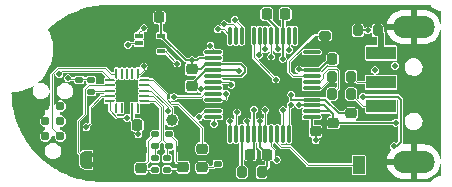
<source format=gbr>
%TF.GenerationSoftware,KiCad,Pcbnew,7.0.7*%
%TF.CreationDate,2024-01-11T13:54:05+01:00*%
%TF.ProjectId,ovrdrive,6f767264-7269-4766-952e-6b696361645f,rev?*%
%TF.SameCoordinates,Original*%
%TF.FileFunction,Copper,L1,Top*%
%TF.FilePolarity,Positive*%
%FSLAX46Y46*%
G04 Gerber Fmt 4.6, Leading zero omitted, Abs format (unit mm)*
G04 Created by KiCad (PCBNEW 7.0.7) date 2024-01-11 13:54:05*
%MOMM*%
%LPD*%
G01*
G04 APERTURE LIST*
G04 Aperture macros list*
%AMRoundRect*
0 Rectangle with rounded corners*
0 $1 Rounding radius*
0 $2 $3 $4 $5 $6 $7 $8 $9 X,Y pos of 4 corners*
0 Add a 4 corners polygon primitive as box body*
4,1,4,$2,$3,$4,$5,$6,$7,$8,$9,$2,$3,0*
0 Add four circle primitives for the rounded corners*
1,1,$1+$1,$2,$3*
1,1,$1+$1,$4,$5*
1,1,$1+$1,$6,$7*
1,1,$1+$1,$8,$9*
0 Add four rect primitives between the rounded corners*
20,1,$1+$1,$2,$3,$4,$5,0*
20,1,$1+$1,$4,$5,$6,$7,0*
20,1,$1+$1,$6,$7,$8,$9,0*
20,1,$1+$1,$8,$9,$2,$3,0*%
%AMFreePoly0*
4,1,19,0.500000,-0.750000,0.000000,-0.750000,0.000000,-0.744911,-0.071157,-0.744911,-0.207708,-0.704816,-0.327430,-0.627875,-0.420627,-0.520320,-0.479746,-0.390866,-0.500000,-0.250000,-0.500000,0.250000,-0.479746,0.390866,-0.420627,0.520320,-0.327430,0.627875,-0.207708,0.704816,-0.071157,0.744911,0.000000,0.744911,0.000000,0.750000,0.500000,0.750000,0.500000,-0.750000,0.500000,-0.750000,
$1*%
%AMFreePoly1*
4,1,19,0.000000,0.744911,0.071157,0.744911,0.207708,0.704816,0.327430,0.627875,0.420627,0.520320,0.479746,0.390866,0.500000,0.250000,0.500000,-0.250000,0.479746,-0.390866,0.420627,-0.520320,0.327430,-0.627875,0.207708,-0.704816,0.071157,-0.744911,0.000000,-0.744911,0.000000,-0.750000,-0.500000,-0.750000,-0.500000,0.750000,0.000000,0.750000,0.000000,0.744911,0.000000,0.744911,
$1*%
%AMFreePoly2*
4,1,14,0.289644,0.110355,0.410355,-0.010356,0.425000,-0.045711,0.425000,-0.075000,0.410355,-0.110355,0.375000,-0.125000,-0.375000,-0.125000,-0.410355,-0.110355,-0.425000,-0.075000,-0.425000,0.075000,-0.410355,0.110355,-0.375000,0.125000,0.254289,0.125000,0.289644,0.110355,0.289644,0.110355,$1*%
%AMFreePoly3*
4,1,14,0.410355,0.110355,0.425000,0.075000,0.425000,0.045711,0.410355,0.010356,0.289644,-0.110355,0.254289,-0.125000,-0.375000,-0.125000,-0.410355,-0.110355,-0.425000,-0.075000,-0.425000,0.075000,-0.410355,0.110355,-0.375000,0.125000,0.375000,0.125000,0.410355,0.110355,0.410355,0.110355,$1*%
%AMFreePoly4*
4,1,14,0.110355,0.410355,0.125000,0.375000,0.125000,-0.375000,0.110355,-0.410355,0.075000,-0.425000,-0.075000,-0.425000,-0.110355,-0.410355,-0.125000,-0.375000,-0.125000,0.254289,-0.110355,0.289644,0.010356,0.410355,0.045711,0.425000,0.075000,0.425000,0.110355,0.410355,0.110355,0.410355,$1*%
%AMFreePoly5*
4,1,14,-0.010356,0.410355,0.110355,0.289644,0.125000,0.254289,0.125000,-0.375000,0.110355,-0.410355,0.075000,-0.425000,-0.075000,-0.425000,-0.110355,-0.410355,-0.125000,-0.375000,-0.125000,0.375000,-0.110355,0.410355,-0.075000,0.425000,-0.045711,0.425000,-0.010356,0.410355,-0.010356,0.410355,$1*%
%AMFreePoly6*
4,1,14,0.410355,0.110355,0.425000,0.075000,0.425000,-0.075000,0.410355,-0.110355,0.375000,-0.125000,-0.254289,-0.125000,-0.289644,-0.110355,-0.410355,0.010356,-0.425000,0.045711,-0.425000,0.075000,-0.410355,0.110355,-0.375000,0.125000,0.375000,0.125000,0.410355,0.110355,0.410355,0.110355,$1*%
%AMFreePoly7*
4,1,14,0.410355,0.110355,0.425000,0.075000,0.425000,-0.075000,0.410355,-0.110355,0.375000,-0.125000,-0.375000,-0.125000,-0.410355,-0.110355,-0.425000,-0.075000,-0.425000,-0.045711,-0.410355,-0.010356,-0.289644,0.110355,-0.254289,0.125000,0.375000,0.125000,0.410355,0.110355,0.410355,0.110355,$1*%
%AMFreePoly8*
4,1,14,0.110355,0.410355,0.125000,0.375000,0.125000,-0.254289,0.110355,-0.289644,-0.010356,-0.410355,-0.045711,-0.425000,-0.075000,-0.425000,-0.110355,-0.410355,-0.125000,-0.375000,-0.125000,0.375000,-0.110355,0.410355,-0.075000,0.425000,0.075000,0.425000,0.110355,0.410355,0.110355,0.410355,$1*%
%AMFreePoly9*
4,1,14,0.110355,0.410355,0.125000,0.375000,0.125000,-0.375000,0.110355,-0.410355,0.075000,-0.425000,0.045711,-0.425000,0.010356,-0.410355,-0.110355,-0.289644,-0.125000,-0.254289,-0.125000,0.375000,-0.110355,0.410355,-0.075000,0.425000,0.075000,0.425000,0.110355,0.410355,0.110355,0.410355,$1*%
G04 Aperture macros list end*
%TA.AperFunction,SMDPad,CuDef*%
%ADD10RoundRect,0.218750X0.256250X-0.218750X0.256250X0.218750X-0.256250X0.218750X-0.256250X-0.218750X0*%
%TD*%
%TA.AperFunction,SMDPad,CuDef*%
%ADD11RoundRect,0.225000X0.225000X0.250000X-0.225000X0.250000X-0.225000X-0.250000X0.225000X-0.250000X0*%
%TD*%
%TA.AperFunction,SMDPad,CuDef*%
%ADD12RoundRect,0.147500X0.172500X-0.147500X0.172500X0.147500X-0.172500X0.147500X-0.172500X-0.147500X0*%
%TD*%
%TA.AperFunction,SMDPad,CuDef*%
%ADD13RoundRect,0.225000X-0.225000X-0.250000X0.225000X-0.250000X0.225000X0.250000X-0.225000X0.250000X0*%
%TD*%
%TA.AperFunction,SMDPad,CuDef*%
%ADD14RoundRect,0.200000X0.200000X0.275000X-0.200000X0.275000X-0.200000X-0.275000X0.200000X-0.275000X0*%
%TD*%
%TA.AperFunction,SMDPad,CuDef*%
%ADD15RoundRect,0.225000X-0.250000X0.225000X-0.250000X-0.225000X0.250000X-0.225000X0.250000X0.225000X0*%
%TD*%
%TA.AperFunction,SMDPad,CuDef*%
%ADD16RoundRect,0.135000X-0.185000X0.135000X-0.185000X-0.135000X0.185000X-0.135000X0.185000X0.135000X0*%
%TD*%
%TA.AperFunction,SMDPad,CuDef*%
%ADD17FreePoly0,180.000000*%
%TD*%
%TA.AperFunction,SMDPad,CuDef*%
%ADD18FreePoly1,180.000000*%
%TD*%
%TA.AperFunction,SMDPad,CuDef*%
%ADD19R,2.500000X1.100000*%
%TD*%
%TA.AperFunction,ComponentPad*%
%ADD20O,3.500000X1.900000*%
%TD*%
%TA.AperFunction,SMDPad,CuDef*%
%ADD21R,0.650000X0.400000*%
%TD*%
%TA.AperFunction,ConnectorPad*%
%ADD22C,0.787400*%
%TD*%
%TA.AperFunction,SMDPad,CuDef*%
%ADD23RoundRect,0.225000X0.250000X-0.225000X0.250000X0.225000X-0.250000X0.225000X-0.250000X-0.225000X0*%
%TD*%
%TA.AperFunction,SMDPad,CuDef*%
%ADD24C,1.000000*%
%TD*%
%TA.AperFunction,SMDPad,CuDef*%
%ADD25R,1.000000X1.500000*%
%TD*%
%TA.AperFunction,SMDPad,CuDef*%
%ADD26RoundRect,0.200000X-0.275000X0.200000X-0.275000X-0.200000X0.275000X-0.200000X0.275000X0.200000X0*%
%TD*%
%TA.AperFunction,SMDPad,CuDef*%
%ADD27RoundRect,0.135000X0.185000X-0.135000X0.185000X0.135000X-0.185000X0.135000X-0.185000X-0.135000X0*%
%TD*%
%TA.AperFunction,SMDPad,CuDef*%
%ADD28FreePoly2,0.000000*%
%TD*%
%TA.AperFunction,SMDPad,CuDef*%
%ADD29RoundRect,0.062500X-0.362500X-0.062500X0.362500X-0.062500X0.362500X0.062500X-0.362500X0.062500X0*%
%TD*%
%TA.AperFunction,SMDPad,CuDef*%
%ADD30FreePoly3,0.000000*%
%TD*%
%TA.AperFunction,SMDPad,CuDef*%
%ADD31FreePoly4,0.000000*%
%TD*%
%TA.AperFunction,SMDPad,CuDef*%
%ADD32RoundRect,0.062500X-0.062500X-0.362500X0.062500X-0.362500X0.062500X0.362500X-0.062500X0.362500X0*%
%TD*%
%TA.AperFunction,SMDPad,CuDef*%
%ADD33FreePoly5,0.000000*%
%TD*%
%TA.AperFunction,SMDPad,CuDef*%
%ADD34FreePoly6,0.000000*%
%TD*%
%TA.AperFunction,SMDPad,CuDef*%
%ADD35FreePoly7,0.000000*%
%TD*%
%TA.AperFunction,SMDPad,CuDef*%
%ADD36FreePoly8,0.000000*%
%TD*%
%TA.AperFunction,SMDPad,CuDef*%
%ADD37FreePoly9,0.000000*%
%TD*%
%TA.AperFunction,SMDPad,CuDef*%
%ADD38R,1.600000X1.600000*%
%TD*%
%TA.AperFunction,SMDPad,CuDef*%
%ADD39RoundRect,0.075000X-0.075000X0.662500X-0.075000X-0.662500X0.075000X-0.662500X0.075000X0.662500X0*%
%TD*%
%TA.AperFunction,SMDPad,CuDef*%
%ADD40RoundRect,0.075000X-0.662500X0.075000X-0.662500X-0.075000X0.662500X-0.075000X0.662500X0.075000X0*%
%TD*%
%TA.AperFunction,ViaPad*%
%ADD41C,0.460000*%
%TD*%
%TA.AperFunction,Conductor*%
%ADD42C,0.200000*%
%TD*%
%TA.AperFunction,Conductor*%
%ADD43C,0.100000*%
%TD*%
%TA.AperFunction,Conductor*%
%ADD44C,0.500000*%
%TD*%
G04 APERTURE END LIST*
%TA.AperFunction,EtchedComponent*%
%TO.C,JP3*%
G36*
X115250000Y-110350000D02*
G01*
X114750000Y-110350000D01*
X114750000Y-109950000D01*
X115250000Y-109950000D01*
X115250000Y-110350000D01*
G37*
%TD.AperFunction*%
%TA.AperFunction,EtchedComponent*%
G36*
X115250000Y-109550000D02*
G01*
X114750000Y-109550000D01*
X114750000Y-109150000D01*
X115250000Y-109150000D01*
X115250000Y-109550000D01*
G37*
%TD.AperFunction*%
%TD*%
D10*
%TO.P,D1,1,K*%
%TO.N,Net-(D1-K)*%
X124200000Y-110387500D03*
%TO.P,D1,2,A*%
%TO.N,Net-(D1-A)*%
X124200000Y-108812500D03*
%TD*%
D11*
%TO.P,C17,1*%
%TO.N,+3.3V*%
X129675000Y-97400000D03*
%TO.P,C17,2*%
%TO.N,GND*%
X128125000Y-97400000D03*
%TD*%
D12*
%TO.P,D3,1,K*%
%TO.N,Net-(D3-K)*%
X121200000Y-110575000D03*
%TO.P,D3,2,A*%
%TO.N,/CHG2*%
X121200000Y-109605000D03*
%TD*%
D13*
%TO.P,C7,1*%
%TO.N,+1V8*%
X131225000Y-97400000D03*
%TO.P,C7,2*%
%TO.N,GND*%
X132775000Y-97400000D03*
%TD*%
D11*
%TO.P,C18,1*%
%TO.N,+3.3V*%
X120575000Y-97700000D03*
%TO.P,C18,2*%
%TO.N,GND*%
X119025000Y-97700000D03*
%TD*%
D14*
%TO.P,R4,1*%
%TO.N,Net-(J1-D-)*%
X136825000Y-102700000D03*
%TO.P,R4,2*%
%TO.N,/DM*%
X135175000Y-102700000D03*
%TD*%
%TO.P,R5,1*%
%TO.N,Net-(J1-VBUS)*%
X139050000Y-98800000D03*
%TO.P,R5,2*%
%TO.N,+5V*%
X137400000Y-98800000D03*
%TD*%
D15*
%TO.P,C6,1*%
%TO.N,+3.3V*%
X135300000Y-106625000D03*
%TO.P,C6,2*%
%TO.N,GND*%
X135300000Y-108175000D03*
%TD*%
D16*
%TO.P,R7,1*%
%TO.N,/INHIBIT*%
X114800000Y-102990000D03*
%TO.P,R7,2*%
%TO.N,Net-(U3-PA2)*%
X114800000Y-104010000D03*
%TD*%
D17*
%TO.P,JP3,1,A*%
%TO.N,GND*%
X115650000Y-109750000D03*
D18*
%TO.P,JP3,2,B*%
%TO.N,Net-(JP3-B)*%
X114350000Y-109750000D03*
%TD*%
D19*
%TO.P,J1,1,VBUS*%
%TO.N,Net-(J1-VBUS)*%
X139350000Y-100700000D03*
%TO.P,J1,2,D-*%
%TO.N,Net-(J1-D-)*%
X139350000Y-103200000D03*
%TO.P,J1,3,D+*%
%TO.N,Net-(J1-D+)*%
X139350000Y-105200000D03*
%TO.P,J1,4,GND*%
%TO.N,GND*%
X139350000Y-107700000D03*
D20*
%TO.P,J1,5,Shield*%
X142100000Y-98500000D03*
X142100000Y-109900000D03*
%TD*%
D15*
%TO.P,C10,1*%
%TO.N,+1V8*%
X123300000Y-103525000D03*
%TO.P,C10,2*%
%TO.N,GND*%
X123300000Y-105075000D03*
%TD*%
D21*
%TO.P,U4,1*%
%TO.N,/~{CE}*%
X118850000Y-99250000D03*
%TO.P,U4,2*%
%TO.N,/INHIBIT*%
X118850000Y-99900000D03*
%TO.P,U4,3,GND*%
%TO.N,GND*%
X118850000Y-100550000D03*
%TO.P,U4,4*%
%TO.N,Net-(U2A-~{CE})*%
X120750000Y-100550000D03*
%TO.P,U4,5,VCC*%
%TO.N,+3.3V*%
X120750000Y-99250000D03*
%TD*%
D22*
%TO.P,J3,1,MISO*%
%TO.N,/MISO*%
X112200000Y-107740000D03*
%TO.P,J3,2,VCC*%
%TO.N,+5V*%
X110930000Y-107740000D03*
%TO.P,J3,3,SCK*%
%TO.N,/SCK*%
X112200000Y-106470000D03*
%TO.P,J3,4,MOSI*%
%TO.N,/MOSI*%
X110930000Y-106470000D03*
%TO.P,J3,5,~{RST}*%
%TO.N,/~{RST}*%
X112200000Y-105200000D03*
%TO.P,J3,6,GND*%
%TO.N,GND*%
X110930000Y-105200000D03*
%TD*%
D11*
%TO.P,C8,1*%
%TO.N,+1V8*%
X128275000Y-109300000D03*
%TO.P,C8,2*%
%TO.N,GND*%
X126725000Y-109300000D03*
%TD*%
D23*
%TO.P,C3,1*%
%TO.N,Net-(D2-K)*%
X119000000Y-110465000D03*
%TO.P,C3,2*%
%TO.N,GND*%
X119000000Y-108915000D03*
%TD*%
D24*
%TO.P,TP2,1,1*%
%TO.N,/PB2*%
X121600000Y-106400000D03*
%TD*%
D12*
%TO.P,D2,1,K*%
%TO.N,Net-(D2-K)*%
X120200000Y-110575000D03*
%TO.P,D2,2,A*%
%TO.N,/CHG1*%
X120200000Y-109605000D03*
%TD*%
D15*
%TO.P,C9,1*%
%TO.N,+1V8*%
X136800000Y-105825000D03*
%TO.P,C9,2*%
%TO.N,GND*%
X136800000Y-107375000D03*
%TD*%
D25*
%TO.P,JP2,1,A*%
%TO.N,GND*%
X138750000Y-110200000D03*
%TO.P,JP2,2,B*%
%TO.N,Net-(JP2-B)*%
X137450000Y-110200000D03*
%TD*%
D16*
%TO.P,R9,1*%
%TO.N,GND*%
X125500000Y-109090000D03*
%TO.P,R9,2*%
%TO.N,Net-(D1-K)*%
X125500000Y-110110000D03*
%TD*%
D14*
%TO.P,R3,1*%
%TO.N,Net-(J1-D+)*%
X136825000Y-104200000D03*
%TO.P,R3,2*%
%TO.N,/DP*%
X135175000Y-104200000D03*
%TD*%
D26*
%TO.P,R10,1*%
%TO.N,GND*%
X134600000Y-97575000D03*
%TO.P,R10,2*%
%TO.N,Net-(U1-RREF{slash}NC)*%
X134600000Y-99225000D03*
%TD*%
D23*
%TO.P,C14,1*%
%TO.N,Net-(D3-K)*%
X122600000Y-110375000D03*
%TO.P,C14,2*%
%TO.N,GND*%
X122600000Y-108825000D03*
%TD*%
D11*
%TO.P,C4,1*%
%TO.N,+5V*%
X118700000Y-106800000D03*
%TO.P,C4,2*%
%TO.N,GND*%
X117150000Y-106800000D03*
%TD*%
D13*
%TO.P,C12,1*%
%TO.N,+3.3V*%
X129725000Y-109300000D03*
%TO.P,C12,2*%
%TO.N,GND*%
X131275000Y-109300000D03*
%TD*%
D27*
%TO.P,R1,1*%
%TO.N,/CHG1*%
X120200000Y-108600000D03*
%TO.P,R1,2*%
%TO.N,Net-(D2-K)*%
X120200000Y-107580000D03*
%TD*%
%TO.P,R2,1*%
%TO.N,/CHG2*%
X121400000Y-108600000D03*
%TO.P,R2,2*%
%TO.N,Net-(D3-K)*%
X121400000Y-107580000D03*
%TD*%
D28*
%TO.P,U3,1,PA4*%
%TO.N,/SCK*%
X116375000Y-103000000D03*
D29*
%TO.P,U3,2,PA3*%
%TO.N,Net-(JP3-B)*%
X116375000Y-103450000D03*
%TO.P,U3,3,PA2*%
%TO.N,Net-(U3-PA2)*%
X116375000Y-103900000D03*
%TO.P,U3,4,PA1*%
%TO.N,/IN2*%
X116375000Y-104350000D03*
D30*
%TO.P,U3,5,AREF/PA0*%
%TO.N,/IN1*%
X116375000Y-104800000D03*
D31*
%TO.P,U3,6,NC*%
%TO.N,unconnected-(U3-NC-Pad6)*%
X116925000Y-105350000D03*
D32*
%TO.P,U3,7,NC*%
%TO.N,unconnected-(U3-NC-Pad7)*%
X117375000Y-105350000D03*
%TO.P,U3,8,GND*%
%TO.N,GND*%
X117825000Y-105350000D03*
%TO.P,U3,9,VCC*%
%TO.N,+5V*%
X118275000Y-105350000D03*
D33*
%TO.P,U3,10,NC*%
%TO.N,unconnected-(U3-NC-Pad10)*%
X118725000Y-105350000D03*
D34*
%TO.P,U3,11,XTAL1/PB0*%
%TO.N,/CHG1*%
X119275000Y-104800000D03*
D29*
%TO.P,U3,12,XTAL2/PB1*%
%TO.N,/CHG2*%
X119275000Y-104350000D03*
%TO.P,U3,13,~{RESET}/PB3*%
%TO.N,/~{RST}*%
X119275000Y-103900000D03*
%TO.P,U3,14,PB2*%
%TO.N,/PB2*%
X119275000Y-103450000D03*
D35*
%TO.P,U3,15,PA7*%
%TO.N,Net-(D1-A)*%
X119275000Y-103000000D03*
D36*
%TO.P,U3,16,PA6*%
%TO.N,/MOSI*%
X118725000Y-102450000D03*
D32*
%TO.P,U3,17,NC*%
%TO.N,unconnected-(U3-NC-Pad17)*%
X118275000Y-102450000D03*
%TO.P,U3,18,NC*%
%TO.N,unconnected-(U3-NC-Pad18)*%
X117825000Y-102450000D03*
%TO.P,U3,19,NC*%
%TO.N,unconnected-(U3-NC-Pad19)*%
X117375000Y-102450000D03*
D37*
%TO.P,U3,20,PA5*%
%TO.N,/MISO*%
X116925000Y-102450000D03*
D38*
%TO.P,U3,21,GND*%
%TO.N,GND*%
X117825000Y-103900000D03*
%TD*%
D15*
%TO.P,C5,1*%
%TO.N,+5V*%
X133800000Y-107325000D03*
%TO.P,C5,2*%
%TO.N,GND*%
X133800000Y-108875000D03*
%TD*%
D23*
%TO.P,C11,1*%
%TO.N,+3.3V*%
X123300000Y-102075000D03*
%TO.P,C11,2*%
%TO.N,GND*%
X123300000Y-100525000D03*
%TD*%
D13*
%TO.P,C13,1*%
%TO.N,+3.3V*%
X135225000Y-101200000D03*
%TO.P,C13,2*%
%TO.N,GND*%
X136775000Y-101200000D03*
%TD*%
D14*
%TO.P,R6,1*%
%TO.N,+3.3V*%
X129225000Y-110800000D03*
%TO.P,R6,2*%
%TO.N,Net-(U1-TESTN)*%
X127575000Y-110800000D03*
%TD*%
D27*
%TO.P,R8,1*%
%TO.N,GND*%
X113800000Y-104010000D03*
%TO.P,R8,2*%
%TO.N,/INHIBIT*%
X113800000Y-102990000D03*
%TD*%
D39*
%TO.P,U1,1,GPIO2*%
%TO.N,unconnected-(U1-GPIO2-Pad1)*%
X132050000Y-99237500D03*
%TO.P,U1,2,GPIO1*%
%TO.N,/RB1*%
X131550000Y-99237500D03*
%TO.P,U1,3,VDD*%
%TO.N,+1V8*%
X131050000Y-99237500D03*
%TO.P,U1,4,VCCIOQ*%
%TO.N,+3.3V*%
X130550000Y-99237500D03*
%TO.P,U1,5,GPIO0*%
%TO.N,/RB0*%
X130050000Y-99237500D03*
%TO.P,U1,6,FNRE*%
%TO.N,/~{RE}*%
X129550000Y-99237500D03*
%TO.P,U1,7,FCE0*%
%TO.N,/~{CE}*%
X129050000Y-99237500D03*
%TO.P,U1,8,FCE1*%
%TO.N,/~{CE1}*%
X128550000Y-99237500D03*
%TO.P,U1,9,VSS*%
%TO.N,GND*%
X128050000Y-99237500D03*
%TO.P,U1,10,FD7*%
%TO.N,/FD7*%
X127550000Y-99237500D03*
%TO.P,U1,11,FD6*%
%TO.N,/FD6*%
X127050000Y-99237500D03*
%TO.P,U1,12,FD5*%
%TO.N,/FD5*%
X126550000Y-99237500D03*
D40*
%TO.P,U1,13,FD4*%
%TO.N,/FD4*%
X125137500Y-100650000D03*
%TO.P,U1,14,VCCIOF*%
%TO.N,+3.3V*%
X125137500Y-101150000D03*
%TO.P,U1,15,VCCIOF*%
X125137500Y-101650000D03*
%TO.P,U1,16,VDD*%
%TO.N,+1V8*%
X125137500Y-102150000D03*
%TO.P,U1,17,VCCIOF*%
%TO.N,+3.3V*%
X125137500Y-102650000D03*
%TO.P,U1,18,FD3*%
%TO.N,/FD3*%
X125137500Y-103150000D03*
%TO.P,U1,19,FD2*%
%TO.N,/FD2*%
X125137500Y-103650000D03*
%TO.P,U1,20,FD1*%
%TO.N,/FD1*%
X125137500Y-104150000D03*
%TO.P,U1,21,FD0*%
%TO.N,/FD0*%
X125137500Y-104650000D03*
%TO.P,U1,22,VSS*%
%TO.N,GND*%
X125137500Y-105150000D03*
%TO.P,U1,23,FNWP*%
%TO.N,/~{WP}*%
X125137500Y-105650000D03*
%TO.P,U1,24,FNWE*%
%TO.N,/~{WE}*%
X125137500Y-106150000D03*
D39*
%TO.P,U1,25,FALE*%
%TO.N,/ALE*%
X126550000Y-107562500D03*
%TO.P,U1,26,FCLE*%
%TO.N,/CLE*%
X127050000Y-107562500D03*
%TO.P,U1,27,TESTN*%
%TO.N,Net-(U1-TESTN)*%
X127550000Y-107562500D03*
%TO.P,U1,28,VCCIOF*%
%TO.N,+3.3V*%
X128050000Y-107562500D03*
%TO.P,U1,29,VDD*%
%TO.N,+1V8*%
X128550000Y-107562500D03*
%TO.P,U1,30,VCCIOF*%
%TO.N,+3.3V*%
X129050000Y-107562500D03*
%TO.P,U1,31,DQS0*%
%TO.N,/DQS*%
X129550000Y-107562500D03*
%TO.P,U1,32,RELN*%
%TO.N,Net-(JP1-B)*%
X130050000Y-107562500D03*
%TO.P,U1,33,BCE*%
%TO.N,Net-(JP2-B)*%
X130550000Y-107562500D03*
%TO.P,U1,34,FCE3*%
%TO.N,/~{CE3}*%
X131050000Y-107562500D03*
%TO.P,U1,35,FCE2*%
%TO.N,/~{CE2}*%
X131550000Y-107562500D03*
%TO.P,U1,36,VSS*%
%TO.N,GND*%
X132050000Y-107562500D03*
D40*
%TO.P,U1,37,VCCAH5*%
%TO.N,+5V*%
X133462500Y-106150000D03*
%TO.P,U1,38,V33_OUT*%
%TO.N,+3.3V*%
X133462500Y-105650000D03*
%TO.P,U1,39,V33_IN*%
X133462500Y-105150000D03*
%TO.P,U1,40,V18_OUT*%
%TO.N,+1V8*%
X133462500Y-104650000D03*
%TO.P,U1,41,VGNDA*%
%TO.N,GND*%
X133462500Y-104150000D03*
%TO.P,U1,42,DM*%
%TO.N,/DM*%
X133462500Y-103650000D03*
%TO.P,U1,43,DP*%
%TO.N,/DP*%
X133462500Y-103150000D03*
%TO.P,U1,44,RREF/NC*%
%TO.N,Net-(U1-RREF{slash}NC)*%
X133462500Y-102650000D03*
%TO.P,U1,45,VCC33A_PLL*%
%TO.N,+3.3V*%
X133462500Y-102150000D03*
%TO.P,U1,46,VSS*%
%TO.N,GND*%
X133462500Y-101650000D03*
%TO.P,U1,47,VSS*%
X133462500Y-101150000D03*
%TO.P,U1,48,GPIO3*%
%TO.N,unconnected-(U1-GPIO3-Pad48)*%
X133462500Y-100650000D03*
%TD*%
D41*
%TO.N,+1V8*%
X131750000Y-104220000D03*
X127300000Y-102200000D03*
X128600000Y-105500000D03*
X131000000Y-101200000D03*
%TO.N,/SCK*%
X112200000Y-106400000D03*
X112100000Y-102500000D03*
%TO.N,/MOSI*%
X110930000Y-106470000D03*
X119243348Y-101843348D03*
%TO.N,/~{RST}*%
X112200000Y-105200000D03*
X121283771Y-105600000D03*
%TO.N,/INHIBIT*%
X117900000Y-100000000D03*
X112800000Y-102829500D03*
%TO.N,Net-(JP1-B)*%
X130500000Y-109750000D03*
%TO.N,/RB1*%
X131550000Y-100450000D03*
%TO.N,/RB0*%
X130050000Y-101010000D03*
%TO.N,/~{CE1}*%
X130450000Y-102950000D03*
%TO.N,/DQS*%
X129550000Y-105540500D03*
%TO.N,Net-(U2A-~{CE})*%
X122100000Y-101600000D03*
%TO.N,/~{CE3}*%
X131050000Y-105540500D03*
%TO.N,/~{CE2}*%
X131700000Y-105100000D03*
%TO.N,/~{RE}*%
X129550000Y-100400000D03*
%TO.N,/~{CE}*%
X119250000Y-98600000D03*
X128991864Y-100879856D03*
%TO.N,/~{WP}*%
X123900000Y-106150000D03*
%TO.N,/~{WE}*%
X125200000Y-106700000D03*
%TO.N,/ALE*%
X126550000Y-106500000D03*
%TO.N,/CLE*%
X127150000Y-105740500D03*
%TO.N,+3.3V*%
X128000000Y-106500000D03*
X130600000Y-100400000D03*
X140570500Y-106600000D03*
X132400000Y-102100000D03*
X129100000Y-106500000D03*
X123300000Y-101304500D03*
X132400000Y-105100000D03*
%TO.N,GND*%
X108900000Y-105600000D03*
X139600000Y-97400000D03*
X119800000Y-106500000D03*
X117600000Y-109800000D03*
X118200000Y-98400000D03*
X143600000Y-106600000D03*
X132350000Y-101200000D03*
X136500000Y-108600000D03*
X110200000Y-106000000D03*
X133000000Y-99000000D03*
X114600000Y-99200000D03*
X132500000Y-109000000D03*
X139750000Y-110950000D03*
X114100000Y-107900000D03*
X143600000Y-100400000D03*
X126950000Y-97150000D03*
X122550000Y-105950000D03*
X135500000Y-97050000D03*
X119900000Y-101300000D03*
X126400000Y-100400000D03*
X113030000Y-107950000D03*
X113350000Y-109800000D03*
X122100000Y-99400000D03*
X131000000Y-110600000D03*
X124600000Y-107400000D03*
X126300000Y-110800000D03*
X137000000Y-100400000D03*
X117600000Y-103800000D03*
%TO.N,+5V*%
X110930000Y-107740000D03*
X138200000Y-98800000D03*
X118800000Y-107600000D03*
X133800000Y-108095500D03*
%TO.N,/FD7*%
X126950000Y-97900000D03*
%TO.N,/FD6*%
X126072701Y-98279500D03*
%TO.N,/FD5*%
X125500000Y-98700000D03*
%TO.N,/FD4*%
X124900000Y-100100000D03*
%TO.N,/FD3*%
X126677375Y-103384648D03*
%TO.N,/FD2*%
X124104500Y-103764148D03*
%TO.N,/FD1*%
X121770207Y-104429793D03*
%TO.N,/FD0*%
X126204500Y-104150000D03*
%TO.N,VMEM*%
X140400000Y-108600000D03*
X137800000Y-104400000D03*
%TO.N,/IN1*%
X140520500Y-101800000D03*
X117845500Y-106200000D03*
%TO.N,/IN2*%
X138825627Y-102157685D03*
X114400000Y-107000000D03*
%TD*%
D42*
%TO.N,+1V8*%
X131750000Y-104650000D02*
X131750000Y-104220000D01*
X133462500Y-104650000D02*
X134584315Y-104650000D01*
X128550000Y-105550000D02*
X128600000Y-105500000D01*
X125137500Y-102150000D02*
X127250000Y-102150000D01*
X123300000Y-103525000D02*
X123300000Y-103361091D01*
X131050000Y-99237500D02*
X131050000Y-101150000D01*
X131050000Y-101150000D02*
X131000000Y-101200000D01*
X135759315Y-105825000D02*
X136800000Y-105825000D01*
X123300000Y-103361091D02*
X124511091Y-102150000D01*
X134584315Y-104650000D02*
X135759315Y-105825000D01*
X133462500Y-104650000D02*
X131750000Y-104650000D01*
X128275000Y-109300000D02*
X128550000Y-109025000D01*
X127250000Y-102150000D02*
X127300000Y-102200000D01*
X124511091Y-102150000D02*
X125137500Y-102150000D01*
X128550000Y-109025000D02*
X128550000Y-107562500D01*
X131225000Y-97400000D02*
X131050000Y-97575000D01*
X131050000Y-97575000D02*
X131050000Y-99237500D01*
X128550000Y-107562500D02*
X128550000Y-105550000D01*
D43*
%TO.N,Net-(D2-K)*%
X119625000Y-109840000D02*
X119625000Y-108155000D01*
X120200000Y-110575000D02*
X119110000Y-110575000D01*
X119000000Y-110465000D02*
X119625000Y-109840000D01*
X119110000Y-110575000D02*
X119000000Y-110465000D01*
X119625000Y-108155000D02*
X120200000Y-107580000D01*
%TO.N,Net-(D3-K)*%
X121400000Y-107580000D02*
X121975000Y-108155000D01*
X121200000Y-110575000D02*
X122290000Y-110575000D01*
X121975000Y-108155000D02*
X121975000Y-109840000D01*
X121975000Y-109840000D02*
X122600000Y-110465000D01*
X122290000Y-110575000D02*
X122400000Y-110465000D01*
%TO.N,Net-(D1-K)*%
X125122500Y-110387500D02*
X125400000Y-110110000D01*
X124200000Y-110387500D02*
X125122500Y-110387500D01*
%TO.N,/MISO*%
X116000000Y-102000000D02*
X112000000Y-102000000D01*
X111473700Y-102526300D02*
X111473700Y-107013700D01*
X111473700Y-107013700D02*
X112200000Y-107740000D01*
X116450000Y-102450000D02*
X116000000Y-102000000D01*
X112000000Y-102000000D02*
X111473700Y-102526300D01*
X116925000Y-102450000D02*
X116450000Y-102450000D01*
%TO.N,/SCK*%
X112200000Y-106470000D02*
X112200000Y-106400000D01*
X112100000Y-102500000D02*
X112350000Y-102250000D01*
X112200000Y-106400000D02*
X112070000Y-106530000D01*
X112350000Y-102250000D02*
X113000000Y-102250000D01*
X116375000Y-103000000D02*
X116375000Y-102875000D01*
X116375000Y-102875000D02*
X115750000Y-102250000D01*
X115750000Y-102250000D02*
X113000000Y-102250000D01*
%TO.N,/MOSI*%
X119243348Y-102156652D02*
X119243348Y-101843348D01*
X118725000Y-102450000D02*
X118950000Y-102450000D01*
X118950000Y-102450000D02*
X119243348Y-102156652D01*
%TO.N,/~{RST}*%
X119882842Y-103900000D02*
X121283771Y-105300929D01*
X119275000Y-103900000D02*
X119882842Y-103900000D01*
X121283771Y-105300929D02*
X121283771Y-105600000D01*
%TO.N,Net-(D1-A)*%
X121175260Y-104624740D02*
X121175260Y-104175260D01*
X124200000Y-107062598D02*
X122162142Y-105024740D01*
X121575260Y-105024740D02*
X121175260Y-104624740D01*
X121175260Y-104175260D02*
X120000000Y-103000000D01*
X122162142Y-105024740D02*
X121575260Y-105024740D01*
X120000000Y-103000000D02*
X119275000Y-103000000D01*
X124200000Y-108812500D02*
X124200000Y-107062598D01*
D44*
%TO.N,Net-(J1-VBUS)*%
X139350000Y-100700000D02*
X139350000Y-99100000D01*
X139350000Y-99100000D02*
X139050000Y-98800000D01*
D43*
%TO.N,/DP*%
X135175000Y-104200000D02*
X135725000Y-103650000D01*
X135575000Y-102075000D02*
X134825000Y-102075000D01*
X135725000Y-103650000D02*
X135725000Y-102225000D01*
X134100000Y-103150000D02*
X133462500Y-103150000D01*
X134825000Y-102075000D02*
X134400000Y-102500000D01*
X134400000Y-102850000D02*
X134100000Y-103150000D01*
X135725000Y-102225000D02*
X135575000Y-102075000D01*
X134400000Y-102500000D02*
X134400000Y-102850000D01*
%TO.N,/DM*%
X135175000Y-102700000D02*
X134225000Y-103650000D01*
X134225000Y-103650000D02*
X133462500Y-103650000D01*
%TO.N,Net-(J1-D-)*%
X139350000Y-103200000D02*
X137325000Y-103200000D01*
X137325000Y-103200000D02*
X136825000Y-102700000D01*
%TO.N,/INHIBIT*%
X118850000Y-99900000D02*
X118000000Y-99900000D01*
X118000000Y-99900000D02*
X117900000Y-100000000D01*
X112880500Y-102910000D02*
X112800000Y-102829500D01*
X113800000Y-102910000D02*
X114780000Y-102910000D01*
X113800000Y-102910000D02*
X112880500Y-102910000D01*
X114780000Y-102910000D02*
X114800000Y-102890000D01*
%TO.N,Net-(J1-D+)*%
X137825000Y-105200000D02*
X136825000Y-104200000D01*
X139350000Y-105200000D02*
X137825000Y-105200000D01*
%TO.N,Net-(JP1-B)*%
X130325000Y-108894670D02*
X130325000Y-109575000D01*
X130050000Y-107562500D02*
X130050000Y-108619670D01*
X130050000Y-108619670D02*
X130325000Y-108894670D01*
X130325000Y-109575000D02*
X130500000Y-109750000D01*
%TO.N,/RB1*%
X131550000Y-99237500D02*
X131550000Y-100450000D01*
%TO.N,/RB0*%
X130050000Y-99237500D02*
X130050000Y-101010000D01*
%TO.N,/~{CE1}*%
X128550000Y-99237500D02*
X128550000Y-101050000D01*
X128550000Y-101050000D02*
X130450000Y-102950000D01*
%TO.N,/DQS*%
X129550000Y-107562500D02*
X129550000Y-105540500D01*
%TO.N,Net-(JP2-B)*%
X132120000Y-109157402D02*
X133162598Y-110200000D01*
X131655330Y-108675000D02*
X132120000Y-109139670D01*
X133162598Y-110200000D02*
X137450000Y-110200000D01*
X130894670Y-108675000D02*
X131655330Y-108675000D01*
X130550000Y-108330330D02*
X130894670Y-108675000D01*
X130550000Y-107562500D02*
X130550000Y-108330330D01*
X132120000Y-109139670D02*
X132120000Y-109157402D01*
D42*
%TO.N,Net-(U1-TESTN)*%
X127550000Y-110775000D02*
X127575000Y-110800000D01*
X127550000Y-107562500D02*
X127550000Y-110775000D01*
D43*
%TO.N,Net-(U3-PA2)*%
X114935000Y-103900000D02*
X114925000Y-103890000D01*
X116375000Y-103900000D02*
X114935000Y-103900000D01*
%TO.N,Net-(U1-RREF{slash}NC)*%
X131550000Y-101400000D02*
X131550000Y-102300000D01*
X131900000Y-102650000D02*
X133462500Y-102650000D01*
X133725000Y-99225000D02*
X131550000Y-101400000D01*
X134600000Y-99225000D02*
X133725000Y-99225000D01*
X131550000Y-102300000D02*
X131900000Y-102650000D01*
%TO.N,Net-(U2A-~{CE})*%
X121050000Y-100550000D02*
X120750000Y-100550000D01*
X120750000Y-100550000D02*
X121100000Y-100550000D01*
X122100000Y-101600000D02*
X121050000Y-100550000D01*
%TO.N,/~{CE3}*%
X131050000Y-107562500D02*
X131050000Y-105540500D01*
%TO.N,/~{CE2}*%
X131700000Y-105100000D02*
X131550000Y-105250000D01*
X131550000Y-105250000D02*
X131550000Y-107562500D01*
%TO.N,/~{RE}*%
X129550000Y-99237500D02*
X129550000Y-100400000D01*
%TO.N,/~{CE}*%
X119000000Y-98850000D02*
X118900000Y-98850000D01*
X129050000Y-100821720D02*
X128991864Y-100879856D01*
X119250000Y-98600000D02*
X119000000Y-98850000D01*
X129050000Y-99237500D02*
X129050000Y-100821720D01*
X118850000Y-99250000D02*
X118850000Y-98900000D01*
X118850000Y-98900000D02*
X118900000Y-98850000D01*
%TO.N,/~{WP}*%
X124400000Y-105650000D02*
X125137500Y-105650000D01*
X123900000Y-106150000D02*
X124400000Y-105650000D01*
%TO.N,/~{WE}*%
X125200000Y-106212500D02*
X125137500Y-106150000D01*
X125200000Y-106700000D02*
X125200000Y-106212500D01*
%TO.N,/ALE*%
X126550000Y-106500000D02*
X126550000Y-107562500D01*
%TO.N,/CLE*%
X127050000Y-105840500D02*
X127150000Y-105740500D01*
X127050000Y-107562500D02*
X127050000Y-105840500D01*
D42*
%TO.N,+3.3V*%
X120700000Y-98850000D02*
X120750000Y-98900000D01*
X127450000Y-101650000D02*
X125137500Y-101650000D01*
X129050000Y-107562500D02*
X129050000Y-106550000D01*
X127800000Y-102000000D02*
X127450000Y-101650000D01*
X127800000Y-102308112D02*
X127800000Y-102000000D01*
X126200000Y-102650000D02*
X127458112Y-102650000D01*
X130550000Y-99237500D02*
X130550000Y-100350000D01*
X123795500Y-101304500D02*
X123300000Y-101304500D01*
X122804500Y-101304500D02*
X123300000Y-101304500D01*
X135300000Y-106625000D02*
X140545500Y-106625000D01*
X140545500Y-106625000D02*
X140570500Y-106600000D01*
X135300000Y-105900000D02*
X135300000Y-106625000D01*
X133462500Y-105150000D02*
X132450000Y-105150000D01*
X130550000Y-98611091D02*
X129675000Y-97736091D01*
X135038909Y-101200000D02*
X135225000Y-101200000D01*
X129050000Y-107562500D02*
X129050000Y-108625000D01*
X123950000Y-101150000D02*
X123795500Y-101304500D01*
X133462500Y-102150000D02*
X132450000Y-102150000D01*
X129050000Y-108625000D02*
X129725000Y-109300000D01*
X123300000Y-102075000D02*
X123300000Y-101304500D01*
X124511091Y-101650000D02*
X124086091Y-102075000D01*
X129050000Y-106550000D02*
X129100000Y-106500000D01*
X120750000Y-98900000D02*
X120750000Y-99250000D01*
X120750000Y-99250000D02*
X122804500Y-101304500D01*
X133462500Y-105650000D02*
X135050000Y-105650000D01*
X133462500Y-102150000D02*
X134088909Y-102150000D01*
X125137500Y-102650000D02*
X126200000Y-102650000D01*
X127458112Y-102650000D02*
X127800000Y-102308112D01*
X134550000Y-105150000D02*
X135300000Y-105900000D01*
X125137500Y-101650000D02*
X124511091Y-101650000D01*
X120700000Y-97825000D02*
X120700000Y-98850000D01*
X120575000Y-97700000D02*
X120700000Y-97825000D01*
X125137500Y-101150000D02*
X123950000Y-101150000D01*
X129725000Y-109300000D02*
X129725000Y-110300000D01*
X135050000Y-105650000D02*
X135300000Y-105900000D01*
X132450000Y-102150000D02*
X132400000Y-102100000D01*
X130550000Y-100350000D02*
X130600000Y-100400000D01*
X134088909Y-102150000D02*
X135038909Y-101200000D01*
X128050000Y-106550000D02*
X128000000Y-106500000D01*
X133462500Y-105150000D02*
X134550000Y-105150000D01*
D43*
X134968198Y-101200000D02*
X135225000Y-101200000D01*
D42*
X129675000Y-97736091D02*
X129675000Y-97400000D01*
X124086091Y-102075000D02*
X123300000Y-102075000D01*
X130550000Y-99237500D02*
X130550000Y-98611091D01*
X132450000Y-105150000D02*
X132400000Y-105100000D01*
X128050000Y-107562500D02*
X128050000Y-106550000D01*
X129725000Y-110300000D02*
X129225000Y-110800000D01*
%TO.N,+5V*%
X133800000Y-108095500D02*
X133800000Y-107325000D01*
X118700000Y-106800000D02*
X118275000Y-106375000D01*
X118800000Y-106900000D02*
X118700000Y-106800000D01*
X118275000Y-106375000D02*
X118275000Y-105350000D01*
X133462500Y-106150000D02*
X133462500Y-106987500D01*
X133462500Y-106987500D02*
X133800000Y-107325000D01*
X118800000Y-107600000D02*
X118800000Y-106900000D01*
X137400000Y-98800000D02*
X138200000Y-98800000D01*
D43*
%TO.N,/FD7*%
X127550000Y-99237500D02*
X127550000Y-98500000D01*
X127550000Y-98500000D02*
X126950000Y-97900000D01*
%TO.N,/FD6*%
X126792098Y-98279500D02*
X126072701Y-98279500D01*
X127050000Y-98537402D02*
X126792098Y-98279500D01*
X127050000Y-99237500D02*
X127050000Y-98537402D01*
%TO.N,/FD5*%
X126012500Y-98700000D02*
X125500000Y-98700000D01*
X126550000Y-99237500D02*
X126012500Y-98700000D01*
%TO.N,/FD4*%
X125137500Y-100650000D02*
X125137500Y-100337500D01*
X125137500Y-100337500D02*
X124900000Y-100100000D01*
%TO.N,/FD3*%
X126442727Y-103150000D02*
X126677375Y-103384648D01*
X125137500Y-103150000D02*
X126442727Y-103150000D01*
%TO.N,/FD2*%
X125137500Y-103650000D02*
X124218648Y-103650000D01*
X124218648Y-103650000D02*
X124104500Y-103764148D01*
%TO.N,/FD1*%
X121786373Y-104413627D02*
X121770207Y-104429793D01*
X124377254Y-104150000D02*
X124113627Y-104413627D01*
X124113627Y-104413627D02*
X121786373Y-104413627D01*
X125137500Y-104150000D02*
X124377254Y-104150000D01*
%TO.N,/FD0*%
X125137500Y-104650000D02*
X126150000Y-104650000D01*
X126150000Y-104650000D02*
X126204500Y-104595500D01*
X126204500Y-104595500D02*
X126204500Y-104150000D01*
%TO.N,/PB2*%
X119717678Y-103450000D02*
X121663771Y-105396093D01*
X119275000Y-103450000D02*
X119717678Y-103450000D01*
X121663771Y-106336229D02*
X121600000Y-106400000D01*
X121663771Y-105396093D02*
X121663771Y-106336229D01*
D42*
%TO.N,VMEM*%
X140750000Y-104400000D02*
X141000000Y-104650000D01*
X141000000Y-104650000D02*
X141000000Y-108000000D01*
X141000000Y-108000000D02*
X141000000Y-108250000D01*
X137800000Y-104400000D02*
X140750000Y-104400000D01*
X141000000Y-108250000D02*
X140650000Y-108600000D01*
X140650000Y-108600000D02*
X140400000Y-108600000D01*
D43*
%TO.N,/IN1*%
X116375000Y-104800000D02*
X116375000Y-105532843D01*
X117017157Y-106175000D02*
X117820500Y-106175000D01*
X117820500Y-106175000D02*
X117845500Y-106200000D01*
X116375000Y-105532843D02*
X117017157Y-106175000D01*
%TO.N,/IN2*%
X114750000Y-105250000D02*
X114750000Y-106650000D01*
X116375000Y-104350000D02*
X115650000Y-104350000D01*
X115650000Y-104350000D02*
X114750000Y-105250000D01*
X114750000Y-106650000D02*
X114400000Y-107000000D01*
%TO.N,/CHG1*%
X120704271Y-108095729D02*
X120200000Y-108600000D01*
X120704271Y-105304271D02*
X120704271Y-108095729D01*
X120200000Y-108600000D02*
X120200000Y-109605000D01*
X119275000Y-104800000D02*
X120200000Y-104800000D01*
X120200000Y-104800000D02*
X120704271Y-105304271D01*
%TO.N,/CHG2*%
X119275000Y-104350000D02*
X120050000Y-104350000D01*
X120904271Y-108104271D02*
X121400000Y-108600000D01*
X120050000Y-104350000D02*
X120904271Y-105204271D01*
X121200000Y-108600000D02*
X121200000Y-109605000D01*
X120904271Y-105204271D02*
X120904271Y-108104271D01*
%TO.N,Net-(JP3-B)*%
X114270000Y-103756949D02*
X114270000Y-105889314D01*
X114270000Y-105889314D02*
X113720000Y-106439314D01*
X113720000Y-106439314D02*
X113720000Y-106500000D01*
X113720000Y-106500000D02*
X113720000Y-109120000D01*
X114576949Y-103450000D02*
X114270000Y-103756949D01*
X116375000Y-103450000D02*
X114576949Y-103450000D01*
X113720000Y-109120000D02*
X114350000Y-109750000D01*
%TD*%
%TA.AperFunction,Conductor*%
%TO.N,GND*%
G36*
X143496587Y-96638571D02*
G01*
X143498948Y-96641105D01*
X143534545Y-96682142D01*
X143557533Y-96708643D01*
X143725459Y-96856897D01*
X143794975Y-96903538D01*
X143911470Y-96981700D01*
X144112322Y-97080875D01*
X144324501Y-97152687D01*
X144394379Y-97166368D01*
X144425623Y-97187109D01*
X144433963Y-97214455D01*
X144433963Y-98243065D01*
X144419611Y-98277713D01*
X144384963Y-98292065D01*
X144350315Y-98277713D01*
X144336631Y-98251130D01*
X144318229Y-98140853D01*
X144239774Y-97912323D01*
X144239770Y-97912313D01*
X144124777Y-97699825D01*
X144124768Y-97699811D01*
X143976364Y-97509141D01*
X143798588Y-97345488D01*
X143596313Y-97213335D01*
X143596307Y-97213331D01*
X143375036Y-97116273D01*
X143375037Y-97116273D01*
X143140801Y-97056956D01*
X142960303Y-97042000D01*
X142354000Y-97042000D01*
X142354000Y-98001000D01*
X142339648Y-98035648D01*
X142305000Y-98050000D01*
X141895000Y-98050000D01*
X141860352Y-98035648D01*
X141846000Y-98001000D01*
X141846000Y-97042000D01*
X141239697Y-97042000D01*
X141059198Y-97056956D01*
X140824963Y-97116273D01*
X140603692Y-97213331D01*
X140603686Y-97213335D01*
X140401411Y-97345488D01*
X140223635Y-97509141D01*
X140075231Y-97699811D01*
X140075222Y-97699825D01*
X139960229Y-97912313D01*
X139960225Y-97912323D01*
X139881770Y-98140853D01*
X139864225Y-98246000D01*
X140842162Y-98246000D01*
X140876810Y-98260352D01*
X140891162Y-98295000D01*
X140884597Y-98319497D01*
X140877371Y-98332013D01*
X140876376Y-98333738D01*
X140876374Y-98333744D01*
X140846190Y-98465988D01*
X140846190Y-98465991D01*
X140846190Y-98465992D01*
X140847561Y-98484282D01*
X140856326Y-98601260D01*
X140856326Y-98601262D01*
X140856327Y-98601265D01*
X140890014Y-98687099D01*
X140889314Y-98724594D01*
X140862304Y-98750613D01*
X140844402Y-98754000D01*
X139864225Y-98754000D01*
X139881770Y-98859146D01*
X139960225Y-99087676D01*
X139960229Y-99087686D01*
X140075222Y-99300174D01*
X140075231Y-99300188D01*
X140223635Y-99490858D01*
X140401411Y-99654511D01*
X140603686Y-99786664D01*
X140603692Y-99786668D01*
X140824963Y-99883726D01*
X140824962Y-99883726D01*
X141059198Y-99943043D01*
X141239697Y-99958000D01*
X141846000Y-99958000D01*
X141846000Y-98999000D01*
X141860352Y-98964352D01*
X141895000Y-98950000D01*
X142305000Y-98950000D01*
X142339648Y-98964352D01*
X142354000Y-98999000D01*
X142354000Y-99958000D01*
X142960303Y-99958000D01*
X143140801Y-99943043D01*
X143375036Y-99883726D01*
X143596307Y-99786668D01*
X143596313Y-99786664D01*
X143798588Y-99654511D01*
X143976364Y-99490858D01*
X144124768Y-99300188D01*
X144124777Y-99300174D01*
X144239770Y-99087686D01*
X144239774Y-99087676D01*
X144318229Y-98859146D01*
X144336631Y-98748869D01*
X144356490Y-98717056D01*
X144393028Y-98708602D01*
X144424841Y-98728461D01*
X144433963Y-98756934D01*
X144433963Y-109643065D01*
X144419611Y-109677713D01*
X144384963Y-109692065D01*
X144350315Y-109677713D01*
X144336631Y-109651130D01*
X144318229Y-109540853D01*
X144239774Y-109312323D01*
X144239770Y-109312313D01*
X144124777Y-109099825D01*
X144124768Y-109099811D01*
X143976364Y-108909141D01*
X143798588Y-108745488D01*
X143596313Y-108613335D01*
X143596307Y-108613331D01*
X143375036Y-108516273D01*
X143375037Y-108516273D01*
X143140801Y-108456956D01*
X142960303Y-108442000D01*
X142354000Y-108442000D01*
X142354000Y-109401000D01*
X142339648Y-109435648D01*
X142305000Y-109450000D01*
X141895000Y-109450000D01*
X141860352Y-109435648D01*
X141846000Y-109401000D01*
X141846000Y-108442000D01*
X141239696Y-108442000D01*
X141207051Y-108444704D01*
X141171337Y-108433261D01*
X141154174Y-108399915D01*
X141161519Y-108369799D01*
X141163058Y-108367349D01*
X141164628Y-108365138D01*
X141185290Y-108339231D01*
X141186038Y-108335948D01*
X141192323Y-108320775D01*
X141194116Y-108317924D01*
X141197826Y-108284983D01*
X141198283Y-108282298D01*
X141200500Y-108272590D01*
X141200500Y-108262638D01*
X141200654Y-108259893D01*
X141201755Y-108250126D01*
X141204363Y-108226974D01*
X141203250Y-108223793D01*
X141200500Y-108207609D01*
X141200500Y-106543935D01*
X141345669Y-106543935D01*
X141376135Y-106716711D01*
X141432479Y-106847332D01*
X141445624Y-106877806D01*
X141529623Y-106990635D01*
X141550390Y-107018530D01*
X141684786Y-107131302D01*
X141841567Y-107210040D01*
X142012279Y-107250500D01*
X142012280Y-107250500D01*
X142143705Y-107250500D01*
X142143709Y-107250500D01*
X142274255Y-107235241D01*
X142439117Y-107175237D01*
X142585696Y-107078830D01*
X142601706Y-107061861D01*
X142674509Y-106984694D01*
X142706092Y-106951218D01*
X142793812Y-106799281D01*
X142844130Y-106631210D01*
X142854331Y-106456065D01*
X142823865Y-106283289D01*
X142754377Y-106122196D01*
X142751042Y-106117717D01*
X142689625Y-106035219D01*
X142649610Y-105981470D01*
X142642744Y-105975709D01*
X142515214Y-105868698D01*
X142358434Y-105789960D01*
X142358432Y-105789959D01*
X142228180Y-105759089D01*
X142187721Y-105749500D01*
X142056291Y-105749500D01*
X141969260Y-105759672D01*
X141925743Y-105764759D01*
X141925742Y-105764760D01*
X141760883Y-105824762D01*
X141614305Y-105921169D01*
X141614299Y-105921173D01*
X141493912Y-106048776D01*
X141493907Y-106048783D01*
X141406189Y-106200716D01*
X141406185Y-106200725D01*
X141355871Y-106368785D01*
X141355869Y-106368792D01*
X141346067Y-106537099D01*
X141345669Y-106543935D01*
X141200500Y-106543935D01*
X141200500Y-104692388D01*
X141203251Y-104676202D01*
X141203622Y-104675140D01*
X141204362Y-104673026D01*
X141200653Y-104640102D01*
X141200500Y-104637369D01*
X141200500Y-104627409D01*
X141198284Y-104617703D01*
X141197823Y-104614990D01*
X141196927Y-104607034D01*
X141194115Y-104582076D01*
X141192321Y-104579221D01*
X141186038Y-104564049D01*
X141185290Y-104560769D01*
X141185289Y-104560767D01*
X141164634Y-104534868D01*
X141163042Y-104532625D01*
X141161402Y-104530015D01*
X141157748Y-104524198D01*
X141150701Y-104517151D01*
X141148877Y-104515110D01*
X141148671Y-104514852D01*
X141128224Y-104489212D01*
X141128223Y-104489211D01*
X141125185Y-104487748D01*
X141111800Y-104478250D01*
X140921750Y-104288201D01*
X140912249Y-104274809D01*
X140910789Y-104271777D01*
X140910788Y-104271776D01*
X140884876Y-104251111D01*
X140882838Y-104249289D01*
X140875801Y-104242252D01*
X140875799Y-104242251D01*
X140867370Y-104236953D01*
X140865130Y-104235363D01*
X140839230Y-104214709D01*
X140835944Y-104213959D01*
X140820778Y-104207677D01*
X140817926Y-104205885D01*
X140817922Y-104205883D01*
X140785006Y-104202175D01*
X140782296Y-104201715D01*
X140772590Y-104199500D01*
X140762632Y-104199500D01*
X140759889Y-104199346D01*
X140756243Y-104198935D01*
X140726973Y-104195637D01*
X140723796Y-104196750D01*
X140707611Y-104199500D01*
X138092702Y-104199500D01*
X138060946Y-104186346D01*
X138060367Y-104187037D01*
X138058175Y-104185198D01*
X138058054Y-104185148D01*
X138057848Y-104184923D01*
X137967799Y-104109364D01*
X137967797Y-104109363D01*
X137858276Y-104069500D01*
X137741724Y-104069500D01*
X137632202Y-104109363D01*
X137632200Y-104109364D01*
X137542917Y-104184280D01*
X137542915Y-104184283D01*
X137484641Y-104285216D01*
X137467840Y-104380500D01*
X137464402Y-104400000D01*
X137484641Y-104514781D01*
X137484641Y-104514782D01*
X137485386Y-104519003D01*
X137484399Y-104519176D01*
X137482956Y-104552129D01*
X137455303Y-104577462D01*
X137417836Y-104575821D01*
X137403902Y-104566063D01*
X137339851Y-104502012D01*
X137325499Y-104467364D01*
X137325499Y-103880141D01*
X137325498Y-103880135D01*
X137322585Y-103855009D01*
X137277206Y-103752235D01*
X137277205Y-103752234D01*
X137277205Y-103752233D01*
X137197766Y-103672794D01*
X137197767Y-103672794D01*
X137094993Y-103627415D01*
X137082428Y-103625957D01*
X137069865Y-103624500D01*
X137069863Y-103624500D01*
X136580141Y-103624500D01*
X136580131Y-103624501D01*
X136555007Y-103627415D01*
X136452233Y-103672794D01*
X136372794Y-103752233D01*
X136327415Y-103855006D01*
X136324500Y-103880134D01*
X136324500Y-104519858D01*
X136324501Y-104519868D01*
X136327415Y-104544992D01*
X136372794Y-104647766D01*
X136452233Y-104727205D01*
X136555006Y-104772584D01*
X136555009Y-104772585D01*
X136580135Y-104775500D01*
X137069864Y-104775499D01*
X137094991Y-104772585D01*
X137126548Y-104758650D01*
X137164039Y-104757783D01*
X137180988Y-104768826D01*
X137690065Y-105277904D01*
X137747096Y-105334935D01*
X137760678Y-105338573D01*
X137772491Y-105343466D01*
X137784673Y-105350500D01*
X137865327Y-105350501D01*
X137865329Y-105350500D01*
X137950501Y-105350500D01*
X137985149Y-105364852D01*
X137999501Y-105399499D01*
X137999501Y-105759898D01*
X138005331Y-105789213D01*
X138005331Y-105789214D01*
X138005332Y-105789215D01*
X138005332Y-105789216D01*
X138025567Y-105819500D01*
X138027543Y-105822457D01*
X138060787Y-105844669D01*
X138090101Y-105850500D01*
X140609898Y-105850499D01*
X140639213Y-105844669D01*
X140672457Y-105822457D01*
X140694669Y-105789213D01*
X140700500Y-105759899D01*
X140700499Y-104752343D01*
X140714851Y-104717696D01*
X140749499Y-104703344D01*
X140784147Y-104717696D01*
X140785148Y-104718697D01*
X140799500Y-104753345D01*
X140799500Y-106261659D01*
X140785148Y-106296307D01*
X140750500Y-106310659D01*
X140733741Y-106307704D01*
X140628776Y-106269500D01*
X140512224Y-106269500D01*
X140402702Y-106309363D01*
X140402700Y-106309364D01*
X140313417Y-106384280D01*
X140313417Y-106384281D01*
X140309932Y-106390318D01*
X140304927Y-106398988D01*
X140304343Y-106399999D01*
X140274590Y-106422830D01*
X140261907Y-106424500D01*
X137238105Y-106424500D01*
X137203457Y-106410148D01*
X137189105Y-106375500D01*
X137203457Y-106340852D01*
X137217396Y-106331091D01*
X137239579Y-106320747D01*
X137320747Y-106239579D01*
X137369259Y-106135545D01*
X137375500Y-106088139D01*
X137375499Y-105561862D01*
X137369259Y-105514455D01*
X137369258Y-105514453D01*
X137346636Y-105465942D01*
X137320747Y-105410421D01*
X137320746Y-105410420D01*
X137320745Y-105410418D01*
X137239581Y-105329254D01*
X137239579Y-105329253D01*
X137135547Y-105280742D01*
X137135546Y-105280741D01*
X137126063Y-105279492D01*
X137088139Y-105274500D01*
X137088135Y-105274500D01*
X136511867Y-105274500D01*
X136511861Y-105274501D01*
X136464454Y-105280740D01*
X136360420Y-105329253D01*
X136360418Y-105329254D01*
X136279254Y-105410418D01*
X136279253Y-105410420D01*
X136230742Y-105514452D01*
X136230741Y-105514453D01*
X136229453Y-105524238D01*
X136225047Y-105557710D01*
X136224500Y-105561864D01*
X136224500Y-105575500D01*
X136210148Y-105610148D01*
X136175500Y-105624500D01*
X135862660Y-105624500D01*
X135828012Y-105610148D01*
X135077011Y-104859147D01*
X135062659Y-104824499D01*
X135077011Y-104789851D01*
X135111659Y-104775499D01*
X135419858Y-104775499D01*
X135419864Y-104775499D01*
X135444991Y-104772585D01*
X135547765Y-104727206D01*
X135627206Y-104647765D01*
X135672585Y-104544991D01*
X135675500Y-104519865D01*
X135675499Y-103932634D01*
X135689851Y-103897987D01*
X135765382Y-103822457D01*
X135845430Y-103742409D01*
X135859935Y-103727904D01*
X135863574Y-103714319D01*
X135868471Y-103702499D01*
X135875500Y-103690327D01*
X135875500Y-103019858D01*
X136324500Y-103019858D01*
X136324501Y-103019868D01*
X136327415Y-103044992D01*
X136372794Y-103147766D01*
X136452233Y-103227205D01*
X136452234Y-103227205D01*
X136452235Y-103227206D01*
X136456547Y-103229110D01*
X136555006Y-103272584D01*
X136555009Y-103272585D01*
X136580135Y-103275500D01*
X137069864Y-103275499D01*
X137094991Y-103272585D01*
X137126548Y-103258650D01*
X137164039Y-103257783D01*
X137180988Y-103268827D01*
X137190065Y-103277904D01*
X137247096Y-103334935D01*
X137260678Y-103338573D01*
X137272491Y-103343466D01*
X137284673Y-103350500D01*
X137365326Y-103350501D01*
X137365328Y-103350500D01*
X137950501Y-103350500D01*
X137985149Y-103364852D01*
X137999501Y-103399499D01*
X137999501Y-103759898D01*
X138005331Y-103789213D01*
X138005331Y-103789214D01*
X138005332Y-103789215D01*
X138005332Y-103789216D01*
X138027542Y-103822456D01*
X138027543Y-103822457D01*
X138060787Y-103844669D01*
X138090101Y-103850500D01*
X140609898Y-103850499D01*
X140639213Y-103844669D01*
X140672457Y-103822457D01*
X140694669Y-103789213D01*
X140700500Y-103759899D01*
X140700499Y-102640102D01*
X140694669Y-102610787D01*
X140694667Y-102610784D01*
X140694667Y-102610783D01*
X140672457Y-102577543D01*
X140639212Y-102555330D01*
X140609904Y-102549500D01*
X138993331Y-102549500D01*
X138958683Y-102535148D01*
X138944331Y-102500500D01*
X138958683Y-102465852D01*
X138976574Y-102454455D01*
X138993422Y-102448323D01*
X138993423Y-102448321D01*
X138993426Y-102448321D01*
X139082710Y-102373403D01*
X139133700Y-102285086D01*
X139140985Y-102272468D01*
X139140985Y-102272467D01*
X139140986Y-102272466D01*
X139161225Y-102157685D01*
X139140986Y-102042904D01*
X139140985Y-102042902D01*
X139140985Y-102042901D01*
X139082711Y-101941968D01*
X139082709Y-101941965D01*
X138993426Y-101867049D01*
X138993424Y-101867048D01*
X138883903Y-101827185D01*
X138767351Y-101827185D01*
X138657829Y-101867048D01*
X138657827Y-101867049D01*
X138568544Y-101941965D01*
X138568542Y-101941968D01*
X138510268Y-102042901D01*
X138490029Y-102157685D01*
X138510268Y-102272468D01*
X138568542Y-102373401D01*
X138568544Y-102373404D01*
X138632677Y-102427217D01*
X138650186Y-102441909D01*
X138657827Y-102448320D01*
X138657830Y-102448322D01*
X138674680Y-102454455D01*
X138702331Y-102479791D01*
X138703967Y-102517258D01*
X138678631Y-102544909D01*
X138657922Y-102549500D01*
X138090105Y-102549500D01*
X138090104Y-102549500D01*
X138090102Y-102549501D01*
X138060787Y-102555331D01*
X138060786Y-102555331D01*
X138060784Y-102555332D01*
X138060783Y-102555332D01*
X138027543Y-102577542D01*
X138005330Y-102610786D01*
X138005330Y-102610787D01*
X137999500Y-102640095D01*
X137999500Y-103000500D01*
X137985148Y-103035148D01*
X137950500Y-103049500D01*
X137407635Y-103049500D01*
X137372987Y-103035148D01*
X137339851Y-103002012D01*
X137325499Y-102967364D01*
X137325499Y-102380141D01*
X137325498Y-102380135D01*
X137322585Y-102355009D01*
X137277206Y-102252235D01*
X137277205Y-102252234D01*
X137277205Y-102252233D01*
X137197766Y-102172794D01*
X137197767Y-102172794D01*
X137094993Y-102127415D01*
X137082428Y-102125957D01*
X137069865Y-102124500D01*
X137069863Y-102124500D01*
X136580141Y-102124500D01*
X136580131Y-102124501D01*
X136555007Y-102127415D01*
X136452233Y-102172794D01*
X136372794Y-102252233D01*
X136327415Y-102355006D01*
X136324500Y-102380134D01*
X136324500Y-103019858D01*
X135875500Y-103019858D01*
X135875500Y-102184674D01*
X135875500Y-102184673D01*
X135868466Y-102172491D01*
X135863573Y-102160678D01*
X135859935Y-102147096D01*
X135802905Y-102090065D01*
X135802903Y-102090064D01*
X135800111Y-102087272D01*
X135800111Y-102087271D01*
X135800108Y-102087269D01*
X135735865Y-102023026D01*
X135667409Y-101954570D01*
X135656770Y-101943931D01*
X135652905Y-101940065D01*
X135652902Y-101940063D01*
X135639322Y-101936425D01*
X135627505Y-101931531D01*
X135615327Y-101924500D01*
X135615324Y-101924499D01*
X135528973Y-101924499D01*
X135528965Y-101924500D01*
X134784671Y-101924500D01*
X134772494Y-101931531D01*
X134760678Y-101936425D01*
X134747098Y-101940063D01*
X134747097Y-101940064D01*
X134690065Y-101997095D01*
X134690064Y-101997096D01*
X134378870Y-102308289D01*
X134344222Y-102322641D01*
X134309574Y-102308289D01*
X134295222Y-102273641D01*
X134296164Y-102264080D01*
X134297041Y-102259673D01*
X134300500Y-102242284D01*
X134300500Y-102242254D01*
X134300503Y-102242244D01*
X134300736Y-102239888D01*
X134301450Y-102239958D01*
X134314852Y-102207606D01*
X134546126Y-101976332D01*
X134722457Y-101800000D01*
X140184902Y-101800000D01*
X140189883Y-101828250D01*
X140205141Y-101914783D01*
X140263415Y-102015716D01*
X140263417Y-102015719D01*
X140334061Y-102074995D01*
X140352701Y-102090636D01*
X140462224Y-102130500D01*
X140578776Y-102130500D01*
X140688299Y-102090636D01*
X140767831Y-102023901D01*
X140777582Y-102015719D01*
X140777584Y-102015716D01*
X140800323Y-101976332D01*
X140815814Y-101949500D01*
X140819027Y-101943935D01*
X141345669Y-101943935D01*
X141376135Y-102116711D01*
X141443321Y-102272468D01*
X141445624Y-102277806D01*
X141543727Y-102409580D01*
X141550390Y-102418530D01*
X141684786Y-102531302D01*
X141841567Y-102610040D01*
X142012279Y-102650500D01*
X142012280Y-102650500D01*
X142143705Y-102650500D01*
X142143709Y-102650500D01*
X142274255Y-102635241D01*
X142439117Y-102575237D01*
X142585696Y-102478830D01*
X142586741Y-102477723D01*
X142668904Y-102390635D01*
X142706092Y-102351218D01*
X142793812Y-102199281D01*
X142844130Y-102031210D01*
X142854331Y-101856065D01*
X142823865Y-101683289D01*
X142754377Y-101522196D01*
X142754064Y-101521776D01*
X142699491Y-101448471D01*
X142649610Y-101381470D01*
X142623633Y-101359673D01*
X142515214Y-101268698D01*
X142358434Y-101189960D01*
X142358432Y-101189959D01*
X142228180Y-101159089D01*
X142187721Y-101149500D01*
X142056291Y-101149500D01*
X141969260Y-101159672D01*
X141925743Y-101164759D01*
X141925742Y-101164760D01*
X141760883Y-101224762D01*
X141614305Y-101321169D01*
X141614299Y-101321173D01*
X141493912Y-101448776D01*
X141493907Y-101448783D01*
X141406189Y-101600716D01*
X141406185Y-101600725D01*
X141355871Y-101768785D01*
X141355869Y-101768792D01*
X141345778Y-101942061D01*
X141345669Y-101943935D01*
X140819027Y-101943935D01*
X140835858Y-101914783D01*
X140835858Y-101914782D01*
X140835859Y-101914781D01*
X140856098Y-101800000D01*
X140835859Y-101685219D01*
X140835858Y-101685217D01*
X140835858Y-101685216D01*
X140777584Y-101584283D01*
X140777582Y-101584280D01*
X140688299Y-101509364D01*
X140688297Y-101509363D01*
X140578776Y-101469500D01*
X140462224Y-101469500D01*
X140352702Y-101509363D01*
X140352700Y-101509364D01*
X140263417Y-101584280D01*
X140263415Y-101584283D01*
X140205141Y-101685216D01*
X140190322Y-101769259D01*
X140184902Y-101800000D01*
X134722457Y-101800000D01*
X134780220Y-101742237D01*
X134814867Y-101727886D01*
X134835575Y-101732477D01*
X134856508Y-101742238D01*
X134914455Y-101769259D01*
X134961861Y-101775500D01*
X135488138Y-101775499D01*
X135535545Y-101769259D01*
X135639579Y-101720747D01*
X135720747Y-101639579D01*
X135769259Y-101535545D01*
X135775500Y-101488139D01*
X135775499Y-100911862D01*
X135769259Y-100864455D01*
X135769258Y-100864453D01*
X135736537Y-100794283D01*
X135720747Y-100760421D01*
X135720746Y-100760420D01*
X135720745Y-100760418D01*
X135639581Y-100679254D01*
X135639579Y-100679253D01*
X135552223Y-100638518D01*
X135535546Y-100630741D01*
X135526063Y-100629492D01*
X135488139Y-100624500D01*
X135488135Y-100624500D01*
X134961867Y-100624500D01*
X134961861Y-100624501D01*
X134914454Y-100630740D01*
X134810420Y-100679253D01*
X134810418Y-100679254D01*
X134729254Y-100760418D01*
X134729253Y-100760420D01*
X134680742Y-100864452D01*
X134680741Y-100864453D01*
X134680741Y-100864454D01*
X134680741Y-100864455D01*
X134674807Y-100909534D01*
X134674500Y-100911864D01*
X134674500Y-101260562D01*
X134660148Y-101295210D01*
X134509722Y-101445637D01*
X134213122Y-101742238D01*
X134070212Y-101885148D01*
X134035564Y-101899500D01*
X132782710Y-101899500D01*
X132731524Y-101909682D01*
X132727066Y-101911529D01*
X132726633Y-101910485D01*
X132695101Y-101916755D01*
X132663920Y-101895916D01*
X132662229Y-101893195D01*
X132657084Y-101884283D01*
X132657082Y-101884280D01*
X132567799Y-101809364D01*
X132567797Y-101809363D01*
X132458276Y-101769500D01*
X132341724Y-101769500D01*
X132232202Y-101809363D01*
X132232200Y-101809364D01*
X132142917Y-101884280D01*
X132142915Y-101884283D01*
X132084641Y-101985216D01*
X132064402Y-102100000D01*
X132084641Y-102214783D01*
X132142915Y-102315716D01*
X132142917Y-102315719D01*
X132214798Y-102376033D01*
X132232201Y-102390636D01*
X132250625Y-102397342D01*
X132270167Y-102404455D01*
X132297817Y-102429792D01*
X132299453Y-102467259D01*
X132274116Y-102494909D01*
X132253408Y-102499500D01*
X131982635Y-102499500D01*
X131947987Y-102485148D01*
X131714851Y-102252012D01*
X131700499Y-102217364D01*
X131700499Y-101850500D01*
X131700499Y-101482631D01*
X131714850Y-101447987D01*
X132540853Y-100621984D01*
X132575500Y-100607633D01*
X132610148Y-100621985D01*
X132624500Y-100656633D01*
X132624500Y-100742289D01*
X132634681Y-100793474D01*
X132673471Y-100851528D01*
X132692818Y-100864455D01*
X132731523Y-100890317D01*
X132731525Y-100890318D01*
X132782710Y-100900499D01*
X132782716Y-100900500D01*
X134142284Y-100900500D01*
X134144798Y-100900000D01*
X134193474Y-100890318D01*
X134193474Y-100890317D01*
X134193477Y-100890317D01*
X134251528Y-100851528D01*
X134290317Y-100793477D01*
X134291166Y-100789213D01*
X134300499Y-100742289D01*
X134300500Y-100742284D01*
X134300500Y-100557716D01*
X134300499Y-100557710D01*
X134290318Y-100506525D01*
X134251528Y-100448471D01*
X134193474Y-100409681D01*
X134142289Y-100399500D01*
X134142284Y-100399500D01*
X132881634Y-100399500D01*
X132846986Y-100385148D01*
X132832634Y-100350500D01*
X132846986Y-100315852D01*
X133277620Y-99885219D01*
X133772986Y-99389852D01*
X133807635Y-99375500D01*
X133975501Y-99375500D01*
X134010149Y-99389852D01*
X134024501Y-99424500D01*
X134024501Y-99469868D01*
X134027415Y-99494992D01*
X134072794Y-99597766D01*
X134152233Y-99677205D01*
X134255006Y-99722584D01*
X134255009Y-99722585D01*
X134280135Y-99725500D01*
X134919864Y-99725499D01*
X134944991Y-99722585D01*
X135047765Y-99677206D01*
X135127206Y-99597765D01*
X135172585Y-99494991D01*
X135175500Y-99469865D01*
X135175499Y-99119858D01*
X136899500Y-99119858D01*
X136899501Y-99119868D01*
X136902415Y-99144992D01*
X136947794Y-99247766D01*
X137027233Y-99327205D01*
X137130006Y-99372584D01*
X137130009Y-99372585D01*
X137155135Y-99375500D01*
X137644864Y-99375499D01*
X137669991Y-99372585D01*
X137772765Y-99327206D01*
X137852206Y-99247765D01*
X137897585Y-99144991D01*
X137900500Y-99119865D01*
X137900500Y-99085206D01*
X137914852Y-99050559D01*
X137949500Y-99036207D01*
X137980997Y-99047671D01*
X138032201Y-99090636D01*
X138141724Y-99130500D01*
X138258276Y-99130500D01*
X138367799Y-99090636D01*
X138435344Y-99033958D01*
X138457081Y-99015720D01*
X138457081Y-99015719D01*
X138457083Y-99015718D01*
X138458061Y-99014022D01*
X138459309Y-99013064D01*
X138459838Y-99012435D01*
X138459977Y-99012552D01*
X138487809Y-98991188D01*
X138524992Y-98996076D01*
X138547828Y-99025825D01*
X138549500Y-99038515D01*
X138549500Y-99119858D01*
X138549501Y-99119868D01*
X138552415Y-99144992D01*
X138597794Y-99247766D01*
X138677233Y-99327205D01*
X138780006Y-99372584D01*
X138780009Y-99372585D01*
X138805135Y-99375500D01*
X138950500Y-99375499D01*
X138985148Y-99389851D01*
X138999500Y-99424499D01*
X138999500Y-100000500D01*
X138985148Y-100035148D01*
X138950500Y-100049500D01*
X138090105Y-100049500D01*
X138090104Y-100049500D01*
X138090102Y-100049501D01*
X138060787Y-100055331D01*
X138060786Y-100055331D01*
X138060784Y-100055332D01*
X138060783Y-100055332D01*
X138027543Y-100077542D01*
X138005330Y-100110786D01*
X138005330Y-100110787D01*
X137999500Y-100140095D01*
X137999500Y-101259894D01*
X137999501Y-101259898D01*
X138005331Y-101289213D01*
X138005331Y-101289214D01*
X138005332Y-101289215D01*
X138005332Y-101289216D01*
X138027302Y-101322097D01*
X138027543Y-101322457D01*
X138060787Y-101344669D01*
X138090101Y-101350500D01*
X140609898Y-101350499D01*
X140639213Y-101344669D01*
X140672457Y-101322457D01*
X140694669Y-101289213D01*
X140700500Y-101259899D01*
X140700499Y-100140102D01*
X140694669Y-100110787D01*
X140694667Y-100110784D01*
X140694667Y-100110783D01*
X140672457Y-100077543D01*
X140639212Y-100055330D01*
X140609904Y-100049500D01*
X140609899Y-100049500D01*
X139749500Y-100049500D01*
X139714852Y-100035148D01*
X139700500Y-100000500D01*
X139700500Y-99141431D01*
X139701543Y-99131375D01*
X139705043Y-99114685D01*
X139700688Y-99079749D01*
X139700500Y-99076716D01*
X139700500Y-99070964D01*
X139700500Y-99070960D01*
X139696912Y-99049459D01*
X139690573Y-98998607D01*
X139690447Y-98998350D01*
X139686138Y-98984893D01*
X139686092Y-98984620D01*
X139686092Y-98984619D01*
X139661704Y-98939555D01*
X139639198Y-98893516D01*
X139638998Y-98893316D01*
X139630551Y-98881988D01*
X139630418Y-98881742D01*
X139592724Y-98847042D01*
X139564851Y-98819169D01*
X139550499Y-98784521D01*
X139550499Y-98480141D01*
X139550498Y-98480135D01*
X139547585Y-98455009D01*
X139502206Y-98352235D01*
X139502205Y-98352234D01*
X139502205Y-98352233D01*
X139422766Y-98272794D01*
X139422767Y-98272794D01*
X139319993Y-98227415D01*
X139307428Y-98225957D01*
X139294865Y-98224500D01*
X139294863Y-98224500D01*
X138805141Y-98224500D01*
X138805131Y-98224501D01*
X138780007Y-98227415D01*
X138677233Y-98272794D01*
X138597794Y-98352233D01*
X138552415Y-98455006D01*
X138549500Y-98480134D01*
X138549500Y-98561481D01*
X138535148Y-98596129D01*
X138500500Y-98610481D01*
X138465852Y-98596129D01*
X138458066Y-98585983D01*
X138457084Y-98584283D01*
X138457082Y-98584280D01*
X138367799Y-98509364D01*
X138367797Y-98509363D01*
X138258276Y-98469500D01*
X138141724Y-98469500D01*
X138032202Y-98509363D01*
X138032196Y-98509366D01*
X137980995Y-98552329D01*
X137945228Y-98563607D01*
X137911963Y-98546289D01*
X137900499Y-98514793D01*
X137900499Y-98480141D01*
X137900498Y-98480135D01*
X137897585Y-98455009D01*
X137852206Y-98352235D01*
X137852205Y-98352234D01*
X137852205Y-98352233D01*
X137772766Y-98272794D01*
X137772767Y-98272794D01*
X137669993Y-98227415D01*
X137657428Y-98225957D01*
X137644865Y-98224500D01*
X137644863Y-98224500D01*
X137155141Y-98224500D01*
X137155131Y-98224501D01*
X137130007Y-98227415D01*
X137027233Y-98272794D01*
X136947794Y-98352233D01*
X136902415Y-98455006D01*
X136899500Y-98480134D01*
X136899500Y-99119858D01*
X135175499Y-99119858D01*
X135175499Y-98980136D01*
X135172585Y-98955009D01*
X135127206Y-98852235D01*
X135127205Y-98852234D01*
X135127205Y-98852233D01*
X135047766Y-98772794D01*
X135047767Y-98772794D01*
X134944993Y-98727415D01*
X134932428Y-98725957D01*
X134919865Y-98724500D01*
X134919863Y-98724500D01*
X134280141Y-98724500D01*
X134280131Y-98724501D01*
X134255007Y-98727415D01*
X134152233Y-98772794D01*
X134072794Y-98852233D01*
X134027415Y-98955006D01*
X134024500Y-98980134D01*
X134024500Y-99025500D01*
X134010148Y-99060148D01*
X133975500Y-99074500D01*
X133684671Y-99074500D01*
X133672494Y-99081531D01*
X133660678Y-99086425D01*
X133647098Y-99090063D01*
X133647097Y-99090064D01*
X133590065Y-99147095D01*
X131415066Y-101322093D01*
X131415064Y-101322097D01*
X131411425Y-101335678D01*
X131406526Y-101347502D01*
X131405908Y-101348572D01*
X131399499Y-101353487D01*
X131399499Y-101450069D01*
X131399500Y-101450074D01*
X131399500Y-102340327D01*
X131406531Y-102352505D01*
X131411425Y-102364322D01*
X131415063Y-102377900D01*
X131415064Y-102377902D01*
X131415065Y-102377904D01*
X131472095Y-102434935D01*
X131478986Y-102441826D01*
X131478989Y-102441828D01*
X131765065Y-102727904D01*
X131822096Y-102784935D01*
X131835678Y-102788573D01*
X131847491Y-102793466D01*
X131859673Y-102800500D01*
X131940326Y-102800501D01*
X131940328Y-102800500D01*
X132613185Y-102800500D01*
X132647833Y-102814852D01*
X132653927Y-102822277D01*
X132673471Y-102851528D01*
X132677713Y-102854362D01*
X132685009Y-102859237D01*
X132685038Y-102859256D01*
X132705875Y-102890438D01*
X132698560Y-102927220D01*
X132685042Y-102940740D01*
X132673471Y-102948471D01*
X132634681Y-103006525D01*
X132624500Y-103057710D01*
X132624500Y-103242289D01*
X132634681Y-103293474D01*
X132673471Y-103351528D01*
X132685040Y-103359258D01*
X132705876Y-103390441D01*
X132698559Y-103427223D01*
X132685040Y-103440742D01*
X132673471Y-103448471D01*
X132634681Y-103506525D01*
X132624500Y-103557710D01*
X132624500Y-103742289D01*
X132634681Y-103793474D01*
X132673471Y-103851528D01*
X132688406Y-103861507D01*
X132731523Y-103890317D01*
X132731525Y-103890318D01*
X132782710Y-103900499D01*
X132782716Y-103900500D01*
X134142284Y-103900500D01*
X134151328Y-103898701D01*
X134193474Y-103890318D01*
X134193474Y-103890317D01*
X134193477Y-103890317D01*
X134251528Y-103851528D01*
X134252217Y-103850498D01*
X134270953Y-103822457D01*
X134285356Y-103800900D01*
X134301600Y-103785687D01*
X134302898Y-103784936D01*
X134302904Y-103784935D01*
X134359935Y-103727905D01*
X134359935Y-103727903D01*
X134366824Y-103721015D01*
X134366826Y-103721011D01*
X134819011Y-103268826D01*
X134853658Y-103254475D01*
X134873447Y-103258649D01*
X134905009Y-103272585D01*
X134930135Y-103275500D01*
X135419864Y-103275499D01*
X135444991Y-103272585D01*
X135505707Y-103245776D01*
X135543201Y-103244910D01*
X135570325Y-103270809D01*
X135574500Y-103290601D01*
X135574500Y-103567364D01*
X135560148Y-103602012D01*
X135560148Y-103602013D01*
X135530988Y-103631172D01*
X135496339Y-103645523D01*
X135476549Y-103641348D01*
X135444993Y-103627415D01*
X135432428Y-103625957D01*
X135419865Y-103624500D01*
X135419863Y-103624500D01*
X134930141Y-103624500D01*
X134930131Y-103624501D01*
X134905007Y-103627415D01*
X134802233Y-103672794D01*
X134722794Y-103752233D01*
X134677415Y-103855006D01*
X134674500Y-103880134D01*
X134674500Y-104403483D01*
X134660148Y-104438131D01*
X134625500Y-104452483D01*
X134614602Y-104451256D01*
X134609292Y-104450044D01*
X134606905Y-104449500D01*
X134606904Y-104449500D01*
X134596947Y-104449500D01*
X134594204Y-104449346D01*
X134590558Y-104448935D01*
X134561288Y-104445637D01*
X134558111Y-104446750D01*
X134541926Y-104449500D01*
X134267930Y-104449500D01*
X134240708Y-104441242D01*
X134193477Y-104409683D01*
X134193476Y-104409682D01*
X134193474Y-104409681D01*
X134142289Y-104399500D01*
X134142284Y-104399500D01*
X132782716Y-104399500D01*
X132782710Y-104399500D01*
X132731525Y-104409681D01*
X132703772Y-104428225D01*
X132684291Y-104441242D01*
X132657070Y-104449500D01*
X132083997Y-104449500D01*
X132049349Y-104435148D01*
X132034997Y-104400500D01*
X132041562Y-104376000D01*
X132065358Y-104334783D01*
X132065358Y-104334782D01*
X132065359Y-104334781D01*
X132085598Y-104220000D01*
X132065359Y-104105219D01*
X132065358Y-104105217D01*
X132065358Y-104105216D01*
X132007084Y-104004283D01*
X132007082Y-104004280D01*
X131917799Y-103929364D01*
X131917797Y-103929363D01*
X131808276Y-103889500D01*
X131691724Y-103889500D01*
X131582202Y-103929363D01*
X131582200Y-103929364D01*
X131492917Y-104004280D01*
X131492915Y-104004283D01*
X131434641Y-104105216D01*
X131414402Y-104220000D01*
X131434641Y-104334783D01*
X131492915Y-104435716D01*
X131492916Y-104435718D01*
X131515466Y-104454639D01*
X131530631Y-104467364D01*
X131531995Y-104468508D01*
X131549312Y-104501774D01*
X131549499Y-104506045D01*
X131549500Y-104555171D01*
X131549500Y-104604237D01*
X131549500Y-104695763D01*
X131549501Y-104695765D01*
X131557158Y-104711667D01*
X131560781Y-104722021D01*
X131564708Y-104739228D01*
X131565104Y-104740049D01*
X131565171Y-104741256D01*
X131565938Y-104744613D01*
X131565367Y-104744743D01*
X131567208Y-104777493D01*
X131542219Y-104805458D01*
X131537721Y-104807354D01*
X131532200Y-104809364D01*
X131442917Y-104884280D01*
X131442915Y-104884283D01*
X131384641Y-104985216D01*
X131364402Y-105100000D01*
X131384641Y-105214782D01*
X131392934Y-105229145D01*
X131399499Y-105253645D01*
X131399499Y-105300070D01*
X131399500Y-105300075D01*
X131399500Y-105301981D01*
X131385148Y-105336629D01*
X131350500Y-105350981D01*
X131315852Y-105336629D01*
X131308066Y-105326483D01*
X131307084Y-105324783D01*
X131307082Y-105324780D01*
X131217799Y-105249864D01*
X131217797Y-105249863D01*
X131108276Y-105210000D01*
X130991724Y-105210000D01*
X130882202Y-105249863D01*
X130882200Y-105249864D01*
X130792917Y-105324780D01*
X130792915Y-105324783D01*
X130734641Y-105425716D01*
X130714402Y-105540500D01*
X130734641Y-105655283D01*
X130792915Y-105756216D01*
X130792919Y-105756221D01*
X130881995Y-105830964D01*
X130899313Y-105864229D01*
X130899499Y-105868500D01*
X130899500Y-106713184D01*
X130885148Y-106747832D01*
X130877724Y-106753925D01*
X130848473Y-106773471D01*
X130848469Y-106773474D01*
X130840742Y-106785040D01*
X130809559Y-106805876D01*
X130772777Y-106798559D01*
X130759258Y-106785040D01*
X130751528Y-106773471D01*
X130693474Y-106734681D01*
X130642289Y-106724500D01*
X130642284Y-106724500D01*
X130457716Y-106724500D01*
X130457710Y-106724500D01*
X130406525Y-106734681D01*
X130348471Y-106773471D01*
X130340742Y-106785040D01*
X130309559Y-106805876D01*
X130272777Y-106798559D01*
X130259258Y-106785040D01*
X130251528Y-106773471D01*
X130193474Y-106734681D01*
X130142289Y-106724500D01*
X130142284Y-106724500D01*
X129957716Y-106724500D01*
X129957710Y-106724500D01*
X129906525Y-106734681D01*
X129848471Y-106773471D01*
X129840742Y-106785040D01*
X129809559Y-106805876D01*
X129772777Y-106798559D01*
X129759258Y-106785040D01*
X129751530Y-106773474D01*
X129751528Y-106773473D01*
X129751528Y-106773472D01*
X129742565Y-106767483D01*
X129722276Y-106753925D01*
X129701441Y-106722742D01*
X129700500Y-106713184D01*
X129700500Y-105868500D01*
X129714852Y-105833852D01*
X129718004Y-105830964D01*
X129807080Y-105756221D01*
X129807081Y-105756219D01*
X129807083Y-105756218D01*
X129865359Y-105655281D01*
X129885598Y-105540500D01*
X129865359Y-105425719D01*
X129865358Y-105425717D01*
X129865358Y-105425716D01*
X129807084Y-105324783D01*
X129807082Y-105324780D01*
X129717799Y-105249864D01*
X129717797Y-105249863D01*
X129608276Y-105210000D01*
X129491724Y-105210000D01*
X129382202Y-105249863D01*
X129382200Y-105249864D01*
X129292917Y-105324780D01*
X129292915Y-105324783D01*
X129234641Y-105425716D01*
X129214402Y-105540500D01*
X129234641Y-105655283D01*
X129292915Y-105756216D01*
X129292919Y-105756221D01*
X129381996Y-105830964D01*
X129399313Y-105864229D01*
X129399500Y-105868500D01*
X129399500Y-106214792D01*
X129385148Y-106249440D01*
X129350500Y-106263792D01*
X129319004Y-106252328D01*
X129267803Y-106209366D01*
X129267797Y-106209363D01*
X129158276Y-106169500D01*
X129041724Y-106169500D01*
X128932202Y-106209363D01*
X128932200Y-106209364D01*
X128842917Y-106284280D01*
X128842916Y-106284282D01*
X128841932Y-106285987D01*
X128840680Y-106286947D01*
X128840162Y-106287565D01*
X128840024Y-106287449D01*
X128812176Y-106308814D01*
X128774994Y-106303915D01*
X128752167Y-106274159D01*
X128750499Y-106261485D01*
X128750499Y-105827997D01*
X128764851Y-105793352D01*
X128767979Y-105790484D01*
X128857083Y-105715718D01*
X128915359Y-105614781D01*
X128935598Y-105500000D01*
X128915359Y-105385219D01*
X128915358Y-105385217D01*
X128915358Y-105385216D01*
X128857084Y-105284283D01*
X128857082Y-105284280D01*
X128767799Y-105209364D01*
X128767797Y-105209363D01*
X128658276Y-105169500D01*
X128541724Y-105169500D01*
X128432202Y-105209363D01*
X128432200Y-105209364D01*
X128342917Y-105284280D01*
X128342915Y-105284283D01*
X128284641Y-105385216D01*
X128264402Y-105500000D01*
X128284641Y-105614783D01*
X128321339Y-105678344D01*
X128342917Y-105715718D01*
X128342918Y-105715719D01*
X128342935Y-105715748D01*
X128349500Y-105740248D01*
X128349500Y-106261481D01*
X128335148Y-106296129D01*
X128300500Y-106310481D01*
X128265852Y-106296129D01*
X128258066Y-106285983D01*
X128257084Y-106284283D01*
X128257082Y-106284280D01*
X128167799Y-106209364D01*
X128167797Y-106209363D01*
X128058276Y-106169500D01*
X127941724Y-106169500D01*
X127832202Y-106209363D01*
X127832200Y-106209364D01*
X127742917Y-106284280D01*
X127742915Y-106284283D01*
X127684641Y-106385216D01*
X127664402Y-106500000D01*
X127684641Y-106614783D01*
X127707628Y-106654596D01*
X127712523Y-106691778D01*
X127689693Y-106721531D01*
X127655636Y-106727155D01*
X127642285Y-106724500D01*
X127642284Y-106724500D01*
X127457716Y-106724500D01*
X127457710Y-106724500D01*
X127406525Y-106734681D01*
X127348471Y-106773471D01*
X127340740Y-106785042D01*
X127309556Y-106805876D01*
X127272774Y-106798558D01*
X127259256Y-106785038D01*
X127251530Y-106773475D01*
X127251529Y-106773474D01*
X127251528Y-106773472D01*
X127242565Y-106767483D01*
X127222276Y-106753925D01*
X127201441Y-106722742D01*
X127200500Y-106713184D01*
X127200500Y-106108140D01*
X127214852Y-106073492D01*
X127232740Y-106062095D01*
X127317799Y-106031136D01*
X127407083Y-105956218D01*
X127450170Y-105881589D01*
X127465358Y-105855283D01*
X127465358Y-105855282D01*
X127465359Y-105855281D01*
X127485598Y-105740500D01*
X127465359Y-105625719D01*
X127465358Y-105625717D01*
X127465358Y-105625716D01*
X127407084Y-105524783D01*
X127407082Y-105524780D01*
X127317799Y-105449864D01*
X127317797Y-105449863D01*
X127208276Y-105410000D01*
X127091724Y-105410000D01*
X126982202Y-105449863D01*
X126982200Y-105449864D01*
X126892917Y-105524780D01*
X126892915Y-105524783D01*
X126834641Y-105625716D01*
X126814402Y-105740500D01*
X126834641Y-105855283D01*
X126892934Y-105956248D01*
X126899499Y-105980748D01*
X126899499Y-106261481D01*
X126885147Y-106296129D01*
X126850499Y-106310481D01*
X126815851Y-106296129D01*
X126808062Y-106285977D01*
X126807084Y-106284282D01*
X126807082Y-106284280D01*
X126717799Y-106209364D01*
X126717797Y-106209363D01*
X126608276Y-106169500D01*
X126491724Y-106169500D01*
X126382202Y-106209363D01*
X126382200Y-106209364D01*
X126292917Y-106284280D01*
X126292915Y-106284283D01*
X126234641Y-106385216D01*
X126214402Y-106500000D01*
X126234641Y-106614783D01*
X126292915Y-106715716D01*
X126292916Y-106715718D01*
X126319590Y-106738099D01*
X126336907Y-106771365D01*
X126328836Y-106802859D01*
X126309681Y-106831525D01*
X126299500Y-106882710D01*
X126299500Y-108242289D01*
X126309681Y-108293474D01*
X126348471Y-108351528D01*
X126380774Y-108373112D01*
X126406523Y-108390317D01*
X126406525Y-108390318D01*
X126457710Y-108400499D01*
X126457716Y-108400500D01*
X126642284Y-108400500D01*
X126645225Y-108399915D01*
X126693474Y-108390318D01*
X126693474Y-108390317D01*
X126693477Y-108390317D01*
X126751528Y-108351528D01*
X126759258Y-108339959D01*
X126790439Y-108319124D01*
X126827222Y-108326439D01*
X126840741Y-108339958D01*
X126848472Y-108351528D01*
X126906523Y-108390317D01*
X126906525Y-108390318D01*
X126957710Y-108400499D01*
X126957716Y-108400500D01*
X127142284Y-108400500D01*
X127145225Y-108399915D01*
X127193474Y-108390318D01*
X127193474Y-108390317D01*
X127193477Y-108390317D01*
X127251528Y-108351528D01*
X127259257Y-108339960D01*
X127290436Y-108319124D01*
X127327219Y-108326438D01*
X127340728Y-108339939D01*
X127341229Y-108340688D01*
X127349500Y-108367931D01*
X127349500Y-110178609D01*
X127335148Y-110213257D01*
X127308484Y-110226154D01*
X127308564Y-110226448D01*
X127306992Y-110226875D01*
X127306152Y-110227282D01*
X127305010Y-110227414D01*
X127305008Y-110227415D01*
X127202233Y-110272794D01*
X127122794Y-110352233D01*
X127077415Y-110455006D01*
X127074500Y-110480134D01*
X127074500Y-111119858D01*
X127074501Y-111119868D01*
X127077415Y-111144992D01*
X127122794Y-111247766D01*
X127202233Y-111327205D01*
X127305006Y-111372584D01*
X127305009Y-111372585D01*
X127330135Y-111375500D01*
X127819864Y-111375499D01*
X127844991Y-111372585D01*
X127947765Y-111327206D01*
X128027206Y-111247765D01*
X128072585Y-111144991D01*
X128075500Y-111119865D01*
X128075499Y-110480136D01*
X128072585Y-110455009D01*
X128027206Y-110352235D01*
X128027205Y-110352234D01*
X128027205Y-110352233D01*
X127947766Y-110272794D01*
X127947767Y-110272794D01*
X127844993Y-110227415D01*
X127819865Y-110224500D01*
X127799500Y-110224500D01*
X127764852Y-110210148D01*
X127750500Y-110175500D01*
X127750500Y-109829123D01*
X127764852Y-109794475D01*
X127799500Y-109780123D01*
X127834148Y-109794475D01*
X127860418Y-109820745D01*
X127860420Y-109820746D01*
X127860421Y-109820747D01*
X127964455Y-109869259D01*
X128011861Y-109875500D01*
X128538138Y-109875499D01*
X128585545Y-109869259D01*
X128689579Y-109820747D01*
X128770747Y-109739579D01*
X128819259Y-109635545D01*
X128825500Y-109588139D01*
X128825499Y-109011862D01*
X128819259Y-108964455D01*
X128770747Y-108860421D01*
X128770742Y-108860416D01*
X128764850Y-108854523D01*
X128750500Y-108819877D01*
X128750500Y-108630130D01*
X128758885Y-108609885D01*
X128755353Y-108606729D01*
X128750500Y-108585468D01*
X128750500Y-108367931D01*
X128758746Y-108340726D01*
X128758988Y-108340362D01*
X128759246Y-108339976D01*
X128790420Y-108319128D01*
X128827205Y-108326428D01*
X128840777Y-108340012D01*
X128840955Y-108340278D01*
X128841278Y-108340763D01*
X128849499Y-108367931D01*
X128849500Y-108582610D01*
X128846751Y-108598793D01*
X128845751Y-108601651D01*
X128840141Y-108607927D01*
X128848192Y-108624645D01*
X128849346Y-108634888D01*
X128849500Y-108637632D01*
X128849500Y-108647589D01*
X128851715Y-108657296D01*
X128852175Y-108660006D01*
X128855883Y-108692922D01*
X128855885Y-108692926D01*
X128857677Y-108695778D01*
X128863959Y-108710944D01*
X128864709Y-108714230D01*
X128885363Y-108740130D01*
X128886953Y-108742370D01*
X128892251Y-108750799D01*
X128892252Y-108750801D01*
X128899289Y-108757838D01*
X128901111Y-108759876D01*
X128921379Y-108785290D01*
X128921777Y-108785789D01*
X128924809Y-108787249D01*
X128938201Y-108796750D01*
X129160148Y-109018697D01*
X129174500Y-109053345D01*
X129174500Y-109588132D01*
X129174501Y-109588138D01*
X129180740Y-109635545D01*
X129229253Y-109739579D01*
X129229254Y-109739581D01*
X129310418Y-109820745D01*
X129310420Y-109820746D01*
X129310421Y-109820747D01*
X129414455Y-109869259D01*
X129461861Y-109875500D01*
X129475498Y-109875499D01*
X129510146Y-109889848D01*
X129524500Y-109924496D01*
X129524500Y-110175824D01*
X129510148Y-110210472D01*
X129475500Y-110224824D01*
X129471284Y-110224581D01*
X129471284Y-110224582D01*
X129469867Y-110224500D01*
X129469865Y-110224500D01*
X129469862Y-110224500D01*
X128980141Y-110224500D01*
X128980131Y-110224501D01*
X128955007Y-110227415D01*
X128852233Y-110272794D01*
X128772794Y-110352233D01*
X128727415Y-110455006D01*
X128724500Y-110480134D01*
X128724500Y-111119858D01*
X128724501Y-111119868D01*
X128727415Y-111144992D01*
X128772794Y-111247766D01*
X128852233Y-111327205D01*
X128955006Y-111372584D01*
X128955009Y-111372585D01*
X128980135Y-111375500D01*
X129469864Y-111375499D01*
X129494991Y-111372585D01*
X129597765Y-111327206D01*
X129677206Y-111247765D01*
X129722585Y-111144991D01*
X129725500Y-111119865D01*
X129725499Y-110603344D01*
X129739850Y-110568698D01*
X129836801Y-110471747D01*
X129850192Y-110462248D01*
X129853222Y-110460789D01*
X129853222Y-110460788D01*
X129853224Y-110460788D01*
X129873888Y-110434875D01*
X129875694Y-110432854D01*
X129882749Y-110425801D01*
X129888051Y-110417361D01*
X129889632Y-110415134D01*
X129910290Y-110389231D01*
X129911038Y-110385948D01*
X129917323Y-110370775D01*
X129919116Y-110367924D01*
X129922825Y-110334994D01*
X129923280Y-110332310D01*
X129925500Y-110322590D01*
X129925499Y-110312631D01*
X129925653Y-110309886D01*
X129929362Y-110276974D01*
X129928249Y-110273792D01*
X129925500Y-110257611D01*
X129925500Y-109924499D01*
X129939852Y-109889851D01*
X129974500Y-109875499D01*
X129988133Y-109875499D01*
X129988138Y-109875499D01*
X130035545Y-109869259D01*
X130116169Y-109831662D01*
X130153634Y-109830027D01*
X130181285Y-109855363D01*
X130183005Y-109860818D01*
X130183176Y-109860756D01*
X130184641Y-109864783D01*
X130242915Y-109965716D01*
X130242917Y-109965719D01*
X130301157Y-110014587D01*
X130332201Y-110040636D01*
X130441724Y-110080500D01*
X130558276Y-110080500D01*
X130667799Y-110040636D01*
X130757083Y-109965718D01*
X130807004Y-109879253D01*
X130815358Y-109864783D01*
X130815358Y-109864782D01*
X130815359Y-109864781D01*
X130835598Y-109750000D01*
X130815359Y-109635219D01*
X130815358Y-109635217D01*
X130815358Y-109635216D01*
X130757084Y-109534283D01*
X130757082Y-109534280D01*
X130667799Y-109459364D01*
X130667797Y-109459363D01*
X130558276Y-109419500D01*
X130524500Y-109419500D01*
X130489852Y-109405148D01*
X130475500Y-109370500D01*
X130475500Y-109115153D01*
X130475500Y-108874856D01*
X130475500Y-108854343D01*
X130468466Y-108842161D01*
X130463573Y-108830348D01*
X130459935Y-108816766D01*
X130402905Y-108759735D01*
X130402903Y-108759734D01*
X130400111Y-108756942D01*
X130400111Y-108756941D01*
X130400108Y-108756939D01*
X130214852Y-108571683D01*
X130200500Y-108537035D01*
X130200500Y-108483710D01*
X130200500Y-108411812D01*
X130214850Y-108377167D01*
X130222270Y-108371077D01*
X130251528Y-108351528D01*
X130259258Y-108339959D01*
X130290439Y-108319124D01*
X130327222Y-108326439D01*
X130340741Y-108339958D01*
X130348471Y-108351527D01*
X130348472Y-108351528D01*
X130395746Y-108383116D01*
X130410357Y-108403505D01*
X130411841Y-108402649D01*
X130415067Y-108408237D01*
X130478983Y-108472154D01*
X130478989Y-108472158D01*
X130752842Y-108746010D01*
X130752843Y-108746012D01*
X130759735Y-108752904D01*
X130816766Y-108809935D01*
X130830348Y-108813573D01*
X130842161Y-108818466D01*
X130854343Y-108825500D01*
X130934996Y-108825501D01*
X130934998Y-108825500D01*
X131572695Y-108825500D01*
X131607343Y-108839852D01*
X131969290Y-109201799D01*
X131981972Y-109223765D01*
X131985063Y-109235302D01*
X131985064Y-109235304D01*
X131985065Y-109235306D01*
X132042095Y-109292337D01*
X132048986Y-109299228D01*
X132048989Y-109299230D01*
X133027663Y-110277904D01*
X133084694Y-110334935D01*
X133098276Y-110338573D01*
X133110089Y-110343466D01*
X133122271Y-110350500D01*
X133142784Y-110350500D01*
X136800501Y-110350500D01*
X136835149Y-110364852D01*
X136849501Y-110399499D01*
X136849501Y-110959898D01*
X136855331Y-110989213D01*
X136855331Y-110989214D01*
X136855332Y-110989215D01*
X136855332Y-110989216D01*
X136877542Y-111022456D01*
X136877543Y-111022457D01*
X136910787Y-111044669D01*
X136940101Y-111050500D01*
X137959898Y-111050499D01*
X137989213Y-111044669D01*
X138022457Y-111022457D01*
X138044669Y-110989213D01*
X138050500Y-110959899D01*
X138050499Y-109440102D01*
X138044669Y-109410787D01*
X138044667Y-109410784D01*
X138044667Y-109410783D01*
X138022457Y-109377543D01*
X137989212Y-109355330D01*
X137959901Y-109349500D01*
X136940105Y-109349500D01*
X136940104Y-109349500D01*
X136940102Y-109349501D01*
X136910787Y-109355331D01*
X136910786Y-109355331D01*
X136910784Y-109355332D01*
X136910783Y-109355332D01*
X136877543Y-109377542D01*
X136855330Y-109410786D01*
X136855330Y-109410787D01*
X136849500Y-109440095D01*
X136849500Y-110000500D01*
X136835148Y-110035148D01*
X136800500Y-110049500D01*
X133245233Y-110049500D01*
X133210585Y-110035148D01*
X132270708Y-109095271D01*
X132258026Y-109073303D01*
X132254935Y-109061766D01*
X132197905Y-109004735D01*
X132197903Y-109004734D01*
X132195111Y-109001942D01*
X132195111Y-109001941D01*
X132195108Y-109001939D01*
X131972422Y-108779253D01*
X131747739Y-108554570D01*
X131747738Y-108554570D01*
X131733234Y-108540065D01*
X131733232Y-108540064D01*
X131719652Y-108536425D01*
X131707835Y-108531531D01*
X131695657Y-108524500D01*
X131695654Y-108524499D01*
X131609303Y-108524499D01*
X131609295Y-108524500D01*
X130977305Y-108524500D01*
X130942657Y-108510148D01*
X130916219Y-108483710D01*
X130901867Y-108449062D01*
X130916219Y-108414414D01*
X130950867Y-108400062D01*
X130955675Y-108400298D01*
X130957708Y-108400498D01*
X130957716Y-108400500D01*
X130957724Y-108400500D01*
X131142284Y-108400500D01*
X131145225Y-108399915D01*
X131193474Y-108390318D01*
X131193474Y-108390317D01*
X131193477Y-108390317D01*
X131251528Y-108351528D01*
X131259257Y-108339960D01*
X131290436Y-108319124D01*
X131327219Y-108326438D01*
X131340740Y-108339958D01*
X131348470Y-108351527D01*
X131370436Y-108366204D01*
X131406523Y-108390317D01*
X131406525Y-108390318D01*
X131457710Y-108400499D01*
X131457716Y-108400500D01*
X131642284Y-108400500D01*
X131645225Y-108399915D01*
X131693474Y-108390318D01*
X131693474Y-108390317D01*
X131693477Y-108390317D01*
X131751528Y-108351528D01*
X131790317Y-108293477D01*
X131792875Y-108280621D01*
X131800499Y-108242289D01*
X131800500Y-108242284D01*
X131800500Y-106882715D01*
X131800499Y-106882710D01*
X131790318Y-106831525D01*
X131788150Y-106828281D01*
X131762997Y-106790636D01*
X131751530Y-106773474D01*
X131751528Y-106773473D01*
X131751528Y-106773472D01*
X131742565Y-106767483D01*
X131722276Y-106753925D01*
X131701441Y-106722742D01*
X131700500Y-106713184D01*
X131700500Y-105479500D01*
X131714852Y-105444852D01*
X131749500Y-105430500D01*
X131758276Y-105430500D01*
X131867799Y-105390636D01*
X131957083Y-105315718D01*
X132007565Y-105228280D01*
X132037316Y-105205451D01*
X132074498Y-105210345D01*
X132092434Y-105228281D01*
X132142915Y-105315716D01*
X132142917Y-105315719D01*
X132210939Y-105372795D01*
X132232201Y-105390636D01*
X132341724Y-105430500D01*
X132458276Y-105430500D01*
X132567799Y-105390636D01*
X132601968Y-105361964D01*
X132633466Y-105350500D01*
X132657070Y-105350500D01*
X132684288Y-105358755D01*
X132685035Y-105359254D01*
X132705874Y-105390434D01*
X132698562Y-105427217D01*
X132685042Y-105440740D01*
X132673471Y-105448471D01*
X132634681Y-105506525D01*
X132624500Y-105557710D01*
X132624500Y-105742289D01*
X132634681Y-105793474D01*
X132673471Y-105851528D01*
X132681743Y-105857055D01*
X132685009Y-105859237D01*
X132685038Y-105859256D01*
X132705875Y-105890438D01*
X132698560Y-105927220D01*
X132685042Y-105940740D01*
X132673471Y-105948471D01*
X132634681Y-106006525D01*
X132624500Y-106057710D01*
X132624500Y-106242289D01*
X132634681Y-106293474D01*
X132673471Y-106351528D01*
X132699306Y-106368790D01*
X132731523Y-106390317D01*
X132731525Y-106390318D01*
X132782710Y-106400499D01*
X132782716Y-106400500D01*
X133213000Y-106400500D01*
X133247648Y-106414852D01*
X133262000Y-106449500D01*
X133262000Y-106936557D01*
X133257409Y-106957265D01*
X133230742Y-107014451D01*
X133230741Y-107014453D01*
X133229712Y-107022271D01*
X133227012Y-107042784D01*
X133224500Y-107061864D01*
X133224500Y-107588132D01*
X133224501Y-107588138D01*
X133230740Y-107635545D01*
X133279253Y-107739579D01*
X133279254Y-107739581D01*
X133360418Y-107820745D01*
X133360420Y-107820746D01*
X133360421Y-107820747D01*
X133464455Y-107869259D01*
X133470313Y-107870030D01*
X133502791Y-107888778D01*
X133512499Y-107925003D01*
X133506354Y-107943109D01*
X133484641Y-107980717D01*
X133472823Y-108047741D01*
X133464402Y-108095500D01*
X133465635Y-108102494D01*
X133484641Y-108210283D01*
X133542915Y-108311216D01*
X133542917Y-108311219D01*
X133616680Y-108373112D01*
X133632201Y-108386136D01*
X133741724Y-108426000D01*
X133858276Y-108426000D01*
X133967799Y-108386136D01*
X134057083Y-108311218D01*
X134086716Y-108259893D01*
X134115358Y-108210283D01*
X134115358Y-108210282D01*
X134115359Y-108210281D01*
X134135598Y-108095500D01*
X134115359Y-107980719D01*
X134115358Y-107980717D01*
X134115358Y-107980716D01*
X134093646Y-107943111D01*
X134088751Y-107905929D01*
X134111581Y-107876176D01*
X134129689Y-107870030D01*
X134133201Y-107869567D01*
X134135545Y-107869259D01*
X134239579Y-107820747D01*
X134320747Y-107739579D01*
X134369259Y-107635545D01*
X134375500Y-107588139D01*
X134375499Y-107061862D01*
X134369259Y-107014455D01*
X134369258Y-107014453D01*
X134332463Y-106935546D01*
X134320747Y-106910421D01*
X134320746Y-106910420D01*
X134320745Y-106910418D01*
X134239581Y-106829254D01*
X134239579Y-106829253D01*
X134173756Y-106798559D01*
X134135546Y-106780741D01*
X134126063Y-106779492D01*
X134088139Y-106774500D01*
X134088135Y-106774500D01*
X133712000Y-106774500D01*
X133677352Y-106760148D01*
X133663000Y-106725500D01*
X133663000Y-106449500D01*
X133677352Y-106414852D01*
X133712000Y-106400500D01*
X134142284Y-106400500D01*
X134144803Y-106399999D01*
X134193474Y-106390318D01*
X134193474Y-106390317D01*
X134193477Y-106390317D01*
X134251528Y-106351528D01*
X134290317Y-106293477D01*
X134292147Y-106284280D01*
X134300499Y-106242289D01*
X134300500Y-106242284D01*
X134300500Y-106057716D01*
X134300499Y-106057710D01*
X134290318Y-106006525D01*
X134285957Y-105999999D01*
X134260394Y-105961741D01*
X134251527Y-105948470D01*
X134239958Y-105940740D01*
X134219123Y-105909557D01*
X134226441Y-105872775D01*
X134239985Y-105859240D01*
X134240738Y-105858737D01*
X134267930Y-105850500D01*
X134946655Y-105850500D01*
X134981303Y-105864852D01*
X135085148Y-105968697D01*
X135099500Y-106003345D01*
X135099500Y-106025500D01*
X135085148Y-106060148D01*
X135050501Y-106074500D01*
X135011866Y-106074500D01*
X135011860Y-106074501D01*
X134964454Y-106080740D01*
X134860420Y-106129253D01*
X134860418Y-106129254D01*
X134779254Y-106210418D01*
X134779253Y-106210420D01*
X134730742Y-106314452D01*
X134730741Y-106314453D01*
X134729287Y-106325500D01*
X134724560Y-106361411D01*
X134724500Y-106361864D01*
X134724500Y-106888132D01*
X134724501Y-106888138D01*
X134730740Y-106935545D01*
X134779253Y-107039579D01*
X134779254Y-107039581D01*
X134860418Y-107120745D01*
X134860420Y-107120746D01*
X134860421Y-107120747D01*
X134964455Y-107169259D01*
X135011861Y-107175500D01*
X135588138Y-107175499D01*
X135635545Y-107169259D01*
X135739579Y-107120747D01*
X135820747Y-107039579D01*
X135869259Y-106935545D01*
X135875500Y-106888139D01*
X135875500Y-106874499D01*
X135889852Y-106839852D01*
X135924500Y-106825500D01*
X140307240Y-106825500D01*
X140338737Y-106836964D01*
X140402701Y-106890636D01*
X140512224Y-106930500D01*
X140628776Y-106930500D01*
X140733741Y-106892295D01*
X140771208Y-106893931D01*
X140796545Y-106921581D01*
X140799500Y-106938340D01*
X140799500Y-108146653D01*
X140785148Y-108181301D01*
X140648097Y-108318351D01*
X140613449Y-108332703D01*
X140581953Y-108321240D01*
X140567799Y-108309364D01*
X140567797Y-108309363D01*
X140458276Y-108269500D01*
X140341724Y-108269500D01*
X140232202Y-108309363D01*
X140232200Y-108309364D01*
X140142917Y-108384280D01*
X140142915Y-108384283D01*
X140084641Y-108485216D01*
X140064402Y-108600000D01*
X140084641Y-108714783D01*
X140142915Y-108815716D01*
X140142917Y-108815719D01*
X140199551Y-108863240D01*
X140216868Y-108896505D01*
X140206722Y-108930872D01*
X140075231Y-109099811D01*
X140075222Y-109099825D01*
X139960229Y-109312313D01*
X139960225Y-109312323D01*
X139881770Y-109540853D01*
X139864225Y-109646000D01*
X140842162Y-109646000D01*
X140876810Y-109660352D01*
X140891162Y-109695000D01*
X140884597Y-109719497D01*
X140877371Y-109732013D01*
X140876376Y-109733738D01*
X140876374Y-109733744D01*
X140846190Y-109865988D01*
X140846190Y-109865991D01*
X140846190Y-109865992D01*
X140846903Y-109875500D01*
X140856326Y-110001260D01*
X140856326Y-110001262D01*
X140856327Y-110001265D01*
X140890014Y-110087099D01*
X140889314Y-110124594D01*
X140862304Y-110150613D01*
X140844402Y-110154000D01*
X139864225Y-110154000D01*
X139881770Y-110259146D01*
X139960225Y-110487676D01*
X139960229Y-110487686D01*
X140075222Y-110700174D01*
X140075231Y-110700188D01*
X140223635Y-110890858D01*
X140401411Y-111054511D01*
X140603686Y-111186664D01*
X140603692Y-111186668D01*
X140824963Y-111283726D01*
X140824962Y-111283726D01*
X141059198Y-111343043D01*
X141239697Y-111358000D01*
X141846000Y-111358000D01*
X141846000Y-110399000D01*
X141860352Y-110364352D01*
X141895000Y-110350000D01*
X142305000Y-110350000D01*
X142339648Y-110364352D01*
X142354000Y-110399000D01*
X142354000Y-111358000D01*
X142960303Y-111358000D01*
X143140801Y-111343043D01*
X143375036Y-111283726D01*
X143596307Y-111186668D01*
X143596313Y-111186664D01*
X143798588Y-111054511D01*
X143976364Y-110890858D01*
X144124768Y-110700188D01*
X144124777Y-110700174D01*
X144239770Y-110487686D01*
X144239774Y-110487676D01*
X144318229Y-110259146D01*
X144336631Y-110148869D01*
X144356490Y-110117056D01*
X144393028Y-110108602D01*
X144424841Y-110128461D01*
X144433963Y-110156934D01*
X144433963Y-111032991D01*
X144419611Y-111067639D01*
X144394378Y-111081078D01*
X144324505Y-111094758D01*
X144324503Y-111094758D01*
X144324501Y-111094759D01*
X144262504Y-111115741D01*
X144112321Y-111166568D01*
X143920811Y-111261128D01*
X143911472Y-111265739D01*
X143747873Y-111375500D01*
X143725451Y-111390543D01*
X143557531Y-111538785D01*
X143498939Y-111606328D01*
X143465393Y-111623096D01*
X143461925Y-111623219D01*
X115820682Y-111623219D01*
X115820286Y-111623055D01*
X115800049Y-111623218D01*
X115492131Y-111615139D01*
X115270947Y-111608975D01*
X115269320Y-111608876D01*
X114987240Y-111582172D01*
X114736744Y-111557283D01*
X114735201Y-111557080D01*
X114459219Y-111511823D01*
X114207508Y-111468541D01*
X114206058Y-111468246D01*
X113935205Y-111404631D01*
X113685747Y-111343178D01*
X113684394Y-111342803D01*
X113443322Y-111268536D01*
X113419271Y-111261127D01*
X113174004Y-111181806D01*
X113172752Y-111181363D01*
X112914266Y-111081998D01*
X112674786Y-110985224D01*
X112673637Y-110984726D01*
X112422787Y-110868114D01*
X112190451Y-110754364D01*
X112189408Y-110753822D01*
X111947278Y-110620506D01*
X111858147Y-110568697D01*
X111723372Y-110490356D01*
X111722474Y-110489806D01*
X111490068Y-110340363D01*
X111275454Y-110194234D01*
X111122572Y-110080500D01*
X111053423Y-110029058D01*
X110999107Y-109986111D01*
X110849692Y-109867970D01*
X110809744Y-109833789D01*
X110639454Y-109688081D01*
X110471506Y-109534640D01*
X110447680Y-109512872D01*
X110304624Y-109372505D01*
X110250222Y-109319126D01*
X110145974Y-109209280D01*
X110071380Y-109130680D01*
X110039201Y-109094485D01*
X110869200Y-109094485D01*
X110885429Y-109160327D01*
X110909638Y-109258547D01*
X110988155Y-109408150D01*
X110988157Y-109408154D01*
X110988162Y-109408162D01*
X111038636Y-109465135D01*
X111100207Y-109534636D01*
X111100212Y-109534640D01*
X111239269Y-109630624D01*
X111239268Y-109630624D01*
X111252249Y-109635547D01*
X111397261Y-109690543D01*
X111522915Y-109705800D01*
X111522919Y-109705800D01*
X111607081Y-109705800D01*
X111607085Y-109705800D01*
X111732739Y-109690543D01*
X111890729Y-109630625D01*
X112029789Y-109534639D01*
X112030105Y-109534283D01*
X112047557Y-109514583D01*
X112141838Y-109408162D01*
X112220362Y-109258546D01*
X112260800Y-109094485D01*
X112260800Y-108925515D01*
X112220362Y-108761454D01*
X112214770Y-108750799D01*
X112141844Y-108611849D01*
X112141843Y-108611847D01*
X112141838Y-108611838D01*
X112084996Y-108547677D01*
X112029792Y-108485363D01*
X112029787Y-108485359D01*
X111890730Y-108389375D01*
X111890731Y-108389375D01*
X111732740Y-108329457D01*
X111707608Y-108326405D01*
X111607085Y-108314200D01*
X111522915Y-108314200D01*
X111439145Y-108324371D01*
X111397259Y-108329457D01*
X111239269Y-108389375D01*
X111100212Y-108485359D01*
X111100207Y-108485363D01*
X110999719Y-108598793D01*
X110988162Y-108611838D01*
X110988160Y-108611841D01*
X110988155Y-108611849D01*
X110909638Y-108761452D01*
X110875775Y-108898841D01*
X110869200Y-108925515D01*
X110869200Y-109094485D01*
X110039201Y-109094485D01*
X109887565Y-108923925D01*
X109722635Y-108723279D01*
X109553266Y-108504407D01*
X109427082Y-108326438D01*
X109403105Y-108292622D01*
X109396178Y-108282286D01*
X109297596Y-108135186D01*
X109249276Y-108063084D01*
X109248684Y-108062156D01*
X109199255Y-107980716D01*
X109114338Y-107840806D01*
X109069742Y-107763326D01*
X108976430Y-107601209D01*
X108975893Y-107600221D01*
X108857762Y-107370095D01*
X108736400Y-107121477D01*
X108735899Y-107120382D01*
X108639354Y-106893931D01*
X108634580Y-106882733D01*
X108600666Y-106799274D01*
X108530320Y-106626158D01*
X108529881Y-106624988D01*
X108445886Y-106381161D01*
X108438511Y-106358741D01*
X108359213Y-106117690D01*
X108358821Y-106116371D01*
X108342140Y-106053792D01*
X108292648Y-105868128D01*
X108223891Y-105598473D01*
X108223582Y-105597085D01*
X108175562Y-105346397D01*
X108125041Y-105071124D01*
X108124815Y-105069628D01*
X108095201Y-104819844D01*
X108065493Y-104558888D01*
X108063128Y-104538114D01*
X108062998Y-104536487D01*
X108052107Y-104303714D01*
X108041044Y-104059162D01*
X108053815Y-104023903D01*
X108087780Y-104008000D01*
X108089646Y-104007951D01*
X108214353Y-104007092D01*
X108416921Y-103985675D01*
X108418011Y-103985586D01*
X108439596Y-103984324D01*
X108441973Y-103983026D01*
X108564581Y-103970064D01*
X108564593Y-103970061D01*
X108564596Y-103970061D01*
X108668928Y-103948472D01*
X108786079Y-103924230D01*
X108796335Y-103922553D01*
X108797263Y-103921916D01*
X108909456Y-103898701D01*
X108999911Y-103870447D01*
X109245611Y-103793702D01*
X109245614Y-103793701D01*
X109256179Y-103789216D01*
X109569799Y-103656079D01*
X109749789Y-103557710D01*
X109878832Y-103487185D01*
X109878833Y-103487183D01*
X109878837Y-103487182D01*
X109898407Y-103473825D01*
X109935112Y-103466146D01*
X109966499Y-103486673D01*
X109974179Y-103523381D01*
X109969416Y-103537068D01*
X109893637Y-103681455D01*
X109862189Y-103809046D01*
X109853200Y-103845515D01*
X109853200Y-104014485D01*
X109858881Y-104037532D01*
X109893638Y-104178547D01*
X109972155Y-104328150D01*
X109972157Y-104328154D01*
X109972162Y-104328162D01*
X110022981Y-104385525D01*
X110084207Y-104454636D01*
X110084212Y-104454640D01*
X110223269Y-104550624D01*
X110223268Y-104550624D01*
X110258667Y-104564049D01*
X110381261Y-104610543D01*
X110506915Y-104625800D01*
X110506919Y-104625800D01*
X110591081Y-104625800D01*
X110591085Y-104625800D01*
X110716739Y-104610543D01*
X110874729Y-104550625D01*
X111013789Y-104454639D01*
X111016109Y-104452021D01*
X111039208Y-104425947D01*
X111125838Y-104328162D01*
X111204362Y-104178546D01*
X111226624Y-104088225D01*
X111248849Y-104058020D01*
X111285925Y-104052377D01*
X111316132Y-104074603D01*
X111323199Y-104099953D01*
X111323200Y-105151000D01*
X111308848Y-105185648D01*
X111274200Y-105200000D01*
X110930000Y-105200000D01*
X110930000Y-105926800D01*
X110915648Y-105961448D01*
X110881000Y-105975800D01*
X110858940Y-105975800D01*
X110722593Y-106015836D01*
X110722591Y-106015836D01*
X110722591Y-106015837D01*
X110692437Y-106035216D01*
X110603039Y-106092668D01*
X110509979Y-106200064D01*
X110509978Y-106200066D01*
X110450940Y-106329338D01*
X110430718Y-106469998D01*
X110430718Y-106470001D01*
X110450940Y-106610661D01*
X110465366Y-106642249D01*
X110509977Y-106739932D01*
X110509978Y-106739933D01*
X110509979Y-106739935D01*
X110603039Y-106847331D01*
X110603040Y-106847332D01*
X110722591Y-106924163D01*
X110770874Y-106938340D01*
X110858940Y-106964199D01*
X110858943Y-106964199D01*
X110858945Y-106964200D01*
X110881000Y-106964200D01*
X110915648Y-106978552D01*
X110930000Y-107013200D01*
X110930000Y-107196800D01*
X110915648Y-107231448D01*
X110881000Y-107245800D01*
X110858940Y-107245800D01*
X110722593Y-107285836D01*
X110722591Y-107285836D01*
X110722591Y-107285837D01*
X110715124Y-107290636D01*
X110603039Y-107362668D01*
X110509979Y-107470064D01*
X110509978Y-107470066D01*
X110450940Y-107599338D01*
X110430718Y-107739998D01*
X110430718Y-107740000D01*
X110450940Y-107880661D01*
X110455496Y-107890636D01*
X110509977Y-108009932D01*
X110509978Y-108009933D01*
X110509979Y-108009935D01*
X110584122Y-108095500D01*
X110603040Y-108117332D01*
X110722591Y-108194163D01*
X110798461Y-108216440D01*
X110858940Y-108234199D01*
X110858943Y-108234199D01*
X110858945Y-108234200D01*
X110858946Y-108234200D01*
X111001054Y-108234200D01*
X111001055Y-108234200D01*
X111001057Y-108234199D01*
X111001059Y-108234199D01*
X111025668Y-108226973D01*
X111137409Y-108194163D01*
X111256960Y-108117332D01*
X111350023Y-108009932D01*
X111409058Y-107880664D01*
X111409058Y-107880662D01*
X111409059Y-107880661D01*
X111423240Y-107782027D01*
X111442376Y-107749774D01*
X111471741Y-107740000D01*
X111658259Y-107740000D01*
X111692907Y-107754352D01*
X111706760Y-107782027D01*
X111720940Y-107880661D01*
X111725496Y-107890636D01*
X111779977Y-108009932D01*
X111779978Y-108009933D01*
X111779979Y-108009935D01*
X111854122Y-108095500D01*
X111873040Y-108117332D01*
X111992591Y-108194163D01*
X112068461Y-108216440D01*
X112128940Y-108234199D01*
X112128943Y-108234199D01*
X112128945Y-108234200D01*
X112128946Y-108234200D01*
X112271054Y-108234200D01*
X112271055Y-108234200D01*
X112271057Y-108234199D01*
X112271059Y-108234199D01*
X112295668Y-108226973D01*
X112407409Y-108194163D01*
X112526960Y-108117332D01*
X112620023Y-108009932D01*
X112679058Y-107880664D01*
X112679058Y-107880662D01*
X112679059Y-107880661D01*
X112699282Y-107740000D01*
X112699282Y-107739998D01*
X112679059Y-107599338D01*
X112649355Y-107534296D01*
X112620023Y-107470068D01*
X112580535Y-107424497D01*
X112526960Y-107362668D01*
X112512092Y-107353113D01*
X112407409Y-107285837D01*
X112407406Y-107285836D01*
X112271059Y-107245800D01*
X112271055Y-107245800D01*
X112249000Y-107245800D01*
X112214352Y-107231448D01*
X112200000Y-107196800D01*
X112200000Y-107013200D01*
X112214352Y-106978552D01*
X112249000Y-106964200D01*
X112271054Y-106964200D01*
X112271055Y-106964200D01*
X112271057Y-106964199D01*
X112271059Y-106964199D01*
X112293603Y-106957579D01*
X112407409Y-106924163D01*
X112526960Y-106847332D01*
X112620023Y-106739932D01*
X112679058Y-106610664D01*
X112679058Y-106610662D01*
X112679059Y-106610661D01*
X112699282Y-106470001D01*
X112699282Y-106469998D01*
X112679059Y-106329338D01*
X112669937Y-106309364D01*
X112620023Y-106200068D01*
X112530851Y-106097159D01*
X112526960Y-106092668D01*
X112519911Y-106088138D01*
X112407409Y-106015837D01*
X112407406Y-106015836D01*
X112271059Y-105975800D01*
X112271055Y-105975800D01*
X112249000Y-105975800D01*
X112214352Y-105961448D01*
X112200000Y-105926800D01*
X112200000Y-105743200D01*
X112214352Y-105708552D01*
X112249000Y-105694200D01*
X112271054Y-105694200D01*
X112271055Y-105694200D01*
X112271057Y-105694199D01*
X112271059Y-105694199D01*
X112293603Y-105687579D01*
X112407409Y-105654163D01*
X112526960Y-105577332D01*
X112620023Y-105469932D01*
X112679058Y-105340664D01*
X112679058Y-105340662D01*
X112679059Y-105340661D01*
X112699282Y-105200000D01*
X112699282Y-105199998D01*
X112679059Y-105059338D01*
X112666386Y-105031588D01*
X112620023Y-104930068D01*
X112614764Y-104923999D01*
X112526960Y-104822668D01*
X112511460Y-104812707D01*
X112407409Y-104745837D01*
X112406987Y-104745713D01*
X112271059Y-104705800D01*
X112271055Y-104705800D01*
X112128945Y-104705800D01*
X112128940Y-104705800D01*
X111992593Y-104745836D01*
X111992591Y-104745836D01*
X111992591Y-104745837D01*
X111974680Y-104757348D01*
X111873039Y-104822668D01*
X111779979Y-104930064D01*
X111779978Y-104930066D01*
X111720941Y-105059337D01*
X111720215Y-105061811D01*
X111696683Y-105091012D01*
X111659394Y-105095020D01*
X111630193Y-105071488D01*
X111624200Y-105048005D01*
X111624200Y-102608934D01*
X111638551Y-102574287D01*
X111690114Y-102522723D01*
X111724762Y-102508372D01*
X111759410Y-102522724D01*
X111773018Y-102548863D01*
X111784641Y-102614783D01*
X111842915Y-102715716D01*
X111842917Y-102715719D01*
X111917408Y-102778223D01*
X111932201Y-102790636D01*
X112041724Y-102830500D01*
X112158276Y-102830500D01*
X112267799Y-102790636D01*
X112357083Y-102715718D01*
X112400740Y-102640102D01*
X112415358Y-102614783D01*
X112415358Y-102614782D01*
X112415359Y-102614781D01*
X112435598Y-102500000D01*
X112428193Y-102458007D01*
X112436310Y-102421395D01*
X112467940Y-102401244D01*
X112476449Y-102400500D01*
X112980186Y-102400500D01*
X115667365Y-102400500D01*
X115702013Y-102414852D01*
X115981688Y-102694527D01*
X115996040Y-102729175D01*
X115981688Y-102763823D01*
X115962922Y-102775070D01*
X115963013Y-102775288D01*
X115961547Y-102775895D01*
X115961264Y-102776065D01*
X115960790Y-102776208D01*
X115950841Y-102780330D01*
X115923638Y-102791598D01*
X115922719Y-102791926D01*
X115889274Y-102814274D01*
X115867062Y-102847518D01*
X115851211Y-102885788D01*
X115851208Y-102885795D01*
X115843411Y-102924995D01*
X115843411Y-102924996D01*
X115843411Y-102924998D01*
X115845545Y-102935726D01*
X115846590Y-102940981D01*
X115847531Y-102950539D01*
X115847531Y-103049459D01*
X115846590Y-103059016D01*
X115843411Y-103075002D01*
X115843411Y-103075004D01*
X115851210Y-103114208D01*
X115851211Y-103114213D01*
X115856845Y-103127816D01*
X115864685Y-103146743D01*
X115866241Y-103150500D01*
X115866597Y-103151358D01*
X115866927Y-103152282D01*
X115880157Y-103172080D01*
X115889275Y-103185726D01*
X115894203Y-103189018D01*
X115915040Y-103220198D01*
X115907726Y-103256981D01*
X115898267Y-103266442D01*
X115898396Y-103266571D01*
X115894986Y-103269980D01*
X115889814Y-103277722D01*
X115858632Y-103298558D01*
X115849071Y-103299500D01*
X115243309Y-103299500D01*
X115208661Y-103285148D01*
X115194309Y-103250500D01*
X115202566Y-103223278D01*
X115206836Y-103216888D01*
X115220500Y-103148196D01*
X115220500Y-102831804D01*
X115206836Y-102763112D01*
X115172953Y-102712403D01*
X115154786Y-102685213D01*
X115087261Y-102640095D01*
X115076888Y-102633164D01*
X115076887Y-102633163D01*
X115076886Y-102633163D01*
X115008199Y-102619500D01*
X115008196Y-102619500D01*
X114591804Y-102619500D01*
X114591800Y-102619500D01*
X114523113Y-102633163D01*
X114445213Y-102685213D01*
X114410128Y-102737723D01*
X114378945Y-102758559D01*
X114369386Y-102759500D01*
X114230614Y-102759500D01*
X114195966Y-102745148D01*
X114189872Y-102737723D01*
X114154786Y-102685213D01*
X114087261Y-102640095D01*
X114076888Y-102633164D01*
X114076887Y-102633163D01*
X114076886Y-102633163D01*
X114008199Y-102619500D01*
X114008196Y-102619500D01*
X113591804Y-102619500D01*
X113591800Y-102619500D01*
X113523113Y-102633163D01*
X113445213Y-102685213D01*
X113410128Y-102737723D01*
X113378945Y-102758559D01*
X113369386Y-102759500D01*
X113164371Y-102759500D01*
X113129723Y-102745148D01*
X113116116Y-102719009D01*
X113115359Y-102714719D01*
X113057084Y-102613783D01*
X113057082Y-102613780D01*
X112967799Y-102538864D01*
X112967797Y-102538863D01*
X112858276Y-102499000D01*
X112741724Y-102499000D01*
X112632202Y-102538863D01*
X112632200Y-102538864D01*
X112542917Y-102613780D01*
X112542915Y-102613783D01*
X112484641Y-102714716D01*
X112464402Y-102829500D01*
X112484641Y-102944283D01*
X112542915Y-103045216D01*
X112542917Y-103045219D01*
X112619525Y-103109500D01*
X112632201Y-103120136D01*
X112705302Y-103146743D01*
X112732952Y-103172080D01*
X112734588Y-103209547D01*
X112709251Y-103237197D01*
X112682637Y-103241430D01*
X112623085Y-103234200D01*
X112538915Y-103234200D01*
X112455145Y-103244371D01*
X112413259Y-103249457D01*
X112255269Y-103309375D01*
X112116212Y-103405359D01*
X112116207Y-103405363D01*
X112043721Y-103487185D01*
X112004162Y-103531838D01*
X112004160Y-103531841D01*
X112004155Y-103531849D01*
X111925638Y-103681452D01*
X111894189Y-103809046D01*
X111885200Y-103845515D01*
X111885200Y-104014485D01*
X111890881Y-104037532D01*
X111925638Y-104178547D01*
X112004155Y-104328150D01*
X112004157Y-104328154D01*
X112004162Y-104328162D01*
X112054981Y-104385525D01*
X112116207Y-104454636D01*
X112116212Y-104454640D01*
X112255269Y-104550624D01*
X112255268Y-104550624D01*
X112290667Y-104564049D01*
X112413261Y-104610543D01*
X112538915Y-104625800D01*
X112538919Y-104625800D01*
X112623081Y-104625800D01*
X112623085Y-104625800D01*
X112748739Y-104610543D01*
X112906729Y-104550625D01*
X113045789Y-104454639D01*
X113048109Y-104452021D01*
X113071208Y-104425947D01*
X113157838Y-104328162D01*
X113236362Y-104178546D01*
X113276800Y-104014485D01*
X113276800Y-103845515D01*
X113236362Y-103681454D01*
X113209972Y-103631172D01*
X113157844Y-103531849D01*
X113157843Y-103531847D01*
X113157838Y-103531838D01*
X113083982Y-103448472D01*
X113045792Y-103405363D01*
X113045787Y-103405359D01*
X112906730Y-103309375D01*
X112906731Y-103309375D01*
X112781445Y-103261861D01*
X112762868Y-103254815D01*
X112735562Y-103229110D01*
X112734429Y-103191624D01*
X112760135Y-103164317D01*
X112780245Y-103160000D01*
X112858276Y-103160000D01*
X112967799Y-103120136D01*
X113025209Y-103071963D01*
X113056705Y-103060500D01*
X113330500Y-103060500D01*
X113365148Y-103074852D01*
X113379500Y-103109500D01*
X113379500Y-103148199D01*
X113393163Y-103216886D01*
X113393163Y-103216887D01*
X113393164Y-103216888D01*
X113401331Y-103229110D01*
X113445213Y-103294786D01*
X113484162Y-103320811D01*
X113523112Y-103346836D01*
X113591804Y-103360500D01*
X114008196Y-103360500D01*
X114076888Y-103346836D01*
X114154786Y-103294786D01*
X114206836Y-103216888D01*
X114220500Y-103148196D01*
X114220500Y-103109500D01*
X114234852Y-103074852D01*
X114269500Y-103060500D01*
X114330500Y-103060500D01*
X114365148Y-103074852D01*
X114379500Y-103109500D01*
X114379500Y-103148199D01*
X114393163Y-103216886D01*
X114393163Y-103216887D01*
X114393164Y-103216888D01*
X114401331Y-103229110D01*
X114445214Y-103294787D01*
X114447620Y-103297193D01*
X114461972Y-103331841D01*
X114447620Y-103366489D01*
X114442013Y-103372096D01*
X114192096Y-103622014D01*
X114135064Y-103679045D01*
X114135064Y-103679046D01*
X114131425Y-103692627D01*
X114126531Y-103704443D01*
X114119500Y-103716620D01*
X114119499Y-103716623D01*
X114119499Y-103807018D01*
X114119500Y-103807023D01*
X114119500Y-105806678D01*
X114105148Y-105841326D01*
X113585066Y-106361407D01*
X113585064Y-106361411D01*
X113581425Y-106374992D01*
X113576531Y-106386808D01*
X113569500Y-106398985D01*
X113569499Y-106398988D01*
X113569499Y-106489383D01*
X113569500Y-106489388D01*
X113569500Y-109160327D01*
X113576531Y-109172505D01*
X113581425Y-109184322D01*
X113585063Y-109197900D01*
X113585064Y-109197902D01*
X113585065Y-109197904D01*
X113642095Y-109254935D01*
X113648986Y-109261826D01*
X113648989Y-109261828D01*
X113742322Y-109355161D01*
X113756674Y-109389809D01*
X113756175Y-109396782D01*
X113743432Y-109485412D01*
X113743432Y-109485417D01*
X113743432Y-109514583D01*
X113746264Y-109534283D01*
X113747032Y-109539620D01*
X113747531Y-109546594D01*
X113747531Y-109953404D01*
X113747032Y-109960377D01*
X113743432Y-109985412D01*
X113743432Y-110014587D01*
X113763893Y-110156895D01*
X113763893Y-110156897D01*
X113772110Y-110184881D01*
X113814167Y-110276972D01*
X113831839Y-110315667D01*
X113844222Y-110334935D01*
X113847607Y-110340202D01*
X113941761Y-110448863D01*
X113963803Y-110467964D01*
X113963812Y-110467970D01*
X114084743Y-110545688D01*
X114084749Y-110545691D01*
X114084757Y-110545696D01*
X114111287Y-110557811D01*
X114249242Y-110598318D01*
X114278111Y-110602469D01*
X114278114Y-110602469D01*
X114850000Y-110602469D01*
X114889213Y-110594669D01*
X114922457Y-110572457D01*
X114944669Y-110539213D01*
X114952469Y-110500000D01*
X114952469Y-110046594D01*
X114952968Y-110039620D01*
X114956567Y-110014587D01*
X114956568Y-110014583D01*
X114956568Y-109985417D01*
X114952968Y-109960377D01*
X114952469Y-109953404D01*
X114952469Y-109546594D01*
X114952968Y-109539620D01*
X114953684Y-109534639D01*
X114956568Y-109514583D01*
X114956568Y-109485417D01*
X114952968Y-109460378D01*
X114952469Y-109453405D01*
X114952469Y-109000000D01*
X114952468Y-108999994D01*
X114944669Y-108960787D01*
X114944669Y-108960786D01*
X114935771Y-108947471D01*
X114922457Y-108927543D01*
X114900244Y-108912701D01*
X114889212Y-108905330D01*
X114850005Y-108897531D01*
X114850000Y-108897531D01*
X114278111Y-108897531D01*
X114278108Y-108897531D01*
X114249242Y-108901681D01*
X114249241Y-108901682D01*
X114111295Y-108942186D01*
X114111278Y-108942192D01*
X114084755Y-108954305D01*
X114084743Y-108954311D01*
X113963812Y-109032029D01*
X113963797Y-109032040D01*
X113951586Y-109042621D01*
X113916002Y-109054463D01*
X113882466Y-109037675D01*
X113870500Y-109005590D01*
X113870500Y-106521948D01*
X113884851Y-106487301D01*
X114390430Y-105981723D01*
X114390430Y-105981722D01*
X114397322Y-105974831D01*
X114397322Y-105974830D01*
X114397415Y-105974737D01*
X114404935Y-105967218D01*
X114408573Y-105953637D01*
X114413470Y-105941815D01*
X114417820Y-105934283D01*
X114420500Y-105929641D01*
X114420500Y-105848988D01*
X114420500Y-105839244D01*
X114420499Y-105839238D01*
X114420499Y-105068473D01*
X114420499Y-104389942D01*
X114434851Y-104355297D01*
X114469499Y-104340945D01*
X114496721Y-104349203D01*
X114521436Y-104365716D01*
X114523112Y-104366836D01*
X114591804Y-104380500D01*
X115008196Y-104380500D01*
X115076888Y-104366836D01*
X115154786Y-104314786D01*
X115206836Y-104236888D01*
X115220500Y-104168196D01*
X115220500Y-104099500D01*
X115234852Y-104064852D01*
X115269500Y-104050500D01*
X115849071Y-104050500D01*
X115883719Y-104064852D01*
X115889811Y-104072275D01*
X115894984Y-104080016D01*
X115901329Y-104084256D01*
X115922167Y-104115436D01*
X115914853Y-104152219D01*
X115901335Y-104165739D01*
X115894985Y-104169982D01*
X115889814Y-104177722D01*
X115858632Y-104198558D01*
X115849071Y-104199500D01*
X115609671Y-104199500D01*
X115597494Y-104206531D01*
X115585678Y-104211425D01*
X115572098Y-104215063D01*
X115572097Y-104215064D01*
X115515065Y-104272095D01*
X115515064Y-104272096D01*
X114672096Y-105115065D01*
X114615064Y-105172096D01*
X114615064Y-105172097D01*
X114611425Y-105185678D01*
X114606531Y-105197494D01*
X114599500Y-105209671D01*
X114599499Y-105209674D01*
X114599499Y-105300069D01*
X114599500Y-105300074D01*
X114599500Y-106567363D01*
X114585148Y-106602011D01*
X114523886Y-106663273D01*
X114489238Y-106677625D01*
X114472482Y-106674670D01*
X114458276Y-106669500D01*
X114341724Y-106669500D01*
X114232202Y-106709363D01*
X114232200Y-106709364D01*
X114142917Y-106784280D01*
X114142915Y-106784283D01*
X114084641Y-106885216D01*
X114064402Y-107000000D01*
X114084641Y-107114783D01*
X114142915Y-107215716D01*
X114142917Y-107215719D01*
X114213822Y-107275214D01*
X114232201Y-107290636D01*
X114341724Y-107330500D01*
X114458276Y-107330500D01*
X114567799Y-107290636D01*
X114657083Y-107215718D01*
X114705821Y-107131301D01*
X114715358Y-107114783D01*
X114715358Y-107114782D01*
X114715359Y-107114781D01*
X114735598Y-107000000D01*
X114721625Y-106920760D01*
X114729742Y-106884147D01*
X114735227Y-106877610D01*
X114870430Y-106742409D01*
X114884935Y-106727904D01*
X114888574Y-106714319D01*
X114893471Y-106702499D01*
X114900500Y-106690327D01*
X114900500Y-106652883D01*
X114900501Y-106609674D01*
X114900500Y-106609672D01*
X114900500Y-105332634D01*
X114914851Y-105297987D01*
X115697986Y-104514852D01*
X115732635Y-104500500D01*
X115849071Y-104500500D01*
X115883719Y-104514852D01*
X115889811Y-104522275D01*
X115894924Y-104529926D01*
X115894986Y-104530019D01*
X115898396Y-104533429D01*
X115897459Y-104534365D01*
X115915041Y-104560680D01*
X115907723Y-104597462D01*
X115894207Y-104610978D01*
X115889275Y-104614273D01*
X115889274Y-104614274D01*
X115867062Y-104647518D01*
X115851211Y-104685788D01*
X115851208Y-104685795D01*
X115843411Y-104724995D01*
X115843411Y-104724996D01*
X115843411Y-104724998D01*
X115846590Y-104740981D01*
X115847531Y-104750539D01*
X115847531Y-104849459D01*
X115846590Y-104859016D01*
X115843411Y-104875002D01*
X115843411Y-104875004D01*
X115851210Y-104914208D01*
X115851211Y-104914213D01*
X115856845Y-104927816D01*
X115862412Y-104941254D01*
X115866241Y-104950500D01*
X115866597Y-104951358D01*
X115866927Y-104952282D01*
X115889274Y-104985725D01*
X115889275Y-104985726D01*
X115922519Y-105007938D01*
X115960788Y-105023789D01*
X115960792Y-105023789D01*
X115960795Y-105023791D01*
X115999996Y-105031589D01*
X115999998Y-105031589D01*
X116015983Y-105028410D01*
X116025540Y-105027469D01*
X116175500Y-105027469D01*
X116210148Y-105041821D01*
X116224500Y-105076469D01*
X116224500Y-105573170D01*
X116231531Y-105585348D01*
X116236425Y-105597165D01*
X116240063Y-105610743D01*
X116240064Y-105610745D01*
X116240065Y-105610747D01*
X116297095Y-105667778D01*
X116303986Y-105674669D01*
X116303989Y-105674671D01*
X116882222Y-106252904D01*
X116939253Y-106309935D01*
X116952835Y-106313573D01*
X116964648Y-106318466D01*
X116976830Y-106325500D01*
X117057483Y-106325501D01*
X117057485Y-106325500D01*
X117508040Y-106325500D01*
X117542688Y-106339852D01*
X117550471Y-106349994D01*
X117588417Y-106415718D01*
X117677701Y-106490636D01*
X117787224Y-106530500D01*
X117903776Y-106530500D01*
X117927272Y-106521948D01*
X118013299Y-106490636D01*
X118033209Y-106473929D01*
X118068973Y-106462651D01*
X118102239Y-106479967D01*
X118103014Y-106480914D01*
X118110363Y-106490130D01*
X118111953Y-106492370D01*
X118117251Y-106500799D01*
X118117252Y-106500801D01*
X118124289Y-106507838D01*
X118126120Y-106509886D01*
X118138809Y-106525798D01*
X118149500Y-106556349D01*
X118149500Y-107088132D01*
X118149501Y-107088138D01*
X118155740Y-107135545D01*
X118204253Y-107239579D01*
X118204254Y-107239581D01*
X118285418Y-107320745D01*
X118285420Y-107320746D01*
X118285421Y-107320747D01*
X118389455Y-107369259D01*
X118436861Y-107375500D01*
X118463115Y-107375499D01*
X118497763Y-107389850D01*
X118512116Y-107424497D01*
X118505552Y-107448998D01*
X118484641Y-107485217D01*
X118464402Y-107600000D01*
X118484641Y-107714783D01*
X118542915Y-107815716D01*
X118542917Y-107815719D01*
X118614968Y-107876176D01*
X118632201Y-107890636D01*
X118741724Y-107930500D01*
X118858276Y-107930500D01*
X118967799Y-107890636D01*
X119057083Y-107815718D01*
X119101840Y-107738196D01*
X119115358Y-107714783D01*
X119115358Y-107714782D01*
X119115359Y-107714781D01*
X119135598Y-107600000D01*
X119115359Y-107485219D01*
X119115358Y-107485217D01*
X119115358Y-107485216D01*
X119067115Y-107401656D01*
X119062220Y-107364474D01*
X119085050Y-107334721D01*
X119088810Y-107332762D01*
X119114579Y-107320747D01*
X119195747Y-107239579D01*
X119244259Y-107135545D01*
X119250500Y-107088139D01*
X119250499Y-106511862D01*
X119244259Y-106464455D01*
X119238837Y-106452828D01*
X119214203Y-106400000D01*
X119195747Y-106360421D01*
X119195746Y-106360420D01*
X119195745Y-106360418D01*
X119114581Y-106279254D01*
X119114579Y-106279253D01*
X119076467Y-106261481D01*
X119010546Y-106230741D01*
X119001063Y-106229492D01*
X118963139Y-106224500D01*
X118963135Y-106224500D01*
X118524500Y-106224500D01*
X118489852Y-106210148D01*
X118475500Y-106175500D01*
X118475500Y-105884785D01*
X118489852Y-105850137D01*
X118524500Y-105835785D01*
X118551722Y-105844042D01*
X118572519Y-105857938D01*
X118610788Y-105873789D01*
X118610792Y-105873789D01*
X118610795Y-105873791D01*
X118649996Y-105881589D01*
X118649998Y-105881589D01*
X118665983Y-105878410D01*
X118675540Y-105877469D01*
X118774457Y-105877469D01*
X118784015Y-105878410D01*
X118792154Y-105880028D01*
X118799999Y-105881589D01*
X118799999Y-105881588D01*
X118800000Y-105881589D01*
X118800002Y-105881589D01*
X118839202Y-105873791D01*
X118839202Y-105873790D01*
X118839212Y-105873789D01*
X118876383Y-105858392D01*
X118877287Y-105858069D01*
X118877483Y-105857938D01*
X118877485Y-105857937D01*
X118888617Y-105850498D01*
X118910726Y-105835725D01*
X118932938Y-105802481D01*
X118944669Y-105774159D01*
X118944669Y-105774158D01*
X118948788Y-105764215D01*
X118948789Y-105764211D01*
X118948790Y-105764208D01*
X118956589Y-105725004D01*
X118956589Y-105725002D01*
X118953410Y-105709016D01*
X118952469Y-105699459D01*
X118952469Y-105121253D01*
X118953410Y-105111695D01*
X118956589Y-105095711D01*
X118956589Y-105095710D01*
X118954974Y-105087592D01*
X118962290Y-105050810D01*
X118993472Y-105029974D01*
X119012589Y-105029974D01*
X119020709Y-105031589D01*
X119036693Y-105028410D01*
X119046251Y-105027469D01*
X119624457Y-105027469D01*
X119634015Y-105028410D01*
X119641879Y-105029974D01*
X119649999Y-105031589D01*
X119649999Y-105031588D01*
X119650000Y-105031589D01*
X119650002Y-105031589D01*
X119689202Y-105023791D01*
X119689202Y-105023790D01*
X119689212Y-105023789D01*
X119726383Y-105008392D01*
X119727287Y-105008069D01*
X119727483Y-105007938D01*
X119727485Y-105007937D01*
X119747520Y-104994549D01*
X119760726Y-104985725D01*
X119769710Y-104972278D01*
X119800893Y-104951442D01*
X119810453Y-104950500D01*
X120117365Y-104950500D01*
X120152013Y-104964852D01*
X120539418Y-105352257D01*
X120553770Y-105386905D01*
X120553770Y-107182863D01*
X120539418Y-107217511D01*
X120504770Y-107231863D01*
X120481438Y-107224785D01*
X120481345Y-107225010D01*
X120479061Y-107224064D01*
X120477547Y-107223604D01*
X120476888Y-107223164D01*
X120476886Y-107223163D01*
X120476884Y-107223162D01*
X120408199Y-107209500D01*
X120408196Y-107209500D01*
X119991804Y-107209500D01*
X119991800Y-107209500D01*
X119923113Y-107223163D01*
X119845213Y-107275213D01*
X119793163Y-107353113D01*
X119779500Y-107421800D01*
X119779500Y-107738194D01*
X119779499Y-107738194D01*
X119782597Y-107753767D01*
X119775279Y-107790549D01*
X119769186Y-107797973D01*
X119547096Y-108020065D01*
X119490064Y-108077096D01*
X119490064Y-108077097D01*
X119486425Y-108090678D01*
X119481531Y-108102494D01*
X119474500Y-108114671D01*
X119474499Y-108114674D01*
X119474499Y-108205069D01*
X119474500Y-108205074D01*
X119474500Y-109757364D01*
X119460148Y-109792012D01*
X119348985Y-109903174D01*
X119314337Y-109917526D01*
X119307942Y-109917107D01*
X119305212Y-109916747D01*
X119288139Y-109914500D01*
X119288136Y-109914500D01*
X118711867Y-109914500D01*
X118711861Y-109914501D01*
X118664454Y-109920740D01*
X118560420Y-109969253D01*
X118560418Y-109969254D01*
X118479254Y-110050418D01*
X118479253Y-110050420D01*
X118430742Y-110154452D01*
X118430741Y-110154453D01*
X118428244Y-110173417D01*
X118426736Y-110184881D01*
X118424500Y-110201864D01*
X118424500Y-110728132D01*
X118424501Y-110728138D01*
X118430740Y-110775545D01*
X118479253Y-110879579D01*
X118479254Y-110879581D01*
X118560418Y-110960745D01*
X118560420Y-110960746D01*
X118560421Y-110960747D01*
X118664455Y-111009259D01*
X118711861Y-111015500D01*
X119288138Y-111015499D01*
X119335545Y-111009259D01*
X119439579Y-110960747D01*
X119520747Y-110879579D01*
X119569259Y-110775545D01*
X119570238Y-110768102D01*
X119588990Y-110735625D01*
X119618819Y-110725500D01*
X119735024Y-110725500D01*
X119769672Y-110739852D01*
X119783082Y-110764940D01*
X119793888Y-110819263D01*
X119848701Y-110901298D01*
X119862807Y-110910723D01*
X119930735Y-110956111D01*
X120003072Y-110970500D01*
X120396928Y-110970500D01*
X120469265Y-110956111D01*
X120551298Y-110901298D01*
X120606111Y-110819265D01*
X120620500Y-110746928D01*
X120620500Y-110403072D01*
X120606111Y-110330735D01*
X120564324Y-110268196D01*
X120551298Y-110248701D01*
X120469781Y-110194234D01*
X120469265Y-110193889D01*
X120469264Y-110193888D01*
X120469263Y-110193888D01*
X120396931Y-110179500D01*
X120396928Y-110179500D01*
X120003072Y-110179500D01*
X120003068Y-110179500D01*
X119930736Y-110193888D01*
X119848701Y-110248701D01*
X119793888Y-110330736D01*
X119783082Y-110385060D01*
X119762247Y-110416242D01*
X119735024Y-110424500D01*
X119624499Y-110424500D01*
X119589851Y-110410148D01*
X119575499Y-110375500D01*
X119575499Y-110201867D01*
X119575499Y-110201864D01*
X119575499Y-110201862D01*
X119569259Y-110154455D01*
X119569172Y-110154270D01*
X119569166Y-110154135D01*
X119568211Y-110150856D01*
X119569012Y-110150622D01*
X119567529Y-110116806D01*
X119578928Y-110098910D01*
X119745430Y-109932409D01*
X119755581Y-109922258D01*
X119764494Y-109913345D01*
X119764498Y-109913340D01*
X119765562Y-109912276D01*
X119800210Y-109897924D01*
X119834858Y-109912276D01*
X119840951Y-109919700D01*
X119848700Y-109931297D01*
X119876169Y-109949651D01*
X119930735Y-109986111D01*
X120003072Y-110000500D01*
X120396928Y-110000500D01*
X120469265Y-109986111D01*
X120551298Y-109931298D01*
X120606111Y-109849265D01*
X120620500Y-109776928D01*
X120620500Y-109433072D01*
X120606111Y-109360735D01*
X120573756Y-109312313D01*
X120551298Y-109278701D01*
X120481751Y-109232232D01*
X120469265Y-109223889D01*
X120469264Y-109223888D01*
X120469263Y-109223888D01*
X120396933Y-109209500D01*
X120394694Y-109209280D01*
X120361621Y-109191599D01*
X120350500Y-109160516D01*
X120350500Y-109019500D01*
X120364852Y-108984852D01*
X120399500Y-108970500D01*
X120408196Y-108970500D01*
X120476888Y-108956836D01*
X120554786Y-108904786D01*
X120606836Y-108826888D01*
X120620500Y-108758196D01*
X120620500Y-108441804D01*
X120617402Y-108426232D01*
X120624716Y-108389452D01*
X120630807Y-108382030D01*
X120765352Y-108247485D01*
X120799999Y-108233134D01*
X120834647Y-108247486D01*
X120969186Y-108382025D01*
X120983538Y-108416673D01*
X120982597Y-108426230D01*
X120979500Y-108441803D01*
X120979500Y-108758199D01*
X120993163Y-108826886D01*
X120993163Y-108826887D01*
X120993164Y-108826888D01*
X121040366Y-108897531D01*
X121041242Y-108898841D01*
X121049500Y-108926064D01*
X121049500Y-109160516D01*
X121035148Y-109195164D01*
X121005306Y-109209280D01*
X121003066Y-109209500D01*
X120930736Y-109223888D01*
X120848701Y-109278701D01*
X120793888Y-109360736D01*
X120779500Y-109433068D01*
X120779500Y-109776931D01*
X120793888Y-109849263D01*
X120793888Y-109849264D01*
X120793889Y-109849265D01*
X120798136Y-109855621D01*
X120848701Y-109931298D01*
X120879385Y-109951800D01*
X120930735Y-109986111D01*
X121003072Y-110000500D01*
X121396928Y-110000500D01*
X121469265Y-109986111D01*
X121551298Y-109931298D01*
X121606111Y-109849265D01*
X121620500Y-109776928D01*
X121620500Y-109433072D01*
X121606111Y-109360735D01*
X121573756Y-109312313D01*
X121551298Y-109278701D01*
X121481751Y-109232232D01*
X121469265Y-109223889D01*
X121469264Y-109223888D01*
X121469263Y-109223888D01*
X121396933Y-109209500D01*
X121394694Y-109209280D01*
X121361621Y-109191599D01*
X121350500Y-109160516D01*
X121350500Y-109019500D01*
X121364852Y-108984852D01*
X121399500Y-108970500D01*
X121608196Y-108970500D01*
X121676888Y-108956836D01*
X121748277Y-108909134D01*
X121785059Y-108901819D01*
X121816242Y-108922654D01*
X121824500Y-108949877D01*
X121824500Y-109880327D01*
X121831531Y-109892505D01*
X121836425Y-109904322D01*
X121840063Y-109917900D01*
X121840064Y-109917902D01*
X121840065Y-109917904D01*
X121897095Y-109974935D01*
X121903986Y-109981826D01*
X121903989Y-109981828D01*
X122010148Y-110087987D01*
X122024500Y-110122635D01*
X122024500Y-110265936D01*
X122024501Y-110375500D01*
X122010149Y-110410148D01*
X121975501Y-110424500D01*
X121664976Y-110424500D01*
X121630328Y-110410148D01*
X121616918Y-110385060D01*
X121607335Y-110336888D01*
X121606111Y-110330735D01*
X121564324Y-110268196D01*
X121551298Y-110248701D01*
X121469781Y-110194234D01*
X121469265Y-110193889D01*
X121469264Y-110193888D01*
X121469263Y-110193888D01*
X121396931Y-110179500D01*
X121396928Y-110179500D01*
X121003072Y-110179500D01*
X121003068Y-110179500D01*
X120930736Y-110193888D01*
X120848701Y-110248701D01*
X120793888Y-110330736D01*
X120779500Y-110403068D01*
X120779500Y-110746931D01*
X120793888Y-110819263D01*
X120848701Y-110901298D01*
X120862807Y-110910723D01*
X120930735Y-110956111D01*
X121003072Y-110970500D01*
X121396928Y-110970500D01*
X121469265Y-110956111D01*
X121551298Y-110901298D01*
X121606111Y-110819265D01*
X121609480Y-110802327D01*
X121616918Y-110764940D01*
X121637753Y-110733758D01*
X121664976Y-110725500D01*
X122018156Y-110725500D01*
X122052804Y-110739852D01*
X122062565Y-110753792D01*
X122079253Y-110789579D01*
X122079254Y-110789581D01*
X122160418Y-110870745D01*
X122160420Y-110870746D01*
X122160421Y-110870747D01*
X122264455Y-110919259D01*
X122311861Y-110925500D01*
X122888138Y-110925499D01*
X122935545Y-110919259D01*
X123039579Y-110870747D01*
X123120747Y-110789579D01*
X123169259Y-110685545D01*
X123174774Y-110643654D01*
X123624500Y-110643654D01*
X123624501Y-110643659D01*
X123630620Y-110690153D01*
X123678201Y-110792189D01*
X123678202Y-110792191D01*
X123757808Y-110871797D01*
X123757810Y-110871798D01*
X123757811Y-110871799D01*
X123859847Y-110919379D01*
X123906341Y-110925500D01*
X124493658Y-110925499D01*
X124540153Y-110919379D01*
X124642189Y-110871799D01*
X124721799Y-110792189D01*
X124769379Y-110690153D01*
X124775500Y-110643659D01*
X124775500Y-110587000D01*
X124789852Y-110552352D01*
X124824500Y-110538000D01*
X125162827Y-110538000D01*
X125175001Y-110530969D01*
X125186819Y-110526074D01*
X125200404Y-110522435D01*
X125232027Y-110490811D01*
X125266672Y-110476461D01*
X125276233Y-110477403D01*
X125286239Y-110479393D01*
X125291804Y-110480500D01*
X125708196Y-110480500D01*
X125776888Y-110466836D01*
X125854786Y-110414786D01*
X125906836Y-110336888D01*
X125920500Y-110268196D01*
X125920500Y-109951804D01*
X125906836Y-109883112D01*
X125872459Y-109831663D01*
X125854786Y-109805213D01*
X125783175Y-109757365D01*
X125776888Y-109753164D01*
X125776887Y-109753163D01*
X125776886Y-109753163D01*
X125708199Y-109739500D01*
X125708196Y-109739500D01*
X125291804Y-109739500D01*
X125291800Y-109739500D01*
X125223113Y-109753163D01*
X125145213Y-109805213D01*
X125093163Y-109883113D01*
X125079500Y-109951800D01*
X125079500Y-110188000D01*
X125065148Y-110222648D01*
X125030500Y-110237000D01*
X124824499Y-110237000D01*
X124789851Y-110222648D01*
X124775499Y-110188000D01*
X124775499Y-110131347D01*
X124775499Y-110131344D01*
X124775499Y-110131342D01*
X124769379Y-110084847D01*
X124769378Y-110084845D01*
X124730047Y-110000499D01*
X124721799Y-109982811D01*
X124721798Y-109982810D01*
X124721797Y-109982808D01*
X124642191Y-109903202D01*
X124642189Y-109903201D01*
X124540156Y-109855622D01*
X124540154Y-109855621D01*
X124530854Y-109854396D01*
X124493659Y-109849500D01*
X124493655Y-109849500D01*
X123906345Y-109849500D01*
X123906340Y-109849501D01*
X123859846Y-109855620D01*
X123757810Y-109903201D01*
X123757808Y-109903202D01*
X123678202Y-109982808D01*
X123678201Y-109982810D01*
X123630622Y-110084843D01*
X123630621Y-110084845D01*
X123628770Y-110098907D01*
X123624880Y-110128461D01*
X123624500Y-110131344D01*
X123624500Y-110643654D01*
X123174774Y-110643654D01*
X123175500Y-110638139D01*
X123175499Y-110111862D01*
X123169259Y-110064455D01*
X123162714Y-110050420D01*
X123139792Y-110001263D01*
X123120747Y-109960421D01*
X123120746Y-109960420D01*
X123120745Y-109960418D01*
X123039581Y-109879254D01*
X123039579Y-109879253D01*
X122935547Y-109830742D01*
X122935546Y-109830741D01*
X122923255Y-109829123D01*
X122888139Y-109824500D01*
X122888135Y-109824500D01*
X122311867Y-109824500D01*
X122311861Y-109824501D01*
X122264455Y-109830740D01*
X122264452Y-109830741D01*
X122236984Y-109843550D01*
X122199516Y-109845186D01*
X122181628Y-109833789D01*
X122139852Y-109792013D01*
X122125500Y-109757365D01*
X122125500Y-108114674D01*
X122125500Y-108114673D01*
X122118466Y-108102491D01*
X122113573Y-108090678D01*
X122109935Y-108077096D01*
X122052905Y-108020065D01*
X122052903Y-108020064D01*
X122050111Y-108017272D01*
X122050111Y-108017271D01*
X122050108Y-108017269D01*
X121830813Y-107797974D01*
X121816461Y-107763326D01*
X121817403Y-107753766D01*
X121820141Y-107740000D01*
X121820500Y-107738196D01*
X121820500Y-107421804D01*
X121806836Y-107353112D01*
X121765090Y-107290635D01*
X121754786Y-107275213D01*
X121689286Y-107231448D01*
X121676888Y-107223164D01*
X121676887Y-107223163D01*
X121676886Y-107223163D01*
X121608199Y-107209500D01*
X121608196Y-107209500D01*
X121191804Y-107209500D01*
X121191800Y-107209500D01*
X121123111Y-107223163D01*
X121122519Y-107223409D01*
X121121878Y-107223408D01*
X121118379Y-107224105D01*
X121118240Y-107223408D01*
X121085016Y-107223407D01*
X121058499Y-107196887D01*
X121054771Y-107178143D01*
X121054771Y-106820222D01*
X121069123Y-106785574D01*
X121103771Y-106771222D01*
X121138419Y-106785574D01*
X121142636Y-106790382D01*
X121171718Y-106828282D01*
X121297159Y-106924536D01*
X121297161Y-106924536D01*
X121297163Y-106924538D01*
X121392914Y-106964199D01*
X121443238Y-106985044D01*
X121600000Y-107005682D01*
X121756762Y-106985044D01*
X121902841Y-106924536D01*
X122028282Y-106828282D01*
X122124536Y-106702841D01*
X122185044Y-106556762D01*
X122205682Y-106400000D01*
X122205548Y-106398985D01*
X122185044Y-106243238D01*
X122124538Y-106097163D01*
X122124535Y-106097158D01*
X122117611Y-106088135D01*
X122028282Y-105971718D01*
X122023474Y-105968029D01*
X121902841Y-105875464D01*
X121902839Y-105875463D01*
X121844519Y-105851306D01*
X121818001Y-105824787D01*
X121814271Y-105806036D01*
X121814271Y-105355984D01*
X121814270Y-105355983D01*
X121814271Y-105355766D01*
X121814270Y-105355764D01*
X121814270Y-105355763D01*
X121807241Y-105343591D01*
X121802344Y-105331771D01*
X121798706Y-105318189D01*
X121741676Y-105261158D01*
X121741674Y-105261157D01*
X121739405Y-105258888D01*
X121725054Y-105224240D01*
X121739406Y-105189591D01*
X121774054Y-105175240D01*
X122079507Y-105175240D01*
X122114155Y-105189592D01*
X124035148Y-107110585D01*
X124049500Y-107145233D01*
X124049500Y-108225500D01*
X124035148Y-108260148D01*
X124000501Y-108274500D01*
X123906345Y-108274500D01*
X123906340Y-108274501D01*
X123859846Y-108280620D01*
X123757810Y-108328201D01*
X123757808Y-108328202D01*
X123678202Y-108407808D01*
X123678201Y-108407810D01*
X123630622Y-108509843D01*
X123630621Y-108509845D01*
X123630621Y-108509846D01*
X123630621Y-108509847D01*
X123624501Y-108556340D01*
X123624500Y-108556344D01*
X123624500Y-109068654D01*
X123624501Y-109068659D01*
X123630620Y-109115153D01*
X123678201Y-109217189D01*
X123678202Y-109217191D01*
X123757808Y-109296797D01*
X123757810Y-109296798D01*
X123757811Y-109296799D01*
X123859847Y-109344379D01*
X123906341Y-109350500D01*
X124493658Y-109350499D01*
X124540153Y-109344379D01*
X124642189Y-109296799D01*
X124721799Y-109217189D01*
X124769379Y-109115153D01*
X124775500Y-109068659D01*
X124775499Y-108556342D01*
X124769379Y-108509847D01*
X124769378Y-108509845D01*
X124744716Y-108456956D01*
X124721799Y-108407811D01*
X124721798Y-108407810D01*
X124721797Y-108407808D01*
X124642191Y-108328202D01*
X124642189Y-108328201D01*
X124540156Y-108280622D01*
X124540154Y-108280621D01*
X124530854Y-108279396D01*
X124493659Y-108274500D01*
X124493655Y-108274500D01*
X124399500Y-108274500D01*
X124364852Y-108260148D01*
X124350500Y-108225500D01*
X124350500Y-107022272D01*
X124350500Y-107022271D01*
X124343466Y-107010089D01*
X124338573Y-106998276D01*
X124334935Y-106984694D01*
X124277905Y-106927663D01*
X124277903Y-106927662D01*
X124275111Y-106924870D01*
X124275111Y-106924869D01*
X124275108Y-106924867D01*
X123914389Y-106564148D01*
X123900037Y-106529500D01*
X123914389Y-106494852D01*
X123949037Y-106480500D01*
X123958276Y-106480500D01*
X124067799Y-106440636D01*
X124157083Y-106365718D01*
X124215359Y-106264781D01*
X124215359Y-106264777D01*
X124216171Y-106263372D01*
X124245924Y-106240541D01*
X124283106Y-106245435D01*
X124305937Y-106275188D01*
X124306665Y-106278310D01*
X124309682Y-106293475D01*
X124348471Y-106351528D01*
X124374306Y-106368790D01*
X124406523Y-106390317D01*
X124406525Y-106390318D01*
X124457710Y-106400499D01*
X124457716Y-106400500D01*
X124908137Y-106400500D01*
X124942785Y-106414852D01*
X124957137Y-106449500D01*
X124944498Y-106480011D01*
X124945673Y-106480997D01*
X124942915Y-106484283D01*
X124884641Y-106585216D01*
X124864402Y-106700000D01*
X124884641Y-106814783D01*
X124942915Y-106915716D01*
X124942917Y-106915719D01*
X125017800Y-106978552D01*
X125032201Y-106990636D01*
X125141724Y-107030500D01*
X125258276Y-107030500D01*
X125367799Y-106990636D01*
X125457083Y-106915718D01*
X125507565Y-106828281D01*
X125515358Y-106814783D01*
X125515358Y-106814782D01*
X125515359Y-106814781D01*
X125535598Y-106700000D01*
X125515359Y-106585219D01*
X125515358Y-106585217D01*
X125515358Y-106585216D01*
X125457084Y-106484283D01*
X125454327Y-106480997D01*
X125455501Y-106480011D01*
X125442863Y-106449500D01*
X125457215Y-106414852D01*
X125491863Y-106400500D01*
X125817284Y-106400500D01*
X125819803Y-106399999D01*
X125868474Y-106390318D01*
X125868474Y-106390317D01*
X125868477Y-106390317D01*
X125926528Y-106351528D01*
X125965317Y-106293477D01*
X125967147Y-106284280D01*
X125975499Y-106242289D01*
X125975500Y-106242284D01*
X125975500Y-106057716D01*
X125975499Y-106057710D01*
X125965318Y-106006525D01*
X125960957Y-105999999D01*
X125926528Y-105948472D01*
X125914959Y-105940741D01*
X125894124Y-105909561D01*
X125901439Y-105872778D01*
X125914958Y-105859258D01*
X125926528Y-105851528D01*
X125965317Y-105793477D01*
X125966166Y-105789213D01*
X125975499Y-105742289D01*
X125975500Y-105742284D01*
X125975500Y-105557716D01*
X125975499Y-105557710D01*
X125965318Y-105506525D01*
X125965315Y-105506521D01*
X125941250Y-105470504D01*
X125926528Y-105448471D01*
X125868474Y-105409681D01*
X125817289Y-105399500D01*
X125817284Y-105399500D01*
X124457716Y-105399500D01*
X124457710Y-105399500D01*
X124406525Y-105409681D01*
X124348471Y-105448471D01*
X124309683Y-105506521D01*
X124307379Y-105518104D01*
X124293970Y-105543188D01*
X124279450Y-105557710D01*
X124265065Y-105572095D01*
X124265064Y-105572096D01*
X124023886Y-105813273D01*
X123989238Y-105827625D01*
X123972482Y-105824670D01*
X123958276Y-105819500D01*
X123841724Y-105819500D01*
X123732202Y-105859363D01*
X123732200Y-105859364D01*
X123642917Y-105934280D01*
X123642915Y-105934283D01*
X123584641Y-106035216D01*
X123577400Y-106076286D01*
X123573720Y-106097159D01*
X123571130Y-106111846D01*
X123550979Y-106143475D01*
X123514365Y-106151593D01*
X123488226Y-106137985D01*
X122874479Y-105524238D01*
X122254551Y-104904310D01*
X122247298Y-104897057D01*
X122240047Y-104889805D01*
X122240044Y-104889803D01*
X122226464Y-104886165D01*
X122214647Y-104881271D01*
X122202469Y-104874240D01*
X122202466Y-104874239D01*
X122116115Y-104874239D01*
X122116107Y-104874240D01*
X121657895Y-104874240D01*
X121623247Y-104859888D01*
X121572195Y-104808836D01*
X121557843Y-104774188D01*
X121572195Y-104739540D01*
X121606843Y-104725188D01*
X121623601Y-104728142D01*
X121711931Y-104760293D01*
X121828483Y-104760293D01*
X121938006Y-104720429D01*
X122027290Y-104645511D01*
X122060131Y-104588627D01*
X122089884Y-104565797D01*
X122102567Y-104564127D01*
X124153954Y-104564127D01*
X124166128Y-104557096D01*
X124177946Y-104552201D01*
X124191531Y-104548562D01*
X124215854Y-104524239D01*
X124250498Y-104509889D01*
X124285147Y-104524240D01*
X124299499Y-104558888D01*
X124299499Y-104742283D01*
X124299500Y-104742289D01*
X124309681Y-104793474D01*
X124348471Y-104851528D01*
X124374927Y-104869205D01*
X124406523Y-104890317D01*
X124406525Y-104890318D01*
X124457710Y-104900499D01*
X124457716Y-104900500D01*
X125817284Y-104900500D01*
X125822311Y-104899500D01*
X125868474Y-104890318D01*
X125868474Y-104890317D01*
X125868477Y-104890317D01*
X125926528Y-104851528D01*
X125946072Y-104822277D01*
X125977255Y-104801442D01*
X125986815Y-104800500D01*
X126190327Y-104800500D01*
X126202501Y-104793469D01*
X126214319Y-104788574D01*
X126227904Y-104784935D01*
X126284935Y-104727905D01*
X126284935Y-104727903D01*
X126291824Y-104721015D01*
X126291825Y-104721012D01*
X126324930Y-104687909D01*
X126339435Y-104673404D01*
X126343074Y-104659819D01*
X126347971Y-104647999D01*
X126348107Y-104647765D01*
X126355000Y-104635827D01*
X126355001Y-104555173D01*
X126355000Y-104555171D01*
X126355000Y-104478000D01*
X126369352Y-104443352D01*
X126372504Y-104440464D01*
X126461580Y-104365721D01*
X126461581Y-104365719D01*
X126461583Y-104365718D01*
X126497789Y-104303007D01*
X126519858Y-104264783D01*
X126519858Y-104264782D01*
X126519859Y-104264781D01*
X126540098Y-104150000D01*
X126519859Y-104035219D01*
X126519858Y-104035217D01*
X126519858Y-104035216D01*
X126461584Y-103934283D01*
X126461582Y-103934280D01*
X126372299Y-103859364D01*
X126372297Y-103859363D01*
X126262776Y-103819500D01*
X126146224Y-103819500D01*
X126036702Y-103859363D01*
X126032989Y-103861507D01*
X126032455Y-103860582D01*
X126001158Y-103870447D01*
X125967894Y-103853126D01*
X125956621Y-103817358D01*
X125964692Y-103794410D01*
X125965317Y-103793477D01*
X125966166Y-103789212D01*
X125975499Y-103742289D01*
X125975500Y-103742284D01*
X125975500Y-103557716D01*
X125975499Y-103557710D01*
X125965318Y-103506525D01*
X125952395Y-103487185D01*
X125926528Y-103448472D01*
X125914959Y-103440741D01*
X125894124Y-103409561D01*
X125901439Y-103372778D01*
X125914958Y-103359258D01*
X125926528Y-103351528D01*
X125946072Y-103322277D01*
X125977255Y-103301442D01*
X125986815Y-103300500D01*
X126298219Y-103300500D01*
X126332867Y-103314852D01*
X126347219Y-103349500D01*
X126346474Y-103358009D01*
X126341777Y-103384645D01*
X126341777Y-103384646D01*
X126341777Y-103384648D01*
X126349284Y-103427223D01*
X126362016Y-103499431D01*
X126420290Y-103600364D01*
X126420292Y-103600367D01*
X126483214Y-103653164D01*
X126509576Y-103675284D01*
X126619099Y-103715148D01*
X126735651Y-103715148D01*
X126845174Y-103675284D01*
X126932495Y-103602013D01*
X126934457Y-103600367D01*
X126934459Y-103600364D01*
X126948469Y-103576099D01*
X126992734Y-103499429D01*
X127012973Y-103384648D01*
X126992734Y-103269867D01*
X126992733Y-103269865D01*
X126992733Y-103269864D01*
X126934459Y-103168931D01*
X126934457Y-103168928D01*
X126845174Y-103094012D01*
X126845172Y-103094011D01*
X126735651Y-103054148D01*
X126619099Y-103054148D01*
X126604893Y-103059318D01*
X126567425Y-103057681D01*
X126553487Y-103047921D01*
X126550557Y-103044991D01*
X126535136Y-103029570D01*
X126525424Y-103019858D01*
X126520632Y-103015065D01*
X126520629Y-103015063D01*
X126507049Y-103011425D01*
X126495232Y-103006531D01*
X126483054Y-102999500D01*
X126483051Y-102999499D01*
X126396700Y-102999499D01*
X126396692Y-102999500D01*
X125986815Y-102999500D01*
X125952167Y-102985148D01*
X125946073Y-102977723D01*
X125926527Y-102948470D01*
X125914958Y-102940740D01*
X125894123Y-102909557D01*
X125901441Y-102872775D01*
X125914985Y-102859240D01*
X125915738Y-102858737D01*
X125942930Y-102850500D01*
X126177410Y-102850500D01*
X127415723Y-102850500D01*
X127431908Y-102853250D01*
X127435086Y-102854362D01*
X127468001Y-102850653D01*
X127470744Y-102850500D01*
X127480703Y-102850500D01*
X127482422Y-102850107D01*
X127490422Y-102848280D01*
X127493109Y-102847824D01*
X127526036Y-102844116D01*
X127528887Y-102842323D01*
X127544060Y-102836038D01*
X127547343Y-102835290D01*
X127573251Y-102814628D01*
X127575470Y-102813052D01*
X127583913Y-102807748D01*
X127590961Y-102800698D01*
X127592982Y-102798892D01*
X127618900Y-102778224D01*
X127620361Y-102775189D01*
X127629859Y-102761800D01*
X127911801Y-102479859D01*
X127925192Y-102470360D01*
X127928222Y-102468901D01*
X127928222Y-102468900D01*
X127928224Y-102468900D01*
X127948888Y-102442987D01*
X127950694Y-102440966D01*
X127957749Y-102433913D01*
X127963051Y-102425473D01*
X127964632Y-102423246D01*
X127985290Y-102397343D01*
X127986038Y-102394060D01*
X127992323Y-102378887D01*
X127994116Y-102376036D01*
X127997826Y-102343095D01*
X127998283Y-102340410D01*
X128000500Y-102330702D01*
X128000500Y-102320750D01*
X128000654Y-102318005D01*
X128003418Y-102293477D01*
X128004363Y-102285086D01*
X128003250Y-102281905D01*
X128000500Y-102265721D01*
X128000500Y-102042391D01*
X128003251Y-102026205D01*
X128004363Y-102023027D01*
X128000654Y-101990104D01*
X128000500Y-101987360D01*
X128000500Y-101977410D01*
X127998805Y-101969984D01*
X127998284Y-101967704D01*
X127997825Y-101964999D01*
X127994116Y-101932076D01*
X127992321Y-101929219D01*
X127986040Y-101914054D01*
X127985291Y-101910772D01*
X127985290Y-101910771D01*
X127985290Y-101910769D01*
X127964638Y-101884872D01*
X127963047Y-101882630D01*
X127957750Y-101874199D01*
X127957749Y-101874198D01*
X127953050Y-101869500D01*
X127950701Y-101867151D01*
X127948877Y-101865110D01*
X127948840Y-101865064D01*
X127928224Y-101839212D01*
X127928223Y-101839211D01*
X127925185Y-101837748D01*
X127911800Y-101828250D01*
X127621750Y-101538201D01*
X127612249Y-101524809D01*
X127610789Y-101521777D01*
X127608834Y-101520218D01*
X127584876Y-101501111D01*
X127582838Y-101499289D01*
X127575801Y-101492252D01*
X127575799Y-101492251D01*
X127567370Y-101486953D01*
X127565130Y-101485363D01*
X127539230Y-101464709D01*
X127535944Y-101463959D01*
X127520778Y-101457677D01*
X127517926Y-101455885D01*
X127517922Y-101455883D01*
X127485006Y-101452175D01*
X127482296Y-101451715D01*
X127472590Y-101449500D01*
X127462632Y-101449500D01*
X127459889Y-101449346D01*
X127456243Y-101448935D01*
X127426973Y-101445637D01*
X127423796Y-101446750D01*
X127407611Y-101449500D01*
X125942930Y-101449500D01*
X125915701Y-101441237D01*
X125914950Y-101440735D01*
X125894122Y-101409550D01*
X125901445Y-101372769D01*
X125914958Y-101359258D01*
X125926528Y-101351528D01*
X125965317Y-101293477D01*
X125966166Y-101289213D01*
X125975499Y-101242289D01*
X125975500Y-101242284D01*
X125975500Y-101057716D01*
X125975499Y-101057710D01*
X125965318Y-101006525D01*
X125960482Y-100999288D01*
X125926528Y-100948472D01*
X125914959Y-100940741D01*
X125894124Y-100909561D01*
X125901439Y-100872778D01*
X125914958Y-100859258D01*
X125926528Y-100851528D01*
X125965317Y-100793477D01*
X125966166Y-100789213D01*
X125975499Y-100742289D01*
X125975500Y-100742284D01*
X125975500Y-100557716D01*
X125975499Y-100557710D01*
X125965318Y-100506525D01*
X125926528Y-100448471D01*
X125868474Y-100409681D01*
X125817289Y-100399500D01*
X125817284Y-100399500D01*
X125337000Y-100399500D01*
X125302352Y-100385148D01*
X125288000Y-100350500D01*
X125288000Y-100297174D01*
X125288000Y-100297173D01*
X125280966Y-100284991D01*
X125276073Y-100273178D01*
X125272435Y-100259596D01*
X125268169Y-100255330D01*
X125235233Y-100222392D01*
X125220882Y-100187744D01*
X125221625Y-100179241D01*
X125235598Y-100100000D01*
X125215359Y-99985219D01*
X125215358Y-99985217D01*
X125215358Y-99985216D01*
X125157084Y-99884283D01*
X125157082Y-99884280D01*
X125067799Y-99809364D01*
X125067797Y-99809363D01*
X124958276Y-99769500D01*
X124841724Y-99769500D01*
X124732202Y-99809363D01*
X124732200Y-99809364D01*
X124642917Y-99884280D01*
X124642915Y-99884283D01*
X124584641Y-99985216D01*
X124564402Y-100100000D01*
X124584641Y-100214783D01*
X124642915Y-100315716D01*
X124645673Y-100319003D01*
X124644498Y-100319988D01*
X124657137Y-100350500D01*
X124642785Y-100385148D01*
X124608137Y-100399500D01*
X124457710Y-100399500D01*
X124406525Y-100409681D01*
X124348471Y-100448471D01*
X124309681Y-100506525D01*
X124299500Y-100557710D01*
X124299500Y-100742289D01*
X124309681Y-100793474D01*
X124348471Y-100851528D01*
X124360040Y-100859258D01*
X124380876Y-100890441D01*
X124373559Y-100927223D01*
X124360073Y-100940720D01*
X124360039Y-100940743D01*
X124359324Y-100941220D01*
X124332070Y-100949500D01*
X123992389Y-100949500D01*
X123976204Y-100946750D01*
X123973025Y-100945637D01*
X123943085Y-100949010D01*
X123940110Y-100949346D01*
X123937368Y-100949500D01*
X123927407Y-100949500D01*
X123917701Y-100951714D01*
X123914994Y-100952174D01*
X123882075Y-100955883D01*
X123882073Y-100955884D01*
X123879214Y-100957681D01*
X123864062Y-100963958D01*
X123860771Y-100964709D01*
X123860769Y-100964709D01*
X123860769Y-100964710D01*
X123860768Y-100964711D01*
X123834864Y-100985367D01*
X123832625Y-100986956D01*
X123824201Y-100992250D01*
X123824192Y-100992258D01*
X123817162Y-100999288D01*
X123815114Y-101001118D01*
X123789213Y-101021774D01*
X123789210Y-101021778D01*
X123787747Y-101024816D01*
X123778250Y-101038199D01*
X123726801Y-101089648D01*
X123692156Y-101104000D01*
X123592702Y-101104000D01*
X123560946Y-101090846D01*
X123560367Y-101091537D01*
X123558175Y-101089698D01*
X123558054Y-101089648D01*
X123557848Y-101089423D01*
X123467799Y-101013864D01*
X123467797Y-101013863D01*
X123358276Y-100974000D01*
X123241724Y-100974000D01*
X123132202Y-101013863D01*
X123132200Y-101013864D01*
X123039633Y-101091537D01*
X123038269Y-101089912D01*
X123011576Y-101103813D01*
X123007298Y-101104000D01*
X122907846Y-101104000D01*
X122873198Y-101089648D01*
X121189851Y-99406301D01*
X121175499Y-99371653D01*
X121175499Y-99040104D01*
X121175499Y-99040102D01*
X121169669Y-99010787D01*
X121169667Y-99010784D01*
X121169667Y-99010783D01*
X121147457Y-98977543D01*
X121114212Y-98955330D01*
X121084904Y-98949500D01*
X121084899Y-98949500D01*
X121001135Y-98949500D01*
X120966487Y-98935148D01*
X120952443Y-98905985D01*
X120950654Y-98890104D01*
X120950500Y-98887359D01*
X120950500Y-98877410D01*
X120948286Y-98867712D01*
X120947825Y-98864999D01*
X120944116Y-98832076D01*
X120942321Y-98829219D01*
X120936040Y-98814054D01*
X120935291Y-98810772D01*
X120935290Y-98810770D01*
X120935290Y-98810769D01*
X120914636Y-98784870D01*
X120913046Y-98782629D01*
X120908010Y-98774615D01*
X120900499Y-98748544D01*
X120900499Y-98700000D01*
X125164402Y-98700000D01*
X125184641Y-98814783D01*
X125242915Y-98915716D01*
X125242917Y-98915719D01*
X125290126Y-98955331D01*
X125332201Y-98990636D01*
X125441724Y-99030500D01*
X125558276Y-99030500D01*
X125667799Y-98990636D01*
X125757083Y-98915718D01*
X125769901Y-98893517D01*
X125780592Y-98875000D01*
X125810345Y-98852170D01*
X125823027Y-98850500D01*
X125929865Y-98850500D01*
X125964513Y-98864852D01*
X126285148Y-99185486D01*
X126299500Y-99220134D01*
X126299500Y-99917289D01*
X126309681Y-99968474D01*
X126348471Y-100026528D01*
X126382853Y-100049501D01*
X126406523Y-100065317D01*
X126406525Y-100065318D01*
X126457710Y-100075499D01*
X126457716Y-100075500D01*
X126642284Y-100075500D01*
X126642969Y-100075363D01*
X126693474Y-100065318D01*
X126693474Y-100065317D01*
X126693477Y-100065317D01*
X126751528Y-100026528D01*
X126759258Y-100014959D01*
X126790439Y-99994124D01*
X126827222Y-100001439D01*
X126840741Y-100014958D01*
X126848472Y-100026528D01*
X126906523Y-100065317D01*
X126906525Y-100065318D01*
X126957710Y-100075499D01*
X126957716Y-100075500D01*
X127142284Y-100075500D01*
X127142969Y-100075363D01*
X127193474Y-100065318D01*
X127193474Y-100065317D01*
X127193477Y-100065317D01*
X127251528Y-100026528D01*
X127259257Y-100014960D01*
X127290436Y-99994124D01*
X127327219Y-100001438D01*
X127340740Y-100014958D01*
X127348470Y-100026527D01*
X127367892Y-100039504D01*
X127406523Y-100065317D01*
X127406525Y-100065318D01*
X127457710Y-100075499D01*
X127457716Y-100075500D01*
X127642284Y-100075500D01*
X127642969Y-100075363D01*
X127693474Y-100065318D01*
X127693474Y-100065317D01*
X127693477Y-100065317D01*
X127751528Y-100026528D01*
X127790317Y-99968477D01*
X127800499Y-99917289D01*
X128299500Y-99917289D01*
X128309681Y-99968474D01*
X128348471Y-100026528D01*
X128377723Y-100046073D01*
X128398558Y-100077255D01*
X128399500Y-100086815D01*
X128399500Y-101090327D01*
X128406531Y-101102505D01*
X128411425Y-101114322D01*
X128415063Y-101127900D01*
X128415064Y-101127902D01*
X128415065Y-101127904D01*
X128472095Y-101184935D01*
X128478986Y-101191826D01*
X128478989Y-101191828D01*
X130114765Y-102827604D01*
X130129117Y-102862252D01*
X130128373Y-102870760D01*
X130114671Y-102948472D01*
X130114402Y-102950000D01*
X130119972Y-102981588D01*
X130134641Y-103064783D01*
X130192915Y-103165716D01*
X130192917Y-103165719D01*
X130266196Y-103227206D01*
X130282201Y-103240636D01*
X130391724Y-103280500D01*
X130508276Y-103280500D01*
X130617799Y-103240636D01*
X130703255Y-103168930D01*
X130707082Y-103165719D01*
X130707084Y-103165716D01*
X130717198Y-103148199D01*
X130736822Y-103114208D01*
X130765358Y-103064783D01*
X130765358Y-103064782D01*
X130765359Y-103064781D01*
X130785598Y-102950000D01*
X130765359Y-102835219D01*
X130765358Y-102835217D01*
X130765358Y-102835216D01*
X130707084Y-102734283D01*
X130707082Y-102734280D01*
X130617799Y-102659364D01*
X130617797Y-102659363D01*
X130508276Y-102619500D01*
X130391724Y-102619500D01*
X130377518Y-102624670D01*
X130340050Y-102623033D01*
X130326112Y-102613273D01*
X129006843Y-101294004D01*
X128992491Y-101259356D01*
X129006843Y-101224708D01*
X129041491Y-101210356D01*
X129050140Y-101210356D01*
X129159663Y-101170492D01*
X129248947Y-101095574D01*
X129291554Y-101021776D01*
X129307222Y-100994639D01*
X129307222Y-100994638D01*
X129307223Y-100994637D01*
X129327462Y-100879856D01*
X129307223Y-100765075D01*
X129304535Y-100760420D01*
X129292351Y-100739316D01*
X129287456Y-100702134D01*
X129310286Y-100672381D01*
X129347468Y-100667486D01*
X129366282Y-100677279D01*
X129379647Y-100688493D01*
X129382201Y-100690636D01*
X129491724Y-100730500D01*
X129608276Y-100730500D01*
X129717799Y-100690636D01*
X129807083Y-100615718D01*
X129808063Y-100614019D01*
X129809313Y-100613060D01*
X129809838Y-100612435D01*
X129809976Y-100612551D01*
X129837817Y-100591188D01*
X129874999Y-100596082D01*
X129897830Y-100625835D01*
X129899500Y-100638518D01*
X129899500Y-100681998D01*
X129885148Y-100716646D01*
X129881997Y-100719534D01*
X129792917Y-100794280D01*
X129792915Y-100794283D01*
X129734641Y-100895216D01*
X129714402Y-101010000D01*
X129734641Y-101124783D01*
X129792915Y-101225716D01*
X129792917Y-101225719D01*
X129845094Y-101269500D01*
X129882201Y-101300636D01*
X129991724Y-101340500D01*
X130108276Y-101340500D01*
X130217799Y-101300636D01*
X130307083Y-101225718D01*
X130342278Y-101164759D01*
X130365358Y-101124783D01*
X130365358Y-101124782D01*
X130365359Y-101124781D01*
X130385598Y-101010000D01*
X130365359Y-100895219D01*
X130365358Y-100895217D01*
X130365358Y-100895216D01*
X130307084Y-100794283D01*
X130307082Y-100794280D01*
X130218003Y-100719534D01*
X130200686Y-100686269D01*
X130200500Y-100681998D01*
X130200500Y-100619317D01*
X130200500Y-100551912D01*
X130214851Y-100517267D01*
X130249499Y-100502915D01*
X130284147Y-100517267D01*
X130291934Y-100527415D01*
X130342915Y-100615716D01*
X130342917Y-100615719D01*
X130400622Y-100664138D01*
X130432201Y-100690636D01*
X130541724Y-100730500D01*
X130658276Y-100730500D01*
X130767799Y-100690636D01*
X130769002Y-100689626D01*
X130770205Y-100689246D01*
X130771511Y-100688493D01*
X130771678Y-100688782D01*
X130804770Y-100678348D01*
X130838036Y-100695665D01*
X130849500Y-100727162D01*
X130849500Y-100871998D01*
X130835148Y-100906646D01*
X130831997Y-100909534D01*
X130742917Y-100984280D01*
X130742915Y-100984283D01*
X130684641Y-101085216D01*
X130664402Y-101200000D01*
X130684641Y-101314783D01*
X130742915Y-101415716D01*
X130742917Y-101415719D01*
X130807012Y-101469500D01*
X130832201Y-101490636D01*
X130941724Y-101530500D01*
X131058276Y-101530500D01*
X131167799Y-101490636D01*
X131257083Y-101415718D01*
X131308718Y-101326282D01*
X131315463Y-101321107D01*
X131315221Y-101315556D01*
X131315357Y-101314784D01*
X131315359Y-101314781D01*
X131335598Y-101200000D01*
X131315359Y-101085219D01*
X131315358Y-101085217D01*
X131315358Y-101085216D01*
X131257065Y-100984250D01*
X131250500Y-100959750D01*
X131250500Y-100735207D01*
X131264852Y-100700559D01*
X131299500Y-100686207D01*
X131330997Y-100697671D01*
X131382201Y-100740636D01*
X131491724Y-100780500D01*
X131608276Y-100780500D01*
X131717799Y-100740636D01*
X131807083Y-100665718D01*
X131865036Y-100565341D01*
X131865358Y-100564783D01*
X131865358Y-100564782D01*
X131865359Y-100564781D01*
X131885598Y-100450000D01*
X131865359Y-100335219D01*
X131865358Y-100335217D01*
X131865358Y-100335216D01*
X131807084Y-100234283D01*
X131807080Y-100234278D01*
X131718003Y-100159534D01*
X131700685Y-100126269D01*
X131700499Y-100122013D01*
X131700499Y-100086813D01*
X131714851Y-100052166D01*
X131722266Y-100046079D01*
X131751528Y-100026528D01*
X131759258Y-100014959D01*
X131790439Y-99994124D01*
X131827222Y-100001439D01*
X131840741Y-100014958D01*
X131848472Y-100026528D01*
X131906523Y-100065317D01*
X131906525Y-100065318D01*
X131957710Y-100075499D01*
X131957716Y-100075500D01*
X132142284Y-100075500D01*
X132142969Y-100075363D01*
X132193474Y-100065318D01*
X132193474Y-100065317D01*
X132193477Y-100065317D01*
X132251528Y-100026528D01*
X132290317Y-99968477D01*
X132300500Y-99917284D01*
X132300500Y-98557716D01*
X132300000Y-98555202D01*
X132290318Y-98506525D01*
X132251528Y-98448471D01*
X132193474Y-98409681D01*
X132142289Y-98399500D01*
X132142284Y-98399500D01*
X131957716Y-98399500D01*
X131957710Y-98399500D01*
X131906525Y-98409681D01*
X131848471Y-98448471D01*
X131840742Y-98460040D01*
X131809559Y-98480876D01*
X131772777Y-98473559D01*
X131759258Y-98460040D01*
X131751528Y-98448471D01*
X131693474Y-98409681D01*
X131642289Y-98399500D01*
X131642284Y-98399500D01*
X131457716Y-98399500D01*
X131457710Y-98399500D01*
X131406525Y-98409681D01*
X131348471Y-98448471D01*
X131340740Y-98460042D01*
X131309556Y-98480876D01*
X131272774Y-98473558D01*
X131259238Y-98460011D01*
X131258738Y-98459262D01*
X131250500Y-98432069D01*
X131250500Y-98024499D01*
X131264852Y-97989851D01*
X131299500Y-97975499D01*
X131488133Y-97975499D01*
X131488138Y-97975499D01*
X131535545Y-97969259D01*
X131639579Y-97920747D01*
X131720747Y-97839579D01*
X131769259Y-97735545D01*
X131775500Y-97688139D01*
X131775499Y-97111862D01*
X131769259Y-97064455D01*
X131769258Y-97064453D01*
X131730670Y-96981701D01*
X131720747Y-96960421D01*
X131720746Y-96960420D01*
X131720745Y-96960418D01*
X131639581Y-96879254D01*
X131639579Y-96879253D01*
X131639578Y-96879252D01*
X131535546Y-96830741D01*
X131526063Y-96829492D01*
X131488139Y-96824500D01*
X131488135Y-96824500D01*
X130961867Y-96824500D01*
X130961861Y-96824501D01*
X130914454Y-96830740D01*
X130810420Y-96879253D01*
X130810418Y-96879254D01*
X130729254Y-96960418D01*
X130729253Y-96960420D01*
X130680742Y-97064452D01*
X130680741Y-97064453D01*
X130680741Y-97064454D01*
X130680741Y-97064455D01*
X130674889Y-97108911D01*
X130674500Y-97111864D01*
X130674500Y-97688132D01*
X130674501Y-97688138D01*
X130680740Y-97735545D01*
X130729253Y-97839579D01*
X130729254Y-97839581D01*
X130810420Y-97920747D01*
X130821207Y-97925777D01*
X130846544Y-97953426D01*
X130849499Y-97970186D01*
X130849499Y-98432069D01*
X130841261Y-98459262D01*
X130840762Y-98460010D01*
X130809595Y-98480868D01*
X130772807Y-98473579D01*
X130759258Y-98460040D01*
X130751528Y-98448471D01*
X130693474Y-98409681D01*
X130642289Y-98399500D01*
X130642284Y-98399500D01*
X130642255Y-98399500D01*
X130642245Y-98399496D01*
X130639888Y-98399264D01*
X130639958Y-98398548D01*
X130607607Y-98385148D01*
X130151040Y-97928581D01*
X130136688Y-97893933D01*
X130151039Y-97859286D01*
X130170747Y-97839579D01*
X130219259Y-97735545D01*
X130225500Y-97688139D01*
X130225499Y-97111862D01*
X130219259Y-97064455D01*
X130219258Y-97064453D01*
X130180670Y-96981701D01*
X130170747Y-96960421D01*
X130170746Y-96960420D01*
X130170745Y-96960418D01*
X130089581Y-96879254D01*
X130089579Y-96879253D01*
X130089579Y-96879252D01*
X129985546Y-96830741D01*
X129976063Y-96829492D01*
X129938139Y-96824500D01*
X129938135Y-96824500D01*
X129411867Y-96824500D01*
X129411861Y-96824501D01*
X129364454Y-96830740D01*
X129260420Y-96879253D01*
X129260418Y-96879254D01*
X129179254Y-96960418D01*
X129179253Y-96960420D01*
X129130742Y-97064452D01*
X129130741Y-97064453D01*
X129130741Y-97064454D01*
X129130741Y-97064455D01*
X129124889Y-97108911D01*
X129124500Y-97111864D01*
X129124500Y-97688132D01*
X129124501Y-97688138D01*
X129130740Y-97735545D01*
X129179253Y-97839579D01*
X129179254Y-97839581D01*
X129260418Y-97920745D01*
X129260420Y-97920746D01*
X129260421Y-97920747D01*
X129364455Y-97969259D01*
X129411861Y-97975500D01*
X129610563Y-97975499D01*
X129645211Y-97989851D01*
X129973919Y-98318560D01*
X129988271Y-98353208D01*
X129973919Y-98387856D01*
X129948831Y-98401266D01*
X129906524Y-98409682D01*
X129848471Y-98448471D01*
X129840742Y-98460040D01*
X129809559Y-98480876D01*
X129772777Y-98473559D01*
X129759258Y-98460040D01*
X129751528Y-98448471D01*
X129693474Y-98409681D01*
X129642289Y-98399500D01*
X129642284Y-98399500D01*
X129457716Y-98399500D01*
X129457710Y-98399500D01*
X129406525Y-98409681D01*
X129348471Y-98448471D01*
X129340740Y-98460042D01*
X129309556Y-98480876D01*
X129272774Y-98473558D01*
X129259256Y-98460038D01*
X129259237Y-98460010D01*
X129255894Y-98455006D01*
X129251528Y-98448471D01*
X129193474Y-98409681D01*
X129142289Y-98399500D01*
X129142284Y-98399500D01*
X128957716Y-98399500D01*
X128957710Y-98399500D01*
X128906525Y-98409681D01*
X128848471Y-98448471D01*
X128840742Y-98460040D01*
X128809559Y-98480876D01*
X128772777Y-98473559D01*
X128759258Y-98460040D01*
X128751528Y-98448471D01*
X128693474Y-98409681D01*
X128642289Y-98399500D01*
X128642284Y-98399500D01*
X128457716Y-98399500D01*
X128457710Y-98399500D01*
X128406525Y-98409681D01*
X128348471Y-98448471D01*
X128309681Y-98506525D01*
X128299500Y-98557710D01*
X128299500Y-99917289D01*
X127800499Y-99917289D01*
X127800500Y-99917284D01*
X127800500Y-98557716D01*
X127800000Y-98555202D01*
X127790318Y-98506525D01*
X127751528Y-98448471D01*
X127693476Y-98409682D01*
X127681894Y-98407378D01*
X127656808Y-98393968D01*
X127625115Y-98362275D01*
X127625108Y-98362269D01*
X127285232Y-98022393D01*
X127270880Y-97987745D01*
X127271624Y-97979245D01*
X127285598Y-97900000D01*
X127265359Y-97785219D01*
X127265358Y-97785217D01*
X127265358Y-97785216D01*
X127207084Y-97684283D01*
X127207082Y-97684280D01*
X127117799Y-97609364D01*
X127117797Y-97609363D01*
X127008276Y-97569500D01*
X126891724Y-97569500D01*
X126782202Y-97609363D01*
X126782200Y-97609364D01*
X126692917Y-97684280D01*
X126692915Y-97684283D01*
X126634641Y-97785216D01*
X126614402Y-97900000D01*
X126634641Y-98014783D01*
X126658150Y-98055500D01*
X126663045Y-98092682D01*
X126640215Y-98122435D01*
X126615715Y-98129000D01*
X126395728Y-98129000D01*
X126361080Y-98114648D01*
X126353293Y-98104500D01*
X126329785Y-98063783D01*
X126329783Y-98063780D01*
X126240500Y-97988864D01*
X126240498Y-97988863D01*
X126130977Y-97949000D01*
X126014425Y-97949000D01*
X125904903Y-97988863D01*
X125904901Y-97988864D01*
X125815618Y-98063780D01*
X125815616Y-98063783D01*
X125757342Y-98164716D01*
X125738285Y-98272794D01*
X125737103Y-98279500D01*
X125752634Y-98367584D01*
X125744517Y-98404197D01*
X125712888Y-98424348D01*
X125676274Y-98416230D01*
X125672884Y-98413630D01*
X125667799Y-98409364D01*
X125667797Y-98409363D01*
X125558276Y-98369500D01*
X125441724Y-98369500D01*
X125332202Y-98409363D01*
X125332200Y-98409364D01*
X125242917Y-98484280D01*
X125242915Y-98484283D01*
X125184641Y-98585216D01*
X125164402Y-98700000D01*
X120900499Y-98700000D01*
X120900499Y-98514793D01*
X120900499Y-98293498D01*
X120914851Y-98258853D01*
X120928787Y-98249094D01*
X120989579Y-98220747D01*
X121070747Y-98139579D01*
X121119259Y-98035545D01*
X121125500Y-97988139D01*
X121125499Y-97411862D01*
X121119259Y-97364455D01*
X121119258Y-97364453D01*
X121096636Y-97315941D01*
X121070747Y-97260421D01*
X121070746Y-97260420D01*
X121070745Y-97260418D01*
X120989581Y-97179254D01*
X120989579Y-97179253D01*
X120885547Y-97130742D01*
X120885546Y-97130741D01*
X120876063Y-97129492D01*
X120838139Y-97124500D01*
X120838135Y-97124500D01*
X120311867Y-97124500D01*
X120311861Y-97124501D01*
X120264454Y-97130740D01*
X120160420Y-97179253D01*
X120160418Y-97179254D01*
X120079254Y-97260418D01*
X120079253Y-97260420D01*
X120030742Y-97364452D01*
X120030741Y-97364453D01*
X120024500Y-97411864D01*
X120024500Y-97988132D01*
X120024501Y-97988138D01*
X120030740Y-98035545D01*
X120079253Y-98139579D01*
X120079254Y-98139581D01*
X120160418Y-98220745D01*
X120160420Y-98220746D01*
X120160421Y-98220747D01*
X120264455Y-98269259D01*
X120311861Y-98275500D01*
X120450500Y-98275499D01*
X120485148Y-98289851D01*
X120499500Y-98324499D01*
X120499500Y-98807610D01*
X120496751Y-98823791D01*
X120495638Y-98826971D01*
X120495637Y-98826973D01*
X120499346Y-98859888D01*
X120499500Y-98862632D01*
X120499500Y-98872590D01*
X120501715Y-98882297D01*
X120502176Y-98885009D01*
X120503302Y-98895018D01*
X120492917Y-98931055D01*
X120460092Y-98949192D01*
X120454611Y-98949500D01*
X120415105Y-98949500D01*
X120415104Y-98949500D01*
X120415102Y-98949501D01*
X120385787Y-98955331D01*
X120385786Y-98955331D01*
X120385784Y-98955332D01*
X120385783Y-98955332D01*
X120352543Y-98977542D01*
X120330330Y-99010786D01*
X120330330Y-99010787D01*
X120324500Y-99040095D01*
X120324500Y-99459894D01*
X120324501Y-99459898D01*
X120330331Y-99489213D01*
X120330331Y-99489214D01*
X120330332Y-99489215D01*
X120330332Y-99489216D01*
X120352542Y-99522456D01*
X120352543Y-99522457D01*
X120385787Y-99544669D01*
X120415101Y-99550500D01*
X120746654Y-99550499D01*
X120781302Y-99564851D01*
X122632749Y-101416298D01*
X122642249Y-101429687D01*
X122643711Y-101432723D01*
X122669609Y-101453377D01*
X122671658Y-101455209D01*
X122678699Y-101462250D01*
X122687130Y-101467547D01*
X122689373Y-101469138D01*
X122715269Y-101489790D01*
X122715271Y-101489790D01*
X122715272Y-101489791D01*
X122718554Y-101490540D01*
X122733719Y-101496821D01*
X122733725Y-101496825D01*
X122736576Y-101498616D01*
X122769500Y-101502325D01*
X122772204Y-101502784D01*
X122781910Y-101505000D01*
X122791861Y-101505000D01*
X122794605Y-101505153D01*
X122819241Y-101507929D01*
X122852064Y-101526069D01*
X122862447Y-101562106D01*
X122848403Y-101591269D01*
X122779254Y-101660418D01*
X122779253Y-101660420D01*
X122730742Y-101764452D01*
X122730741Y-101764453D01*
X122724500Y-101811864D01*
X122724500Y-102338132D01*
X122724501Y-102338138D01*
X122730740Y-102385545D01*
X122779253Y-102489579D01*
X122779254Y-102489581D01*
X122860418Y-102570745D01*
X122860420Y-102570746D01*
X122860421Y-102570747D01*
X122964455Y-102619259D01*
X123011861Y-102625500D01*
X123588138Y-102625499D01*
X123633778Y-102619491D01*
X123670002Y-102629198D01*
X123688753Y-102661677D01*
X123679046Y-102697902D01*
X123674820Y-102702720D01*
X123417392Y-102960148D01*
X123382744Y-102974500D01*
X123011867Y-102974500D01*
X123011861Y-102974501D01*
X122964454Y-102980740D01*
X122860420Y-103029253D01*
X122860418Y-103029254D01*
X122779254Y-103110418D01*
X122779253Y-103110420D01*
X122730742Y-103214452D01*
X122730741Y-103214453D01*
X122729985Y-103220198D01*
X122724633Y-103260856D01*
X122724500Y-103261864D01*
X122724500Y-103788132D01*
X122724501Y-103788138D01*
X122730740Y-103835545D01*
X122779253Y-103939579D01*
X122779254Y-103939581D01*
X122860418Y-104020745D01*
X122860420Y-104020746D01*
X122860421Y-104020747D01*
X122964455Y-104069259D01*
X123011861Y-104075500D01*
X123588138Y-104075499D01*
X123635545Y-104069259D01*
X123739579Y-104020747D01*
X123779260Y-103981065D01*
X123813907Y-103966714D01*
X123845405Y-103978178D01*
X123880719Y-104007810D01*
X123936701Y-104054784D01*
X124046224Y-104094648D01*
X124101471Y-104094648D01*
X124136119Y-104109000D01*
X124150471Y-104143648D01*
X124136119Y-104178296D01*
X124065640Y-104248775D01*
X124030992Y-104263127D01*
X122083900Y-104263127D01*
X122049252Y-104248775D01*
X122041464Y-104238626D01*
X122040498Y-104236953D01*
X122027290Y-104214075D01*
X122027289Y-104214074D01*
X122027289Y-104214073D01*
X121938006Y-104139157D01*
X121938004Y-104139156D01*
X121828483Y-104099293D01*
X121711931Y-104099293D01*
X121602409Y-104139156D01*
X121602407Y-104139157D01*
X121513124Y-104214073D01*
X121513122Y-104214076D01*
X121454848Y-104315009D01*
X121434609Y-104429793D01*
X121454848Y-104544576D01*
X121469441Y-104569851D01*
X121474336Y-104607034D01*
X121451506Y-104636786D01*
X121414323Y-104641681D01*
X121392358Y-104628999D01*
X121340112Y-104576753D01*
X121325760Y-104542105D01*
X121325760Y-104134934D01*
X121325760Y-104134933D01*
X121318726Y-104122751D01*
X121313833Y-104110938D01*
X121310195Y-104097356D01*
X121253165Y-104040325D01*
X121253163Y-104040324D01*
X121250371Y-104037532D01*
X121250371Y-104037531D01*
X121250368Y-104037529D01*
X120672957Y-103460118D01*
X120092409Y-102879570D01*
X120083599Y-102870760D01*
X120077905Y-102865065D01*
X120077902Y-102865063D01*
X120064322Y-102861425D01*
X120052505Y-102856531D01*
X120040327Y-102849500D01*
X120040324Y-102849499D01*
X119953973Y-102849499D01*
X119953965Y-102849500D01*
X119810453Y-102849500D01*
X119775805Y-102835148D01*
X119769714Y-102827727D01*
X119760725Y-102814274D01*
X119760724Y-102814273D01*
X119727481Y-102792061D01*
X119699159Y-102780330D01*
X119689216Y-102776211D01*
X119689214Y-102776210D01*
X119659026Y-102770206D01*
X119650002Y-102768411D01*
X119650001Y-102768411D01*
X119634017Y-102771590D01*
X119624460Y-102772531D01*
X119046255Y-102772531D01*
X119036697Y-102771590D01*
X119028557Y-102769971D01*
X119020713Y-102768411D01*
X119020712Y-102768411D01*
X119020710Y-102768411D01*
X119012587Y-102770026D01*
X118975805Y-102762707D01*
X118954973Y-102731522D01*
X118954973Y-102712409D01*
X118956589Y-102704291D01*
X118953410Y-102688305D01*
X118952469Y-102678748D01*
X118952469Y-102648243D01*
X118966821Y-102613595D01*
X118988787Y-102600913D01*
X118990326Y-102600500D01*
X118990327Y-102600500D01*
X119002501Y-102593469D01*
X119014319Y-102588574D01*
X119027904Y-102584935D01*
X119084935Y-102527905D01*
X119084935Y-102527903D01*
X119091824Y-102521015D01*
X119091826Y-102521011D01*
X119363778Y-102249061D01*
X119378283Y-102234556D01*
X119381922Y-102220971D01*
X119386819Y-102209151D01*
X119387712Y-102207606D01*
X119393848Y-102196979D01*
X119393848Y-102171348D01*
X119408200Y-102136700D01*
X119411352Y-102133812D01*
X119500428Y-102059069D01*
X119500429Y-102059067D01*
X119500431Y-102059066D01*
X119540246Y-101990104D01*
X119558706Y-101958131D01*
X119558706Y-101958130D01*
X119558707Y-101958129D01*
X119578946Y-101843348D01*
X119558707Y-101728567D01*
X119558706Y-101728565D01*
X119558706Y-101728564D01*
X119500432Y-101627631D01*
X119500430Y-101627628D01*
X119411147Y-101552712D01*
X119411145Y-101552711D01*
X119301624Y-101512848D01*
X119185072Y-101512848D01*
X119075550Y-101552711D01*
X119075548Y-101552712D01*
X118986265Y-101627628D01*
X118986263Y-101627631D01*
X118927989Y-101728564D01*
X118915393Y-101800000D01*
X118907750Y-101843348D01*
X118912942Y-101872795D01*
X118913403Y-101875406D01*
X118905285Y-101912020D01*
X118873656Y-101932171D01*
X118846395Y-101929185D01*
X118839216Y-101926211D01*
X118839214Y-101926210D01*
X118813072Y-101921010D01*
X118800002Y-101918411D01*
X118800001Y-101918411D01*
X118784017Y-101921590D01*
X118774460Y-101922531D01*
X118675544Y-101922531D01*
X118665986Y-101921590D01*
X118650002Y-101918411D01*
X118610788Y-101926210D01*
X118610787Y-101926210D01*
X118610784Y-101926211D01*
X118600841Y-101930330D01*
X118573638Y-101941598D01*
X118572719Y-101941926D01*
X118539274Y-101964274D01*
X118535980Y-101969205D01*
X118504797Y-101990041D01*
X118468015Y-101982724D01*
X118458558Y-101973267D01*
X118458429Y-101973396D01*
X118455015Y-101969982D01*
X118401098Y-101933957D01*
X118353555Y-101924500D01*
X118353552Y-101924500D01*
X118196448Y-101924500D01*
X118196444Y-101924500D01*
X118148901Y-101933957D01*
X118094984Y-101969982D01*
X118090742Y-101976332D01*
X118059559Y-101997167D01*
X118022777Y-101989851D01*
X118009258Y-101976332D01*
X118005015Y-101969982D01*
X117951098Y-101933957D01*
X117903555Y-101924500D01*
X117903552Y-101924500D01*
X117746448Y-101924500D01*
X117746444Y-101924500D01*
X117698901Y-101933957D01*
X117644984Y-101969982D01*
X117640742Y-101976332D01*
X117609559Y-101997167D01*
X117572777Y-101989851D01*
X117559258Y-101976332D01*
X117555015Y-101969982D01*
X117501098Y-101933957D01*
X117453555Y-101924500D01*
X117453552Y-101924500D01*
X117296448Y-101924500D01*
X117296444Y-101924500D01*
X117248901Y-101933957D01*
X117194984Y-101969982D01*
X117191571Y-101973396D01*
X117190636Y-101972461D01*
X117164309Y-101990043D01*
X117127528Y-101982718D01*
X117114019Y-101969204D01*
X117110725Y-101964274D01*
X117077481Y-101942061D01*
X117049159Y-101930330D01*
X117039216Y-101926211D01*
X117039214Y-101926210D01*
X117013072Y-101921010D01*
X117000002Y-101918411D01*
X117000001Y-101918411D01*
X116984017Y-101921590D01*
X116974460Y-101922531D01*
X116875544Y-101922531D01*
X116865986Y-101921590D01*
X116850002Y-101918411D01*
X116810788Y-101926210D01*
X116810787Y-101926210D01*
X116810784Y-101926211D01*
X116800841Y-101930330D01*
X116773638Y-101941598D01*
X116772719Y-101941926D01*
X116739274Y-101964274D01*
X116717062Y-101997518D01*
X116701211Y-102035788D01*
X116701208Y-102035795D01*
X116693411Y-102074995D01*
X116693411Y-102074996D01*
X116693411Y-102074998D01*
X116696408Y-102090065D01*
X116696590Y-102090981D01*
X116697531Y-102100539D01*
X116697531Y-102250500D01*
X116683179Y-102285148D01*
X116648531Y-102299500D01*
X116532635Y-102299500D01*
X116497987Y-102285148D01*
X116296842Y-102084003D01*
X116092409Y-101879570D01*
X116082339Y-101869500D01*
X116077905Y-101865065D01*
X116077902Y-101865063D01*
X116064322Y-101861425D01*
X116052505Y-101856531D01*
X116040327Y-101849500D01*
X116040324Y-101849499D01*
X115953973Y-101849499D01*
X115953965Y-101849500D01*
X111959671Y-101849500D01*
X111947494Y-101856531D01*
X111935678Y-101861425D01*
X111922098Y-101865063D01*
X111922097Y-101865064D01*
X111865065Y-101922095D01*
X111865064Y-101922096D01*
X111395796Y-102391365D01*
X111338764Y-102448396D01*
X111338764Y-102448397D01*
X111335125Y-102461978D01*
X111330231Y-102473794D01*
X111323200Y-102485971D01*
X111323199Y-102485974D01*
X111323199Y-102576369D01*
X111323200Y-102576374D01*
X111323199Y-103760046D01*
X111308847Y-103794694D01*
X111274199Y-103809046D01*
X111239551Y-103794694D01*
X111226624Y-103771774D01*
X111204362Y-103681454D01*
X111177972Y-103631172D01*
X111125844Y-103531849D01*
X111125843Y-103531847D01*
X111125838Y-103531838D01*
X111051982Y-103448472D01*
X111013792Y-103405363D01*
X111013787Y-103405359D01*
X110874730Y-103309375D01*
X110874731Y-103309375D01*
X110716740Y-103249457D01*
X110686423Y-103245776D01*
X110591085Y-103234200D01*
X110506915Y-103234200D01*
X110381261Y-103249457D01*
X110381259Y-103249457D01*
X110381257Y-103249458D01*
X110351203Y-103260856D01*
X110313717Y-103259723D01*
X110288012Y-103232415D01*
X110289145Y-103194929D01*
X110302350Y-103177488D01*
X110439635Y-103062420D01*
X110685935Y-102810690D01*
X110906228Y-102535914D01*
X111098370Y-102240765D01*
X111260490Y-101928118D01*
X111391010Y-101601015D01*
X111488658Y-101262643D01*
X111552485Y-100916294D01*
X111565580Y-100759894D01*
X120324500Y-100759894D01*
X120324501Y-100759898D01*
X120330331Y-100789213D01*
X120330331Y-100789214D01*
X120330332Y-100789215D01*
X120330332Y-100789216D01*
X120352542Y-100822456D01*
X120352543Y-100822457D01*
X120385787Y-100844669D01*
X120415101Y-100850500D01*
X121084898Y-100850499D01*
X121103222Y-100846854D01*
X121140001Y-100854171D01*
X121147426Y-100860265D01*
X121764765Y-101477604D01*
X121779117Y-101512252D01*
X121778373Y-101520760D01*
X121764402Y-101599999D01*
X121784641Y-101714783D01*
X121842915Y-101815716D01*
X121842917Y-101815719D01*
X121919013Y-101879570D01*
X121932201Y-101890636D01*
X122041724Y-101930500D01*
X122158276Y-101930500D01*
X122267799Y-101890636D01*
X122357083Y-101815718D01*
X122415359Y-101714781D01*
X122435598Y-101600000D01*
X122415359Y-101485219D01*
X122415358Y-101485217D01*
X122415358Y-101485216D01*
X122357084Y-101384283D01*
X122357082Y-101384280D01*
X122267799Y-101309364D01*
X122267797Y-101309363D01*
X122158276Y-101269500D01*
X122041724Y-101269500D01*
X122027518Y-101274670D01*
X121990050Y-101273033D01*
X121976112Y-101263273D01*
X121262520Y-100549681D01*
X121249838Y-100527715D01*
X121234935Y-100472097D01*
X121234933Y-100472093D01*
X121189851Y-100427011D01*
X121175499Y-100392363D01*
X121175499Y-100340105D01*
X121175499Y-100340102D01*
X121169669Y-100310787D01*
X121169667Y-100310784D01*
X121169667Y-100310783D01*
X121147457Y-100277543D01*
X121114212Y-100255330D01*
X121084901Y-100249500D01*
X120415105Y-100249500D01*
X120415104Y-100249500D01*
X120415102Y-100249501D01*
X120385787Y-100255331D01*
X120385786Y-100255331D01*
X120385784Y-100255332D01*
X120385783Y-100255332D01*
X120352543Y-100277542D01*
X120330330Y-100310786D01*
X120330330Y-100310787D01*
X120324500Y-100340095D01*
X120324500Y-100759894D01*
X111565580Y-100759894D01*
X111581869Y-100565341D01*
X111581860Y-100564781D01*
X111577433Y-100273174D01*
X111576523Y-100213201D01*
X111552137Y-100000000D01*
X117564402Y-100000000D01*
X117584641Y-100114783D01*
X117642915Y-100215716D01*
X117642917Y-100215719D01*
X117716596Y-100277542D01*
X117732201Y-100290636D01*
X117841724Y-100330500D01*
X117958276Y-100330500D01*
X118067799Y-100290636D01*
X118157083Y-100215718D01*
X118215359Y-100114781D01*
X118219553Y-100090989D01*
X118239704Y-100059362D01*
X118267809Y-100050500D01*
X118375501Y-100050500D01*
X118410149Y-100064852D01*
X118424501Y-100099500D01*
X118424501Y-100109898D01*
X118430331Y-100139213D01*
X118430331Y-100139214D01*
X118430332Y-100139215D01*
X118430332Y-100139216D01*
X118452542Y-100172456D01*
X118452543Y-100172457D01*
X118485787Y-100194669D01*
X118515101Y-100200500D01*
X119184898Y-100200499D01*
X119214213Y-100194669D01*
X119247457Y-100172457D01*
X119269669Y-100139213D01*
X119275500Y-100109899D01*
X119275499Y-99690102D01*
X119269669Y-99660787D01*
X119269667Y-99660784D01*
X119269667Y-99660783D01*
X119247457Y-99627543D01*
X119229794Y-99615741D01*
X119208958Y-99584558D01*
X119216275Y-99547776D01*
X119229789Y-99534261D01*
X119247457Y-99522457D01*
X119269669Y-99489213D01*
X119275500Y-99459899D01*
X119275499Y-99040102D01*
X119269669Y-99010787D01*
X119269667Y-99010784D01*
X119269667Y-99010783D01*
X119266953Y-99006721D01*
X119259638Y-98969938D01*
X119280475Y-98938757D01*
X119304114Y-98931586D01*
X119304054Y-98931245D01*
X119306886Y-98930745D01*
X119307696Y-98930500D01*
X119308276Y-98930500D01*
X119417799Y-98890636D01*
X119507083Y-98815718D01*
X119558065Y-98727415D01*
X119565358Y-98714783D01*
X119565358Y-98714782D01*
X119565359Y-98714781D01*
X119585598Y-98600000D01*
X119565359Y-98485219D01*
X119565358Y-98485217D01*
X119565358Y-98485216D01*
X119507084Y-98384283D01*
X119507082Y-98384280D01*
X119417799Y-98309364D01*
X119417797Y-98309363D01*
X119308276Y-98269500D01*
X119191724Y-98269500D01*
X119082202Y-98309363D01*
X119082200Y-98309364D01*
X118992917Y-98384280D01*
X118992915Y-98384283D01*
X118934641Y-98485216D01*
X118914490Y-98599500D01*
X118914402Y-98600000D01*
X118921806Y-98641992D01*
X118913690Y-98678605D01*
X118882060Y-98698756D01*
X118873551Y-98699500D01*
X118859671Y-98699500D01*
X118847494Y-98706531D01*
X118835678Y-98711425D01*
X118822098Y-98715063D01*
X118822097Y-98715064D01*
X118765065Y-98772095D01*
X118765064Y-98772096D01*
X118715064Y-98822097D01*
X118715063Y-98822098D01*
X118711425Y-98835678D01*
X118706531Y-98847494D01*
X118699500Y-98859671D01*
X118699499Y-98859674D01*
X118699499Y-98900501D01*
X118685146Y-98935149D01*
X118650499Y-98949500D01*
X118515105Y-98949500D01*
X118515104Y-98949500D01*
X118515102Y-98949501D01*
X118485787Y-98955331D01*
X118485786Y-98955331D01*
X118485784Y-98955332D01*
X118485783Y-98955332D01*
X118452543Y-98977542D01*
X118430330Y-99010786D01*
X118430330Y-99010787D01*
X118424500Y-99040095D01*
X118424500Y-99459894D01*
X118424501Y-99459898D01*
X118430331Y-99489213D01*
X118430331Y-99489214D01*
X118430332Y-99489215D01*
X118430332Y-99489216D01*
X118452542Y-99522456D01*
X118470205Y-99534258D01*
X118491040Y-99565440D01*
X118483724Y-99602223D01*
X118470205Y-99615742D01*
X118452543Y-99627543D01*
X118430330Y-99660786D01*
X118430330Y-99660787D01*
X118424500Y-99690095D01*
X118424500Y-99700500D01*
X118410148Y-99735148D01*
X118375500Y-99749500D01*
X118133466Y-99749500D01*
X118101969Y-99738036D01*
X118067799Y-99709364D01*
X118067797Y-99709363D01*
X117958276Y-99669500D01*
X117841724Y-99669500D01*
X117732202Y-99709363D01*
X117732200Y-99709364D01*
X117642917Y-99784280D01*
X117642915Y-99784283D01*
X117584641Y-99885216D01*
X117564402Y-100000000D01*
X111552137Y-100000000D01*
X111536501Y-99863302D01*
X111465473Y-99534255D01*
X111462192Y-99519054D01*
X111454450Y-99494992D01*
X111427177Y-99410233D01*
X111427271Y-99409075D01*
X111423609Y-99399145D01*
X111354317Y-99183797D01*
X111305203Y-99070802D01*
X111305156Y-99068080D01*
X111295605Y-99048650D01*
X111295122Y-99047607D01*
X111279118Y-99010787D01*
X111213929Y-98860807D01*
X111186041Y-98810769D01*
X111147523Y-98741657D01*
X111143191Y-98704405D01*
X111157730Y-98681214D01*
X111226855Y-98619641D01*
X111535014Y-98347233D01*
X111536155Y-98346288D01*
X111721114Y-98202980D01*
X111973287Y-98012163D01*
X111974285Y-98011451D01*
X112183342Y-97871264D01*
X112434826Y-97709479D01*
X112435702Y-97708946D01*
X112659602Y-97580093D01*
X112917777Y-97440532D01*
X113152692Y-97325977D01*
X113419248Y-97207110D01*
X113661443Y-97108905D01*
X113937785Y-97010104D01*
X114183239Y-96929653D01*
X114184333Y-96929324D01*
X114472682Y-96850369D01*
X114716660Y-96788529D01*
X114717877Y-96788257D01*
X115028301Y-96728181D01*
X115258529Y-96686347D01*
X115260051Y-96686121D01*
X115665894Y-96639217D01*
X115798787Y-96624371D01*
X115801511Y-96624219D01*
X143461939Y-96624219D01*
X143496587Y-96638571D01*
G37*
%TD.AperFunction*%
%TA.AperFunction,Conductor*%
G36*
X118077221Y-102910147D02*
G01*
X118090743Y-102923669D01*
X118094984Y-102930017D01*
X118137465Y-102958401D01*
X118148901Y-102966042D01*
X118196448Y-102975500D01*
X118353552Y-102975500D01*
X118401099Y-102966042D01*
X118444239Y-102937217D01*
X118455015Y-102930017D01*
X118458429Y-102926604D01*
X118459366Y-102927541D01*
X118485673Y-102909960D01*
X118522456Y-102917272D01*
X118535978Y-102930792D01*
X118539275Y-102935726D01*
X118572519Y-102957938D01*
X118610788Y-102973789D01*
X118610792Y-102973789D01*
X118610795Y-102973791D01*
X118649996Y-102981589D01*
X118649997Y-102981589D01*
X118649997Y-102981588D01*
X118649998Y-102981589D01*
X118655080Y-102980577D01*
X118674198Y-102980577D01*
X118679291Y-102981590D01*
X118687403Y-102979976D01*
X118724185Y-102987288D01*
X118745023Y-103018469D01*
X118745025Y-103037587D01*
X118743410Y-103045710D01*
X118743410Y-103045716D01*
X118744421Y-103050798D01*
X118744423Y-103069913D01*
X118743411Y-103075003D01*
X118743411Y-103075004D01*
X118751210Y-103114210D01*
X118751211Y-103114213D01*
X118756845Y-103127816D01*
X118764685Y-103146743D01*
X118766241Y-103150500D01*
X118766597Y-103151358D01*
X118766927Y-103152282D01*
X118780157Y-103172080D01*
X118789275Y-103185726D01*
X118794203Y-103189018D01*
X118815040Y-103220198D01*
X118807726Y-103256981D01*
X118798267Y-103266442D01*
X118798396Y-103266571D01*
X118794982Y-103269984D01*
X118758957Y-103323901D01*
X118749500Y-103371444D01*
X118749500Y-103528555D01*
X118758957Y-103576098D01*
X118794982Y-103630014D01*
X118794983Y-103630014D01*
X118794984Y-103630016D01*
X118801329Y-103634256D01*
X118822167Y-103665436D01*
X118814853Y-103702219D01*
X118801335Y-103715739D01*
X118794983Y-103719983D01*
X118794982Y-103719984D01*
X118758957Y-103773901D01*
X118749500Y-103821444D01*
X118749500Y-103978555D01*
X118758957Y-104026098D01*
X118794982Y-104080014D01*
X118794983Y-104080014D01*
X118794984Y-104080016D01*
X118801329Y-104084256D01*
X118822167Y-104115436D01*
X118814853Y-104152219D01*
X118801335Y-104165739D01*
X118794983Y-104169983D01*
X118794982Y-104169984D01*
X118758957Y-104223901D01*
X118749500Y-104271444D01*
X118749500Y-104428555D01*
X118758957Y-104476098D01*
X118794982Y-104530015D01*
X118798396Y-104533429D01*
X118797459Y-104534365D01*
X118815041Y-104560680D01*
X118807723Y-104597462D01*
X118794207Y-104610978D01*
X118789275Y-104614273D01*
X118789274Y-104614274D01*
X118767062Y-104647518D01*
X118751211Y-104685788D01*
X118751208Y-104685795D01*
X118743411Y-104724995D01*
X118743411Y-104724996D01*
X118743411Y-104724998D01*
X118744421Y-104730079D01*
X118744423Y-104730087D01*
X118744423Y-104749194D01*
X118743410Y-104754290D01*
X118743410Y-104754293D01*
X118745024Y-104762410D01*
X118737705Y-104799191D01*
X118706521Y-104820025D01*
X118687406Y-104820024D01*
X118679292Y-104818410D01*
X118679289Y-104818410D01*
X118674200Y-104819422D01*
X118655085Y-104819422D01*
X118650002Y-104818411D01*
X118610788Y-104826210D01*
X118610787Y-104826210D01*
X118610784Y-104826211D01*
X118600841Y-104830330D01*
X118573638Y-104841598D01*
X118572719Y-104841926D01*
X118539274Y-104864274D01*
X118535980Y-104869205D01*
X118504797Y-104890041D01*
X118468015Y-104882724D01*
X118458558Y-104873267D01*
X118458429Y-104873396D01*
X118455015Y-104869982D01*
X118401098Y-104833957D01*
X118353555Y-104824500D01*
X118353552Y-104824500D01*
X118196448Y-104824500D01*
X118196444Y-104824500D01*
X118148901Y-104833957D01*
X118094984Y-104869982D01*
X118094982Y-104869984D01*
X118058957Y-104923901D01*
X118049500Y-104971444D01*
X118049500Y-105728555D01*
X118058957Y-105776097D01*
X118058957Y-105776098D01*
X118058958Y-105776099D01*
X118060908Y-105779018D01*
X118066241Y-105786998D01*
X118074500Y-105814222D01*
X118074500Y-105861659D01*
X118060148Y-105896307D01*
X118025500Y-105910659D01*
X118008741Y-105907704D01*
X117903776Y-105869500D01*
X117787224Y-105869500D01*
X117677702Y-105909363D01*
X117677700Y-105909364D01*
X117588417Y-105984280D01*
X117588417Y-105984281D01*
X117579343Y-105999999D01*
X117549590Y-106022830D01*
X117536907Y-106024500D01*
X117099792Y-106024500D01*
X117065144Y-106010148D01*
X117011928Y-105956932D01*
X116997576Y-105922284D01*
X117011928Y-105887636D01*
X117037018Y-105874225D01*
X117039212Y-105873789D01*
X117076383Y-105858392D01*
X117077287Y-105858069D01*
X117077483Y-105857938D01*
X117077485Y-105857937D01*
X117088617Y-105850498D01*
X117110726Y-105835725D01*
X117114018Y-105830797D01*
X117145196Y-105809960D01*
X117181979Y-105817272D01*
X117191442Y-105826732D01*
X117191571Y-105826604D01*
X117194984Y-105830017D01*
X117242341Y-105861659D01*
X117248901Y-105866042D01*
X117296448Y-105875500D01*
X117453552Y-105875500D01*
X117501099Y-105866042D01*
X117546382Y-105835785D01*
X117555015Y-105830017D01*
X117555017Y-105830015D01*
X117579514Y-105793352D01*
X117591042Y-105776099D01*
X117600500Y-105728552D01*
X117600500Y-104971448D01*
X117591042Y-104923901D01*
X117584569Y-104914213D01*
X117555017Y-104869984D01*
X117555015Y-104869982D01*
X117501098Y-104833957D01*
X117453555Y-104824500D01*
X117453552Y-104824500D01*
X117296448Y-104824500D01*
X117296444Y-104824500D01*
X117248901Y-104833957D01*
X117194984Y-104869982D01*
X117191571Y-104873396D01*
X117190636Y-104872461D01*
X117164309Y-104890043D01*
X117127528Y-104882718D01*
X117114019Y-104869204D01*
X117110725Y-104864274D01*
X117077481Y-104842061D01*
X117049159Y-104830330D01*
X117039216Y-104826211D01*
X117039214Y-104826210D01*
X117013072Y-104821010D01*
X117000002Y-104818411D01*
X117000001Y-104818411D01*
X117000000Y-104818411D01*
X116994908Y-104819423D01*
X116975803Y-104819423D01*
X116973074Y-104818880D01*
X116970713Y-104818411D01*
X116970712Y-104818411D01*
X116970710Y-104818411D01*
X116962588Y-104820026D01*
X116925806Y-104812707D01*
X116904973Y-104781523D01*
X116904974Y-104762408D01*
X116906589Y-104754288D01*
X116906589Y-104754284D01*
X116905578Y-104749203D01*
X116905578Y-104730083D01*
X116906589Y-104725001D01*
X116906588Y-104724999D01*
X116906589Y-104724998D01*
X116898791Y-104685797D01*
X116898788Y-104685786D01*
X116883395Y-104648622D01*
X116883070Y-104647714D01*
X116876157Y-104637369D01*
X116860725Y-104614274D01*
X116855795Y-104610980D01*
X116834959Y-104579799D01*
X116842274Y-104543017D01*
X116851733Y-104533558D01*
X116851604Y-104533429D01*
X116855017Y-104530015D01*
X116871033Y-104506045D01*
X116891042Y-104476099D01*
X116900500Y-104428552D01*
X116900500Y-104271448D01*
X116891042Y-104223901D01*
X116890605Y-104223247D01*
X116855017Y-104169984D01*
X116848669Y-104165743D01*
X116827832Y-104134562D01*
X116835147Y-104097779D01*
X116848669Y-104084257D01*
X116850050Y-104083334D01*
X116855016Y-104080016D01*
X116855018Y-104080014D01*
X116874738Y-104050500D01*
X116891042Y-104026099D01*
X116900500Y-103978552D01*
X116900500Y-103821448D01*
X116891042Y-103773901D01*
X116889619Y-103771772D01*
X116855017Y-103719984D01*
X116848669Y-103715743D01*
X116827832Y-103684562D01*
X116835147Y-103647779D01*
X116848669Y-103634257D01*
X116855017Y-103630015D01*
X116873727Y-103602013D01*
X116891042Y-103576099D01*
X116900500Y-103528552D01*
X116900500Y-103371448D01*
X116891042Y-103323901D01*
X116884996Y-103314852D01*
X116855017Y-103269984D01*
X116851604Y-103266571D01*
X116852540Y-103265634D01*
X116834958Y-103239316D01*
X116842278Y-103202534D01*
X116855792Y-103189021D01*
X116860726Y-103185725D01*
X116882938Y-103152481D01*
X116894669Y-103124159D01*
X116894669Y-103124158D01*
X116898788Y-103114215D01*
X116898789Y-103114210D01*
X116898790Y-103114208D01*
X116906589Y-103075004D01*
X116906589Y-103075002D01*
X116905577Y-103069913D01*
X116905577Y-103050795D01*
X116906589Y-103045714D01*
X116904973Y-103037589D01*
X116912291Y-103000808D01*
X116943474Y-102979973D01*
X116962589Y-102979973D01*
X116970709Y-102981589D01*
X116975797Y-102980577D01*
X116994911Y-102980577D01*
X116999999Y-102981589D01*
X116999999Y-102981588D01*
X117000001Y-102981589D01*
X117000002Y-102981589D01*
X117039202Y-102973791D01*
X117039202Y-102973790D01*
X117039212Y-102973789D01*
X117076383Y-102958392D01*
X117077287Y-102958069D01*
X117077483Y-102957938D01*
X117077485Y-102957937D01*
X117088556Y-102950539D01*
X117110726Y-102935725D01*
X117114018Y-102930797D01*
X117145196Y-102909960D01*
X117181979Y-102917272D01*
X117191442Y-102926732D01*
X117191571Y-102926604D01*
X117194984Y-102930017D01*
X117237465Y-102958401D01*
X117248901Y-102966042D01*
X117296448Y-102975500D01*
X117453552Y-102975500D01*
X117501099Y-102966042D01*
X117544239Y-102937217D01*
X117555015Y-102930017D01*
X117559257Y-102923669D01*
X117590438Y-102902832D01*
X117627221Y-102910147D01*
X117640743Y-102923669D01*
X117644984Y-102930017D01*
X117687465Y-102958401D01*
X117698901Y-102966042D01*
X117746448Y-102975500D01*
X117903552Y-102975500D01*
X117951099Y-102966042D01*
X117994239Y-102937217D01*
X118005015Y-102930017D01*
X118009257Y-102923669D01*
X118040438Y-102902832D01*
X118077221Y-102910147D01*
G37*
%TD.AperFunction*%
%TD*%
M02*

</source>
